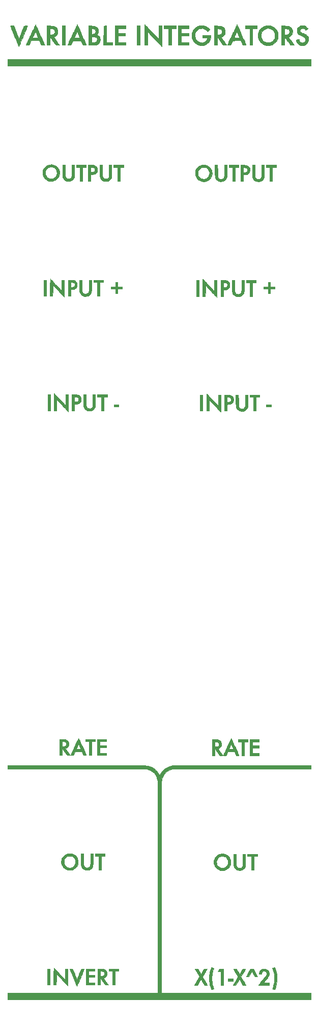
<source format=gto>
%TF.GenerationSoftware,KiCad,Pcbnew,(6.0.6-0)*%
%TF.CreationDate,2022-09-03T01:53:08+01:00*%
%TF.ProjectId,4u-variable-integrator-panel,34752d76-6172-4696-9162-6c652d696e74,r02*%
%TF.SameCoordinates,Original*%
%TF.FileFunction,Legend,Top*%
%TF.FilePolarity,Positive*%
%FSLAX46Y46*%
G04 Gerber Fmt 4.6, Leading zero omitted, Abs format (unit mm)*
G04 Created by KiCad (PCBNEW (6.0.6-0)) date 2022-09-03 01:53:08*
%MOMM*%
%LPD*%
G01*
G04 APERTURE LIST*
%ADD10C,0.010000*%
G04 APERTURE END LIST*
%TO.C,Ref\u002A\u002A*%
G36*
X91839730Y-28000131D02*
G01*
X92041761Y-28008017D01*
X92208133Y-28018725D01*
X92345483Y-28033324D01*
X92460448Y-28052884D01*
X92559666Y-28078476D01*
X92649774Y-28111168D01*
X92716214Y-28141405D01*
X92841972Y-28221025D01*
X92959892Y-28328260D01*
X93058793Y-28451218D01*
X93127494Y-28578003D01*
X93128146Y-28579643D01*
X93158767Y-28690926D01*
X93176229Y-28827373D01*
X93180494Y-28974734D01*
X93171525Y-29118757D01*
X93149282Y-29245193D01*
X93130092Y-29305333D01*
X93052905Y-29453659D01*
X92948771Y-29587879D01*
X92825676Y-29700207D01*
X92691605Y-29782857D01*
X92606552Y-29815756D01*
X92550676Y-29834853D01*
X92516630Y-29851499D01*
X92511772Y-29857167D01*
X92523806Y-29876715D01*
X92558105Y-29926644D01*
X92611958Y-30003155D01*
X92682658Y-30102445D01*
X92767496Y-30220715D01*
X92863763Y-30354162D01*
X92968751Y-30498986D01*
X92987362Y-30524588D01*
X93093619Y-30671083D01*
X93191642Y-30806958D01*
X93278717Y-30928393D01*
X93352129Y-31031569D01*
X93409162Y-31112669D01*
X93447102Y-31167872D01*
X93463234Y-31193360D01*
X93463612Y-31194458D01*
X93443940Y-31200110D01*
X93389415Y-31204874D01*
X93307512Y-31208357D01*
X93205709Y-31210166D01*
X93162009Y-31210333D01*
X92859747Y-31210333D01*
X92405301Y-30555029D01*
X92270650Y-30362286D01*
X92156669Y-30202162D01*
X92063793Y-30075235D01*
X91992452Y-29982081D01*
X91943079Y-29923279D01*
X91916106Y-29899405D01*
X91913813Y-29898863D01*
X91903413Y-29901029D01*
X91895157Y-29910961D01*
X91888799Y-29933003D01*
X91884095Y-29971498D01*
X91880798Y-30030791D01*
X91878662Y-30115224D01*
X91877443Y-30229142D01*
X91876895Y-30376888D01*
X91876772Y-30554167D01*
X91876772Y-31210333D01*
X91389938Y-31210333D01*
X91389938Y-29480740D01*
X91876772Y-29480740D01*
X92065554Y-29466489D01*
X92167310Y-29455938D01*
X92268025Y-29440725D01*
X92349283Y-29423738D01*
X92363846Y-29419717D01*
X92485477Y-29363595D01*
X92581981Y-29279355D01*
X92651311Y-29174239D01*
X92691419Y-29055491D01*
X92700257Y-28930352D01*
X92675779Y-28806065D01*
X92615935Y-28689873D01*
X92582096Y-28647793D01*
X92483991Y-28570127D01*
X92352182Y-28516033D01*
X92188516Y-28486099D01*
X92054459Y-28479833D01*
X91876772Y-28479833D01*
X91876772Y-29480740D01*
X91389938Y-29480740D01*
X91389938Y-27986294D01*
X91839730Y-28000131D01*
G37*
D10*
X91839730Y-28000131D02*
X92041761Y-28008017D01*
X92208133Y-28018725D01*
X92345483Y-28033324D01*
X92460448Y-28052884D01*
X92559666Y-28078476D01*
X92649774Y-28111168D01*
X92716214Y-28141405D01*
X92841972Y-28221025D01*
X92959892Y-28328260D01*
X93058793Y-28451218D01*
X93127494Y-28578003D01*
X93128146Y-28579643D01*
X93158767Y-28690926D01*
X93176229Y-28827373D01*
X93180494Y-28974734D01*
X93171525Y-29118757D01*
X93149282Y-29245193D01*
X93130092Y-29305333D01*
X93052905Y-29453659D01*
X92948771Y-29587879D01*
X92825676Y-29700207D01*
X92691605Y-29782857D01*
X92606552Y-29815756D01*
X92550676Y-29834853D01*
X92516630Y-29851499D01*
X92511772Y-29857167D01*
X92523806Y-29876715D01*
X92558105Y-29926644D01*
X92611958Y-30003155D01*
X92682658Y-30102445D01*
X92767496Y-30220715D01*
X92863763Y-30354162D01*
X92968751Y-30498986D01*
X92987362Y-30524588D01*
X93093619Y-30671083D01*
X93191642Y-30806958D01*
X93278717Y-30928393D01*
X93352129Y-31031569D01*
X93409162Y-31112669D01*
X93447102Y-31167872D01*
X93463234Y-31193360D01*
X93463612Y-31194458D01*
X93443940Y-31200110D01*
X93389415Y-31204874D01*
X93307512Y-31208357D01*
X93205709Y-31210166D01*
X93162009Y-31210333D01*
X92859747Y-31210333D01*
X92405301Y-30555029D01*
X92270650Y-30362286D01*
X92156669Y-30202162D01*
X92063793Y-30075235D01*
X91992452Y-29982081D01*
X91943079Y-29923279D01*
X91916106Y-29899405D01*
X91913813Y-29898863D01*
X91903413Y-29901029D01*
X91895157Y-29910961D01*
X91888799Y-29933003D01*
X91884095Y-29971498D01*
X91880798Y-30030791D01*
X91878662Y-30115224D01*
X91877443Y-30229142D01*
X91876895Y-30376888D01*
X91876772Y-30554167D01*
X91876772Y-31210333D01*
X91389938Y-31210333D01*
X91389938Y-29480740D01*
X91876772Y-29480740D01*
X92065554Y-29466489D01*
X92167310Y-29455938D01*
X92268025Y-29440725D01*
X92349283Y-29423738D01*
X92363846Y-29419717D01*
X92485477Y-29363595D01*
X92581981Y-29279355D01*
X92651311Y-29174239D01*
X92691419Y-29055491D01*
X92700257Y-28930352D01*
X92675779Y-28806065D01*
X92615935Y-28689873D01*
X92582096Y-28647793D01*
X92483991Y-28570127D01*
X92352182Y-28516033D01*
X92188516Y-28486099D01*
X92054459Y-28479833D01*
X91876772Y-28479833D01*
X91876772Y-29480740D01*
X91389938Y-29480740D01*
X91389938Y-27986294D01*
X91839730Y-28000131D01*
G36*
X66603772Y-31210333D02*
G01*
X66095772Y-31210333D01*
X66095772Y-27993000D01*
X66603772Y-27993000D01*
X66603772Y-31210333D01*
G37*
X66603772Y-31210333D02*
X66095772Y-31210333D01*
X66095772Y-27993000D01*
X66603772Y-27993000D01*
X66603772Y-31210333D01*
G36*
X94247345Y-29729482D02*
G01*
X94349999Y-29509850D01*
X94452918Y-29289909D01*
X94554537Y-29073004D01*
X94653293Y-28862477D01*
X94747620Y-28661673D01*
X94835956Y-28473935D01*
X94916735Y-28302607D01*
X94988394Y-28151031D01*
X95049369Y-28022552D01*
X95098094Y-27920513D01*
X95133007Y-27848257D01*
X95152543Y-27809128D01*
X95156204Y-27802929D01*
X95166146Y-27821747D01*
X95191839Y-27875841D01*
X95231762Y-27961833D01*
X95284396Y-28076350D01*
X95348219Y-28216015D01*
X95421713Y-28377452D01*
X95503356Y-28557288D01*
X95591630Y-28752145D01*
X95685013Y-28958650D01*
X95781986Y-29173425D01*
X95881028Y-29393096D01*
X95980620Y-29614288D01*
X96079241Y-29833625D01*
X96175372Y-30047730D01*
X96267491Y-30253230D01*
X96354080Y-30446749D01*
X96433618Y-30624911D01*
X96504585Y-30784340D01*
X96565460Y-30921662D01*
X96614724Y-31033500D01*
X96650857Y-31116480D01*
X96672338Y-31167225D01*
X96677865Y-31181848D01*
X96672733Y-31193877D01*
X96646817Y-31202140D01*
X96594508Y-31207234D01*
X96510195Y-31209760D01*
X96410925Y-31210333D01*
X96137141Y-31210333D01*
X96070107Y-31050639D01*
X96032082Y-30960979D01*
X95984335Y-30849724D01*
X95934238Y-30734005D01*
X95906026Y-30669349D01*
X95808979Y-30447753D01*
X95129833Y-30453335D01*
X94450686Y-30458917D01*
X94280270Y-30834065D01*
X94109855Y-31209214D01*
X93837715Y-31209774D01*
X93726197Y-31209580D01*
X93650669Y-31207863D01*
X93604790Y-31203725D01*
X93582222Y-31196271D01*
X93576625Y-31184606D01*
X93579472Y-31173292D01*
X93593451Y-31140633D01*
X93623336Y-31074231D01*
X93667564Y-30977429D01*
X93724569Y-30853571D01*
X93792788Y-30706001D01*
X93870657Y-30538062D01*
X93956611Y-30353096D01*
X94049086Y-30154449D01*
X94139042Y-29961500D01*
X94671840Y-29961500D01*
X95598901Y-29961500D01*
X95397893Y-29501125D01*
X95339737Y-29367819D01*
X95286011Y-29244462D01*
X95239451Y-29137355D01*
X95202794Y-29052796D01*
X95178777Y-28997085D01*
X95171732Y-28980508D01*
X95162237Y-28960872D01*
X95152176Y-28953241D01*
X95138846Y-28961880D01*
X95119546Y-28991054D01*
X95091575Y-29045028D01*
X95052232Y-29128067D01*
X94998815Y-29244435D01*
X94984036Y-29276841D01*
X94925871Y-29404435D01*
X94867738Y-29531947D01*
X94814327Y-29649090D01*
X94770328Y-29745579D01*
X94746667Y-29797458D01*
X94671840Y-29961500D01*
X94139042Y-29961500D01*
X94146519Y-29945463D01*
X94247345Y-29729482D01*
G37*
X94247345Y-29729482D02*
X94349999Y-29509850D01*
X94452918Y-29289909D01*
X94554537Y-29073004D01*
X94653293Y-28862477D01*
X94747620Y-28661673D01*
X94835956Y-28473935D01*
X94916735Y-28302607D01*
X94988394Y-28151031D01*
X95049369Y-28022552D01*
X95098094Y-27920513D01*
X95133007Y-27848257D01*
X95152543Y-27809128D01*
X95156204Y-27802929D01*
X95166146Y-27821747D01*
X95191839Y-27875841D01*
X95231762Y-27961833D01*
X95284396Y-28076350D01*
X95348219Y-28216015D01*
X95421713Y-28377452D01*
X95503356Y-28557288D01*
X95591630Y-28752145D01*
X95685013Y-28958650D01*
X95781986Y-29173425D01*
X95881028Y-29393096D01*
X95980620Y-29614288D01*
X96079241Y-29833625D01*
X96175372Y-30047730D01*
X96267491Y-30253230D01*
X96354080Y-30446749D01*
X96433618Y-30624911D01*
X96504585Y-30784340D01*
X96565460Y-30921662D01*
X96614724Y-31033500D01*
X96650857Y-31116480D01*
X96672338Y-31167225D01*
X96677865Y-31181848D01*
X96672733Y-31193877D01*
X96646817Y-31202140D01*
X96594508Y-31207234D01*
X96510195Y-31209760D01*
X96410925Y-31210333D01*
X96137141Y-31210333D01*
X96070107Y-31050639D01*
X96032082Y-30960979D01*
X95984335Y-30849724D01*
X95934238Y-30734005D01*
X95906026Y-30669349D01*
X95808979Y-30447753D01*
X95129833Y-30453335D01*
X94450686Y-30458917D01*
X94280270Y-30834065D01*
X94109855Y-31209214D01*
X93837715Y-31209774D01*
X93726197Y-31209580D01*
X93650669Y-31207863D01*
X93604790Y-31203725D01*
X93582222Y-31196271D01*
X93576625Y-31184606D01*
X93579472Y-31173292D01*
X93593451Y-31140633D01*
X93623336Y-31074231D01*
X93667564Y-30977429D01*
X93724569Y-30853571D01*
X93792788Y-30706001D01*
X93870657Y-30538062D01*
X93956611Y-30353096D01*
X94049086Y-30154449D01*
X94139042Y-29961500D01*
X94671840Y-29961500D01*
X95598901Y-29961500D01*
X95397893Y-29501125D01*
X95339737Y-29367819D01*
X95286011Y-29244462D01*
X95239451Y-29137355D01*
X95202794Y-29052796D01*
X95178777Y-28997085D01*
X95171732Y-28980508D01*
X95162237Y-28960872D01*
X95152176Y-28953241D01*
X95138846Y-28961880D01*
X95119546Y-28991054D01*
X95091575Y-29045028D01*
X95052232Y-29128067D01*
X94998815Y-29244435D01*
X94984036Y-29276841D01*
X94925871Y-29404435D01*
X94867738Y-29531947D01*
X94814327Y-29649090D01*
X94770328Y-29745579D01*
X94746667Y-29797458D01*
X94671840Y-29961500D01*
X94139042Y-29961500D01*
X94146519Y-29945463D01*
X94247345Y-29729482D01*
G36*
X69408355Y-72072583D02*
G01*
X69471855Y-72199581D01*
X69555508Y-72323479D01*
X69663537Y-72416263D01*
X69789892Y-72476254D01*
X69928523Y-72501772D01*
X70073383Y-72491139D01*
X70218421Y-72442676D01*
X70263307Y-72419233D01*
X70376462Y-72331817D01*
X70458450Y-72216294D01*
X70509784Y-72071888D01*
X70517604Y-72032818D01*
X70523738Y-71974799D01*
X70529056Y-71877831D01*
X70533479Y-71745292D01*
X70536927Y-71580559D01*
X70539323Y-71387011D01*
X70540587Y-71168024D01*
X70540772Y-71038974D01*
X70540772Y-70178167D01*
X70966430Y-70178167D01*
X70959301Y-71157125D01*
X70957562Y-71386783D01*
X70955856Y-71578169D01*
X70953990Y-71735343D01*
X70951768Y-71862365D01*
X70948995Y-71963295D01*
X70945477Y-72042193D01*
X70941019Y-72103120D01*
X70935425Y-72150136D01*
X70928501Y-72187301D01*
X70920052Y-72218675D01*
X70909883Y-72248319D01*
X70906485Y-72257433D01*
X70816266Y-72441281D01*
X70696483Y-72596470D01*
X70550293Y-72721206D01*
X70380852Y-72813694D01*
X70191314Y-72872139D01*
X69984836Y-72894744D01*
X69803243Y-72885051D01*
X69625409Y-72842626D01*
X69458120Y-72763743D01*
X69307187Y-72653848D01*
X69178417Y-72518388D01*
X69077621Y-72362810D01*
X69010607Y-72192560D01*
X68995717Y-72127902D01*
X68990900Y-72080665D01*
X68986523Y-71995596D01*
X68982679Y-71877196D01*
X68979460Y-71729965D01*
X68976959Y-71558405D01*
X68975269Y-71367015D01*
X68974484Y-71160295D01*
X68974438Y-71096027D01*
X68974438Y-70178167D01*
X69395381Y-70178167D01*
X69408355Y-72072583D01*
G37*
X69408355Y-72072583D02*
X69471855Y-72199581D01*
X69555508Y-72323479D01*
X69663537Y-72416263D01*
X69789892Y-72476254D01*
X69928523Y-72501772D01*
X70073383Y-72491139D01*
X70218421Y-72442676D01*
X70263307Y-72419233D01*
X70376462Y-72331817D01*
X70458450Y-72216294D01*
X70509784Y-72071888D01*
X70517604Y-72032818D01*
X70523738Y-71974799D01*
X70529056Y-71877831D01*
X70533479Y-71745292D01*
X70536927Y-71580559D01*
X70539323Y-71387011D01*
X70540587Y-71168024D01*
X70540772Y-71038974D01*
X70540772Y-70178167D01*
X70966430Y-70178167D01*
X70959301Y-71157125D01*
X70957562Y-71386783D01*
X70955856Y-71578169D01*
X70953990Y-71735343D01*
X70951768Y-71862365D01*
X70948995Y-71963295D01*
X70945477Y-72042193D01*
X70941019Y-72103120D01*
X70935425Y-72150136D01*
X70928501Y-72187301D01*
X70920052Y-72218675D01*
X70909883Y-72248319D01*
X70906485Y-72257433D01*
X70816266Y-72441281D01*
X70696483Y-72596470D01*
X70550293Y-72721206D01*
X70380852Y-72813694D01*
X70191314Y-72872139D01*
X69984836Y-72894744D01*
X69803243Y-72885051D01*
X69625409Y-72842626D01*
X69458120Y-72763743D01*
X69307187Y-72653848D01*
X69178417Y-72518388D01*
X69077621Y-72362810D01*
X69010607Y-72192560D01*
X68995717Y-72127902D01*
X68990900Y-72080665D01*
X68986523Y-71995596D01*
X68982679Y-71877196D01*
X68979460Y-71729965D01*
X68976959Y-71558405D01*
X68975269Y-71367015D01*
X68974484Y-71160295D01*
X68974438Y-71096027D01*
X68974438Y-70178167D01*
X69395381Y-70178167D01*
X69408355Y-72072583D01*
G36*
X96451245Y-184521263D02*
G01*
X96528766Y-184523338D01*
X96580085Y-184526399D01*
X96596938Y-184529810D01*
X96586373Y-184549453D01*
X96556342Y-184601097D01*
X96509341Y-184680554D01*
X96447868Y-184783635D01*
X96374419Y-184906152D01*
X96291491Y-185043916D01*
X96216166Y-185168631D01*
X95835394Y-185798142D01*
X95885134Y-185884279D01*
X95907701Y-185923315D01*
X95948529Y-185993892D01*
X96004667Y-186090912D01*
X96073166Y-186209280D01*
X96151078Y-186343899D01*
X96235453Y-186489672D01*
X96287073Y-186578849D01*
X96371218Y-186724542D01*
X96448160Y-186858400D01*
X96515424Y-186976067D01*
X96570536Y-187073188D01*
X96611021Y-187145408D01*
X96634403Y-187188370D01*
X96639272Y-187198667D01*
X96619525Y-187202698D01*
X96565913Y-187205024D01*
X96486876Y-187205455D01*
X96401147Y-187204068D01*
X96163022Y-187198083D01*
X95882166Y-186711250D01*
X95806849Y-186581502D01*
X95738003Y-186464437D01*
X95678548Y-186364897D01*
X95631404Y-186287723D01*
X95599490Y-186237756D01*
X95585832Y-186219860D01*
X95571456Y-186236139D01*
X95538697Y-186284363D01*
X95490466Y-186359889D01*
X95429674Y-186458072D01*
X95359234Y-186574271D01*
X95282056Y-186703842D01*
X95277248Y-186711985D01*
X94984141Y-187208667D01*
X94753373Y-187208667D01*
X94636061Y-187206616D01*
X94560249Y-187200423D01*
X94525304Y-187190022D01*
X94522605Y-187185135D01*
X94533209Y-187162240D01*
X94563402Y-187107353D01*
X94610752Y-187024641D01*
X94672828Y-186918268D01*
X94747198Y-186792399D01*
X94831431Y-186651198D01*
X94923096Y-186498832D01*
X94927268Y-186491927D01*
X95019286Y-186339633D01*
X95104311Y-186198885D01*
X95179881Y-186073763D01*
X95243533Y-185968345D01*
X95292803Y-185886711D01*
X95325228Y-185832940D01*
X95338346Y-185811111D01*
X95338453Y-185810928D01*
X95329771Y-185790612D01*
X95302156Y-185737974D01*
X95257982Y-185657271D01*
X95199624Y-185552761D01*
X95129455Y-185428702D01*
X95049851Y-185289351D01*
X94978441Y-185165345D01*
X94611907Y-184531083D01*
X94835771Y-184525036D01*
X94930342Y-184523319D01*
X95009761Y-184523438D01*
X95064107Y-184525286D01*
X95082318Y-184527692D01*
X95098678Y-184547913D01*
X95132309Y-184599943D01*
X95180047Y-184678516D01*
X95238732Y-184778367D01*
X95305200Y-184894230D01*
X95348262Y-184970598D01*
X95591522Y-185404799D01*
X95853211Y-184962649D01*
X96114900Y-184520500D01*
X96355919Y-184520500D01*
X96451245Y-184521263D01*
G37*
X96451245Y-184521263D02*
X96528766Y-184523338D01*
X96580085Y-184526399D01*
X96596938Y-184529810D01*
X96586373Y-184549453D01*
X96556342Y-184601097D01*
X96509341Y-184680554D01*
X96447868Y-184783635D01*
X96374419Y-184906152D01*
X96291491Y-185043916D01*
X96216166Y-185168631D01*
X95835394Y-185798142D01*
X95885134Y-185884279D01*
X95907701Y-185923315D01*
X95948529Y-185993892D01*
X96004667Y-186090912D01*
X96073166Y-186209280D01*
X96151078Y-186343899D01*
X96235453Y-186489672D01*
X96287073Y-186578849D01*
X96371218Y-186724542D01*
X96448160Y-186858400D01*
X96515424Y-186976067D01*
X96570536Y-187073188D01*
X96611021Y-187145408D01*
X96634403Y-187188370D01*
X96639272Y-187198667D01*
X96619525Y-187202698D01*
X96565913Y-187205024D01*
X96486876Y-187205455D01*
X96401147Y-187204068D01*
X96163022Y-187198083D01*
X95882166Y-186711250D01*
X95806849Y-186581502D01*
X95738003Y-186464437D01*
X95678548Y-186364897D01*
X95631404Y-186287723D01*
X95599490Y-186237756D01*
X95585832Y-186219860D01*
X95571456Y-186236139D01*
X95538697Y-186284363D01*
X95490466Y-186359889D01*
X95429674Y-186458072D01*
X95359234Y-186574271D01*
X95282056Y-186703842D01*
X95277248Y-186711985D01*
X94984141Y-187208667D01*
X94753373Y-187208667D01*
X94636061Y-187206616D01*
X94560249Y-187200423D01*
X94525304Y-187190022D01*
X94522605Y-187185135D01*
X94533209Y-187162240D01*
X94563402Y-187107353D01*
X94610752Y-187024641D01*
X94672828Y-186918268D01*
X94747198Y-186792399D01*
X94831431Y-186651198D01*
X94923096Y-186498832D01*
X94927268Y-186491927D01*
X95019286Y-186339633D01*
X95104311Y-186198885D01*
X95179881Y-186073763D01*
X95243533Y-185968345D01*
X95292803Y-185886711D01*
X95325228Y-185832940D01*
X95338346Y-185811111D01*
X95338453Y-185810928D01*
X95329771Y-185790612D01*
X95302156Y-185737974D01*
X95257982Y-185657271D01*
X95199624Y-185552761D01*
X95129455Y-185428702D01*
X95049851Y-185289351D01*
X94978441Y-185165345D01*
X94611907Y-184531083D01*
X94835771Y-184525036D01*
X94930342Y-184523319D01*
X95009761Y-184523438D01*
X95064107Y-184525286D01*
X95082318Y-184527692D01*
X95098678Y-184547913D01*
X95132309Y-184599943D01*
X95180047Y-184678516D01*
X95238732Y-184778367D01*
X95305200Y-184894230D01*
X95348262Y-184970598D01*
X95591522Y-185404799D01*
X95853211Y-184962649D01*
X96114900Y-184520500D01*
X96355919Y-184520500D01*
X96451245Y-184521263D01*
G36*
X73482938Y-30744667D02*
G01*
X74435438Y-30744667D01*
X74435438Y-31210333D01*
X72974672Y-31210333D01*
X72985522Y-28003583D01*
X73234230Y-27997620D01*
X73482938Y-27991656D01*
X73482938Y-30744667D01*
G37*
X73482938Y-30744667D02*
X74435438Y-30744667D01*
X74435438Y-31210333D01*
X72974672Y-31210333D01*
X72985522Y-28003583D01*
X73234230Y-27997620D01*
X73482938Y-27991656D01*
X73482938Y-30744667D01*
G36*
X64127272Y-91874000D02*
G01*
X63703938Y-91874000D01*
X63703938Y-89185833D01*
X64127272Y-89185833D01*
X64127272Y-91874000D01*
G37*
X64127272Y-91874000D02*
X63703938Y-91874000D01*
X63703938Y-89185833D01*
X64127272Y-89185833D01*
X64127272Y-91874000D01*
G36*
X89484938Y-91916333D02*
G01*
X89061605Y-91916333D01*
X89061605Y-89228167D01*
X89484938Y-89228167D01*
X89484938Y-91916333D01*
G37*
X89484938Y-91916333D02*
X89061605Y-91916333D01*
X89061605Y-89228167D01*
X89484938Y-89228167D01*
X89484938Y-91916333D01*
G36*
X93510852Y-147732134D02*
G01*
X93605441Y-147531393D01*
X93699096Y-147333181D01*
X93790091Y-147141160D01*
X93876701Y-146958998D01*
X93957198Y-146790357D01*
X94029856Y-146638903D01*
X94092949Y-146508300D01*
X94144751Y-146402214D01*
X94183535Y-146324308D01*
X94207575Y-146278249D01*
X94215000Y-146266787D01*
X94225636Y-146285630D01*
X94251954Y-146339388D01*
X94292272Y-146424368D01*
X94344911Y-146536876D01*
X94408188Y-146673219D01*
X94480423Y-146829703D01*
X94559936Y-147002635D01*
X94645044Y-147188321D01*
X94734067Y-147383067D01*
X94825325Y-147583180D01*
X94917136Y-147784966D01*
X95007819Y-147984732D01*
X95095694Y-148178785D01*
X95179079Y-148363430D01*
X95256293Y-148534974D01*
X95325656Y-148689724D01*
X95385487Y-148823985D01*
X95434104Y-148934066D01*
X95469828Y-149016271D01*
X95490975Y-149066907D01*
X95496272Y-149082143D01*
X95476534Y-149084340D01*
X95422996Y-149085158D01*
X95344167Y-149084570D01*
X95261960Y-149082901D01*
X95027649Y-149076917D01*
X94764073Y-148463083D01*
X93628500Y-148463083D01*
X93487638Y-148770000D01*
X93346777Y-149076917D01*
X93119774Y-149082924D01*
X93027603Y-149083926D01*
X92953553Y-149081992D01*
X92906232Y-149077525D01*
X92893407Y-149072341D01*
X92902385Y-149047880D01*
X92927691Y-148989300D01*
X92967601Y-148900265D01*
X93020388Y-148784441D01*
X93084325Y-148645491D01*
X93157687Y-148487082D01*
X93238747Y-148312876D01*
X93325779Y-148126540D01*
X93372679Y-148026446D01*
X93831019Y-148026446D01*
X93839338Y-148036067D01*
X93863571Y-148042701D01*
X93909182Y-148046896D01*
X93981635Y-148049201D01*
X94086394Y-148050162D01*
X94202573Y-148050333D01*
X94585571Y-148050333D01*
X94531603Y-147928625D01*
X94503618Y-147864967D01*
X94463549Y-147773102D01*
X94416040Y-147663709D01*
X94365735Y-147547469D01*
X94347527Y-147505292D01*
X94302212Y-147401899D01*
X94262265Y-147313875D01*
X94230798Y-147247834D01*
X94210924Y-147210392D01*
X94205971Y-147204383D01*
X94195016Y-147222740D01*
X94169937Y-147272888D01*
X94133891Y-147347973D01*
X94090037Y-147441142D01*
X94041534Y-147545540D01*
X93991540Y-147654315D01*
X93943215Y-147760613D01*
X93899717Y-147857580D01*
X93864204Y-147938363D01*
X93839837Y-147996108D01*
X93833150Y-148013292D01*
X93831019Y-148026446D01*
X93372679Y-148026446D01*
X93417056Y-147931738D01*
X93510852Y-147732134D01*
G37*
X93510852Y-147732134D02*
X93605441Y-147531393D01*
X93699096Y-147333181D01*
X93790091Y-147141160D01*
X93876701Y-146958998D01*
X93957198Y-146790357D01*
X94029856Y-146638903D01*
X94092949Y-146508300D01*
X94144751Y-146402214D01*
X94183535Y-146324308D01*
X94207575Y-146278249D01*
X94215000Y-146266787D01*
X94225636Y-146285630D01*
X94251954Y-146339388D01*
X94292272Y-146424368D01*
X94344911Y-146536876D01*
X94408188Y-146673219D01*
X94480423Y-146829703D01*
X94559936Y-147002635D01*
X94645044Y-147188321D01*
X94734067Y-147383067D01*
X94825325Y-147583180D01*
X94917136Y-147784966D01*
X95007819Y-147984732D01*
X95095694Y-148178785D01*
X95179079Y-148363430D01*
X95256293Y-148534974D01*
X95325656Y-148689724D01*
X95385487Y-148823985D01*
X95434104Y-148934066D01*
X95469828Y-149016271D01*
X95490975Y-149066907D01*
X95496272Y-149082143D01*
X95476534Y-149084340D01*
X95422996Y-149085158D01*
X95344167Y-149084570D01*
X95261960Y-149082901D01*
X95027649Y-149076917D01*
X94764073Y-148463083D01*
X93628500Y-148463083D01*
X93487638Y-148770000D01*
X93346777Y-149076917D01*
X93119774Y-149082924D01*
X93027603Y-149083926D01*
X92953553Y-149081992D01*
X92906232Y-149077525D01*
X92893407Y-149072341D01*
X92902385Y-149047880D01*
X92927691Y-148989300D01*
X92967601Y-148900265D01*
X93020388Y-148784441D01*
X93084325Y-148645491D01*
X93157687Y-148487082D01*
X93238747Y-148312876D01*
X93325779Y-148126540D01*
X93372679Y-148026446D01*
X93831019Y-148026446D01*
X93839338Y-148036067D01*
X93863571Y-148042701D01*
X93909182Y-148046896D01*
X93981635Y-148049201D01*
X94086394Y-148050162D01*
X94202573Y-148050333D01*
X94585571Y-148050333D01*
X94531603Y-147928625D01*
X94503618Y-147864967D01*
X94463549Y-147773102D01*
X94416040Y-147663709D01*
X94365735Y-147547469D01*
X94347527Y-147505292D01*
X94302212Y-147401899D01*
X94262265Y-147313875D01*
X94230798Y-147247834D01*
X94210924Y-147210392D01*
X94205971Y-147204383D01*
X94195016Y-147222740D01*
X94169937Y-147272888D01*
X94133891Y-147347973D01*
X94090037Y-147441142D01*
X94041534Y-147545540D01*
X93991540Y-147654315D01*
X93943215Y-147760613D01*
X93899717Y-147857580D01*
X93864204Y-147938363D01*
X93839837Y-147996108D01*
X93833150Y-148013292D01*
X93831019Y-148026446D01*
X93372679Y-148026446D01*
X93417056Y-147931738D01*
X93510852Y-147732134D01*
G36*
X75324438Y-71278833D02*
G01*
X76065272Y-71278833D01*
X76065272Y-71638667D01*
X75324438Y-71638667D01*
X75324438Y-72379500D01*
X74985772Y-72379500D01*
X74985772Y-71638667D01*
X74223772Y-71638667D01*
X74223772Y-71278833D01*
X74985772Y-71278833D01*
X74985772Y-70538000D01*
X75324438Y-70538000D01*
X75324438Y-71278833D01*
G37*
X75324438Y-71278833D02*
X76065272Y-71278833D01*
X76065272Y-71638667D01*
X75324438Y-71638667D01*
X75324438Y-72379500D01*
X74985772Y-72379500D01*
X74985772Y-71638667D01*
X74223772Y-71638667D01*
X74223772Y-71278833D01*
X74985772Y-71278833D01*
X74985772Y-70538000D01*
X75324438Y-70538000D01*
X75324438Y-71278833D01*
G36*
X101449361Y-184264771D02*
G01*
X101478497Y-184318824D01*
X101513660Y-184401104D01*
X101552605Y-184505221D01*
X101593083Y-184624786D01*
X101632849Y-184753409D01*
X101669654Y-184884701D01*
X101701254Y-185012274D01*
X101706635Y-185036254D01*
X101744444Y-185221671D01*
X101772434Y-185394282D01*
X101791761Y-185565981D01*
X101803580Y-185748661D01*
X101809048Y-185954215D01*
X101809756Y-186097417D01*
X101804067Y-186391698D01*
X101786767Y-186655524D01*
X101756339Y-186899551D01*
X101711262Y-187134436D01*
X101650020Y-187370837D01*
X101609326Y-187504020D01*
X101558200Y-187655603D01*
X101511989Y-187776335D01*
X101471916Y-187863497D01*
X101439208Y-187914367D01*
X101418811Y-187927096D01*
X101386964Y-187919134D01*
X101327537Y-187899160D01*
X101252155Y-187871135D01*
X101235087Y-187864481D01*
X101160826Y-187834686D01*
X101103397Y-187810526D01*
X101072884Y-187796274D01*
X101070655Y-187794772D01*
X101074186Y-187772781D01*
X101090489Y-187720483D01*
X101116617Y-187646877D01*
X101135189Y-187597764D01*
X101190444Y-187440471D01*
X101245817Y-187257778D01*
X101296806Y-187066366D01*
X101338907Y-186882916D01*
X101363084Y-186753583D01*
X101375201Y-186648450D01*
X101383914Y-186510552D01*
X101389297Y-186348931D01*
X101391426Y-186172629D01*
X101390376Y-185990688D01*
X101386222Y-185812151D01*
X101379039Y-185646060D01*
X101368902Y-185501456D01*
X101355887Y-185387383D01*
X101351505Y-185360863D01*
X101294882Y-185096764D01*
X101219805Y-184830455D01*
X101140205Y-184595873D01*
X101109455Y-184509187D01*
X101085683Y-184438823D01*
X101071665Y-184393218D01*
X101069270Y-184380279D01*
X101091693Y-184369519D01*
X101142658Y-184348820D01*
X101210826Y-184322444D01*
X101284859Y-184294648D01*
X101353417Y-184269693D01*
X101405161Y-184251839D01*
X101428499Y-184245333D01*
X101449361Y-184264771D01*
G37*
X101449361Y-184264771D02*
X101478497Y-184318824D01*
X101513660Y-184401104D01*
X101552605Y-184505221D01*
X101593083Y-184624786D01*
X101632849Y-184753409D01*
X101669654Y-184884701D01*
X101701254Y-185012274D01*
X101706635Y-185036254D01*
X101744444Y-185221671D01*
X101772434Y-185394282D01*
X101791761Y-185565981D01*
X101803580Y-185748661D01*
X101809048Y-185954215D01*
X101809756Y-186097417D01*
X101804067Y-186391698D01*
X101786767Y-186655524D01*
X101756339Y-186899551D01*
X101711262Y-187134436D01*
X101650020Y-187370837D01*
X101609326Y-187504020D01*
X101558200Y-187655603D01*
X101511989Y-187776335D01*
X101471916Y-187863497D01*
X101439208Y-187914367D01*
X101418811Y-187927096D01*
X101386964Y-187919134D01*
X101327537Y-187899160D01*
X101252155Y-187871135D01*
X101235087Y-187864481D01*
X101160826Y-187834686D01*
X101103397Y-187810526D01*
X101072884Y-187796274D01*
X101070655Y-187794772D01*
X101074186Y-187772781D01*
X101090489Y-187720483D01*
X101116617Y-187646877D01*
X101135189Y-187597764D01*
X101190444Y-187440471D01*
X101245817Y-187257778D01*
X101296806Y-187066366D01*
X101338907Y-186882916D01*
X101363084Y-186753583D01*
X101375201Y-186648450D01*
X101383914Y-186510552D01*
X101389297Y-186348931D01*
X101391426Y-186172629D01*
X101390376Y-185990688D01*
X101386222Y-185812151D01*
X101379039Y-185646060D01*
X101368902Y-185501456D01*
X101355887Y-185387383D01*
X101351505Y-185360863D01*
X101294882Y-185096764D01*
X101219805Y-184830455D01*
X101140205Y-184595873D01*
X101109455Y-184509187D01*
X101085683Y-184438823D01*
X101071665Y-184393218D01*
X101069270Y-184380279D01*
X101091693Y-184369519D01*
X101142658Y-184348820D01*
X101210826Y-184322444D01*
X101284859Y-184294648D01*
X101353417Y-184269693D01*
X101405161Y-184251839D01*
X101428499Y-184245333D01*
X101449361Y-184264771D01*
G36*
X92929813Y-70225059D02*
G01*
X93084518Y-70228332D01*
X93203708Y-70231982D01*
X93294201Y-70236673D01*
X93362815Y-70243067D01*
X93416368Y-70251828D01*
X93461677Y-70263617D01*
X93505561Y-70279098D01*
X93512141Y-70281661D01*
X93639585Y-70351339D01*
X93758160Y-70452541D01*
X93856704Y-70574522D01*
X93904458Y-70659287D01*
X93930323Y-70718691D01*
X93946986Y-70772212D01*
X93956390Y-70832014D01*
X93960480Y-70910261D01*
X93961213Y-71014250D01*
X93959995Y-71121286D01*
X93955523Y-71198015D01*
X93945798Y-71256443D01*
X93928819Y-71308579D01*
X93902587Y-71366428D01*
X93902540Y-71366524D01*
X93809294Y-71511278D01*
X93684958Y-71628454D01*
X93531337Y-71717116D01*
X93350235Y-71776333D01*
X93143457Y-71805171D01*
X93048632Y-71808000D01*
X92892772Y-71808000D01*
X92892772Y-72887500D01*
X92469438Y-72887500D01*
X92469438Y-71427000D01*
X92892772Y-71427000D01*
X92950980Y-71426581D01*
X93001827Y-71423342D01*
X93077450Y-71415296D01*
X93155080Y-71405073D01*
X93304028Y-71370704D01*
X93417525Y-71314795D01*
X93497553Y-71235575D01*
X93546093Y-71131273D01*
X93562522Y-71041091D01*
X93556410Y-70914910D01*
X93513747Y-70807722D01*
X93436592Y-70721158D01*
X93327005Y-70656852D01*
X93187046Y-70616437D01*
X93018774Y-70601546D01*
X93008146Y-70601500D01*
X92892772Y-70601500D01*
X92892772Y-71427000D01*
X92469438Y-71427000D01*
X92469438Y-70216354D01*
X92929813Y-70225059D01*
G37*
X92929813Y-70225059D02*
X93084518Y-70228332D01*
X93203708Y-70231982D01*
X93294201Y-70236673D01*
X93362815Y-70243067D01*
X93416368Y-70251828D01*
X93461677Y-70263617D01*
X93505561Y-70279098D01*
X93512141Y-70281661D01*
X93639585Y-70351339D01*
X93758160Y-70452541D01*
X93856704Y-70574522D01*
X93904458Y-70659287D01*
X93930323Y-70718691D01*
X93946986Y-70772212D01*
X93956390Y-70832014D01*
X93960480Y-70910261D01*
X93961213Y-71014250D01*
X93959995Y-71121286D01*
X93955523Y-71198015D01*
X93945798Y-71256443D01*
X93928819Y-71308579D01*
X93902587Y-71366428D01*
X93902540Y-71366524D01*
X93809294Y-71511278D01*
X93684958Y-71628454D01*
X93531337Y-71717116D01*
X93350235Y-71776333D01*
X93143457Y-71805171D01*
X93048632Y-71808000D01*
X92892772Y-71808000D01*
X92892772Y-72887500D01*
X92469438Y-72887500D01*
X92469438Y-71427000D01*
X92892772Y-71427000D01*
X92950980Y-71426581D01*
X93001827Y-71423342D01*
X93077450Y-71415296D01*
X93155080Y-71405073D01*
X93304028Y-71370704D01*
X93417525Y-71314795D01*
X93497553Y-71235575D01*
X93546093Y-71131273D01*
X93562522Y-71041091D01*
X93556410Y-70914910D01*
X93513747Y-70807722D01*
X93436592Y-70721158D01*
X93327005Y-70656852D01*
X93187046Y-70616437D01*
X93018774Y-70601546D01*
X93008146Y-70601500D01*
X92892772Y-70601500D01*
X92892772Y-71427000D01*
X92469438Y-71427000D01*
X92469438Y-70216354D01*
X92929813Y-70225059D01*
G36*
X97020272Y-146801500D02*
G01*
X96406438Y-146801500D01*
X96406438Y-149087500D01*
X95983105Y-149087500D01*
X95983105Y-146801500D01*
X95369272Y-146801500D01*
X95369272Y-146420500D01*
X97020272Y-146420500D01*
X97020272Y-146801500D01*
G37*
X97020272Y-146801500D02*
X96406438Y-146801500D01*
X96406438Y-149087500D01*
X95983105Y-149087500D01*
X95983105Y-146801500D01*
X95369272Y-146801500D01*
X95369272Y-146420500D01*
X97020272Y-146420500D01*
X97020272Y-146801500D01*
G36*
X62869176Y-52166213D02*
G01*
X62888548Y-52059500D01*
X62956120Y-51872807D01*
X63058373Y-51687211D01*
X63188466Y-51512048D01*
X63339557Y-51356658D01*
X63488036Y-51241296D01*
X63664885Y-51146586D01*
X63866111Y-51077616D01*
X64081116Y-51036277D01*
X64299302Y-51024461D01*
X64510069Y-51044060D01*
X64549860Y-51051801D01*
X64773510Y-51120373D01*
X64980355Y-51225105D01*
X65166414Y-51361935D01*
X65327706Y-51526802D01*
X65460250Y-51715643D01*
X65560067Y-51924398D01*
X65622700Y-52146483D01*
X65647869Y-52384635D01*
X65633720Y-52614977D01*
X65583027Y-52834218D01*
X65498565Y-53039064D01*
X65383108Y-53226220D01*
X65239430Y-53392394D01*
X65070306Y-53534291D01*
X64878508Y-53648618D01*
X64666813Y-53732081D01*
X64437993Y-53781388D01*
X64235011Y-53794001D01*
X64073566Y-53785583D01*
X63925995Y-53763729D01*
X63880616Y-53753145D01*
X63746896Y-53712130D01*
X63627783Y-53660663D01*
X63507196Y-53590989D01*
X63415686Y-53528926D01*
X63234513Y-53377452D01*
X63087755Y-53202978D01*
X62972527Y-53001737D01*
X62924954Y-52887531D01*
X62893302Y-52771484D01*
X62871299Y-52627705D01*
X62859544Y-52469818D01*
X62859195Y-52408834D01*
X63282238Y-52408834D01*
X63292183Y-52571481D01*
X63320810Y-52719756D01*
X63340662Y-52780063D01*
X63417919Y-52927806D01*
X63528535Y-53068513D01*
X63663567Y-53193616D01*
X63814067Y-53294545D01*
X63936772Y-53351097D01*
X64002532Y-53371721D01*
X64070157Y-53383851D01*
X64152602Y-53388888D01*
X64262821Y-53388233D01*
X64276955Y-53387880D01*
X64380669Y-53384183D01*
X64455779Y-53377512D01*
X64516011Y-53364837D01*
X64575094Y-53343130D01*
X64646756Y-53309361D01*
X64657955Y-53303806D01*
X64832927Y-53194754D01*
X64977515Y-53059338D01*
X65090099Y-52902260D01*
X65169055Y-52728218D01*
X65212761Y-52541914D01*
X65219596Y-52348046D01*
X65187937Y-52151316D01*
X65120111Y-51964737D01*
X65045833Y-51843277D01*
X64941648Y-51722773D01*
X64818764Y-51614260D01*
X64688389Y-51528774D01*
X64665129Y-51516752D01*
X64582483Y-51478322D01*
X64513101Y-51454048D01*
X64440249Y-51439813D01*
X64347195Y-51431500D01*
X64310108Y-51429402D01*
X64199231Y-51426004D01*
X64112825Y-51430448D01*
X64033471Y-51444465D01*
X63962803Y-51463903D01*
X63792013Y-51536885D01*
X63635440Y-51644569D01*
X63499973Y-51780076D01*
X63392499Y-51936528D01*
X63320356Y-52105552D01*
X63291465Y-52248097D01*
X63282238Y-52408834D01*
X62859195Y-52408834D01*
X62858636Y-52311447D01*
X62869176Y-52166213D01*
G37*
X62869176Y-52166213D02*
X62888548Y-52059500D01*
X62956120Y-51872807D01*
X63058373Y-51687211D01*
X63188466Y-51512048D01*
X63339557Y-51356658D01*
X63488036Y-51241296D01*
X63664885Y-51146586D01*
X63866111Y-51077616D01*
X64081116Y-51036277D01*
X64299302Y-51024461D01*
X64510069Y-51044060D01*
X64549860Y-51051801D01*
X64773510Y-51120373D01*
X64980355Y-51225105D01*
X65166414Y-51361935D01*
X65327706Y-51526802D01*
X65460250Y-51715643D01*
X65560067Y-51924398D01*
X65622700Y-52146483D01*
X65647869Y-52384635D01*
X65633720Y-52614977D01*
X65583027Y-52834218D01*
X65498565Y-53039064D01*
X65383108Y-53226220D01*
X65239430Y-53392394D01*
X65070306Y-53534291D01*
X64878508Y-53648618D01*
X64666813Y-53732081D01*
X64437993Y-53781388D01*
X64235011Y-53794001D01*
X64073566Y-53785583D01*
X63925995Y-53763729D01*
X63880616Y-53753145D01*
X63746896Y-53712130D01*
X63627783Y-53660663D01*
X63507196Y-53590989D01*
X63415686Y-53528926D01*
X63234513Y-53377452D01*
X63087755Y-53202978D01*
X62972527Y-53001737D01*
X62924954Y-52887531D01*
X62893302Y-52771484D01*
X62871299Y-52627705D01*
X62859544Y-52469818D01*
X62859195Y-52408834D01*
X63282238Y-52408834D01*
X63292183Y-52571481D01*
X63320810Y-52719756D01*
X63340662Y-52780063D01*
X63417919Y-52927806D01*
X63528535Y-53068513D01*
X63663567Y-53193616D01*
X63814067Y-53294545D01*
X63936772Y-53351097D01*
X64002532Y-53371721D01*
X64070157Y-53383851D01*
X64152602Y-53388888D01*
X64262821Y-53388233D01*
X64276955Y-53387880D01*
X64380669Y-53384183D01*
X64455779Y-53377512D01*
X64516011Y-53364837D01*
X64575094Y-53343130D01*
X64646756Y-53309361D01*
X64657955Y-53303806D01*
X64832927Y-53194754D01*
X64977515Y-53059338D01*
X65090099Y-52902260D01*
X65169055Y-52728218D01*
X65212761Y-52541914D01*
X65219596Y-52348046D01*
X65187937Y-52151316D01*
X65120111Y-51964737D01*
X65045833Y-51843277D01*
X64941648Y-51722773D01*
X64818764Y-51614260D01*
X64688389Y-51528774D01*
X64665129Y-51516752D01*
X64582483Y-51478322D01*
X64513101Y-51454048D01*
X64440249Y-51439813D01*
X64347195Y-51431500D01*
X64310108Y-51429402D01*
X64199231Y-51426004D01*
X64112825Y-51430448D01*
X64033471Y-51444465D01*
X63962803Y-51463903D01*
X63792013Y-51536885D01*
X63635440Y-51644569D01*
X63499973Y-51780076D01*
X63392499Y-51936528D01*
X63320356Y-52105552D01*
X63291465Y-52248097D01*
X63282238Y-52408834D01*
X62859195Y-52408834D01*
X62858636Y-52311447D01*
X62869176Y-52166213D01*
G36*
X64714421Y-184328505D02*
G01*
X64758707Y-184372729D01*
X64827210Y-184442463D01*
X64917441Y-184535132D01*
X65026908Y-184648164D01*
X65153123Y-184778986D01*
X65293597Y-184925025D01*
X65445838Y-185083709D01*
X65607357Y-185252465D01*
X65665217Y-185313011D01*
X66614355Y-186306605D01*
X66619871Y-185392386D01*
X66625388Y-184478167D01*
X67027105Y-184478167D01*
X67027105Y-185896333D01*
X67026985Y-186137093D01*
X67026638Y-186364983D01*
X67026085Y-186576542D01*
X67025346Y-186768308D01*
X67024441Y-186936818D01*
X67023390Y-187078610D01*
X67022213Y-187190222D01*
X67020931Y-187268193D01*
X67019564Y-187309060D01*
X67018839Y-187314500D01*
X67003157Y-187299631D01*
X66960669Y-187256719D01*
X66893834Y-187188309D01*
X66805113Y-187096945D01*
X66696968Y-186985171D01*
X66571857Y-186855532D01*
X66432242Y-186710572D01*
X66280583Y-186552835D01*
X66119341Y-186384865D01*
X66061048Y-186324078D01*
X65111522Y-185333656D01*
X65106007Y-186249995D01*
X65100493Y-187166333D01*
X64677605Y-187166333D01*
X64677605Y-185735819D01*
X64677883Y-185465769D01*
X64678696Y-185217871D01*
X64680009Y-184994618D01*
X64681789Y-184798506D01*
X64684002Y-184632032D01*
X64686615Y-184497689D01*
X64689593Y-184397973D01*
X64692903Y-184335379D01*
X64696511Y-184312403D01*
X64696842Y-184312361D01*
X64714421Y-184328505D01*
G37*
X64714421Y-184328505D02*
X64758707Y-184372729D01*
X64827210Y-184442463D01*
X64917441Y-184535132D01*
X65026908Y-184648164D01*
X65153123Y-184778986D01*
X65293597Y-184925025D01*
X65445838Y-185083709D01*
X65607357Y-185252465D01*
X65665217Y-185313011D01*
X66614355Y-186306605D01*
X66619871Y-185392386D01*
X66625388Y-184478167D01*
X67027105Y-184478167D01*
X67027105Y-185896333D01*
X67026985Y-186137093D01*
X67026638Y-186364983D01*
X67026085Y-186576542D01*
X67025346Y-186768308D01*
X67024441Y-186936818D01*
X67023390Y-187078610D01*
X67022213Y-187190222D01*
X67020931Y-187268193D01*
X67019564Y-187309060D01*
X67018839Y-187314500D01*
X67003157Y-187299631D01*
X66960669Y-187256719D01*
X66893834Y-187188309D01*
X66805113Y-187096945D01*
X66696968Y-186985171D01*
X66571857Y-186855532D01*
X66432242Y-186710572D01*
X66280583Y-186552835D01*
X66119341Y-186384865D01*
X66061048Y-186324078D01*
X65111522Y-185333656D01*
X65106007Y-186249995D01*
X65100493Y-187166333D01*
X64677605Y-187166333D01*
X64677605Y-185735819D01*
X64677883Y-185465769D01*
X64678696Y-185217871D01*
X64680009Y-184994618D01*
X64681789Y-184798506D01*
X64684002Y-184632032D01*
X64686615Y-184497689D01*
X64689593Y-184397973D01*
X64692903Y-184335379D01*
X64696511Y-184312403D01*
X64696842Y-184312361D01*
X64714421Y-184328505D01*
G36*
X70053938Y-90049779D02*
G01*
X70054320Y-90291372D01*
X70055659Y-90494707D01*
X70058246Y-90663854D01*
X70062369Y-90802882D01*
X70068319Y-90915861D01*
X70076386Y-91006861D01*
X70086860Y-91079952D01*
X70100030Y-91139204D01*
X70116186Y-91188687D01*
X70135619Y-91232469D01*
X70138593Y-91238328D01*
X70219785Y-91351629D01*
X70329674Y-91437928D01*
X70461443Y-91493263D01*
X70608272Y-91513672D01*
X70612399Y-91513702D01*
X70749643Y-91503932D01*
X70862477Y-91470283D01*
X70964275Y-91407968D01*
X71006230Y-91372751D01*
X71046470Y-91336449D01*
X71080212Y-91303475D01*
X71108054Y-91269892D01*
X71130593Y-91231758D01*
X71148426Y-91185136D01*
X71162152Y-91126087D01*
X71172367Y-91050671D01*
X71179669Y-90954951D01*
X71184655Y-90834985D01*
X71187922Y-90686837D01*
X71190069Y-90506566D01*
X71191692Y-90290234D01*
X71192650Y-90143625D01*
X71198944Y-89185833D01*
X71620272Y-89185833D01*
X71620020Y-90133042D01*
X71619813Y-90371595D01*
X71619086Y-90572078D01*
X71617478Y-90738752D01*
X71614628Y-90875879D01*
X71610174Y-90987721D01*
X71603755Y-91078541D01*
X71595008Y-91152600D01*
X71583571Y-91214160D01*
X71569084Y-91267483D01*
X71551185Y-91316832D01*
X71529512Y-91366468D01*
X71512262Y-91402916D01*
X71453475Y-91496726D01*
X71368467Y-91596818D01*
X71269219Y-91691234D01*
X71167712Y-91768016D01*
X71116783Y-91797630D01*
X70932808Y-91869551D01*
X70735908Y-91908397D01*
X70537422Y-91912903D01*
X70352486Y-91882837D01*
X70181026Y-91816904D01*
X70020731Y-91717500D01*
X69880897Y-91591883D01*
X69770819Y-91447313D01*
X69751342Y-91413359D01*
X69724303Y-91360632D01*
X69701631Y-91308359D01*
X69682944Y-91252371D01*
X69667859Y-91188501D01*
X69655995Y-91112581D01*
X69646968Y-91020444D01*
X69640396Y-90907921D01*
X69635898Y-90770844D01*
X69633090Y-90605046D01*
X69631591Y-90406359D01*
X69631018Y-90170615D01*
X69630972Y-90101292D01*
X69630605Y-89185833D01*
X70053938Y-89185833D01*
X70053938Y-90049779D01*
G37*
X70053938Y-90049779D02*
X70054320Y-90291372D01*
X70055659Y-90494707D01*
X70058246Y-90663854D01*
X70062369Y-90802882D01*
X70068319Y-90915861D01*
X70076386Y-91006861D01*
X70086860Y-91079952D01*
X70100030Y-91139204D01*
X70116186Y-91188687D01*
X70135619Y-91232469D01*
X70138593Y-91238328D01*
X70219785Y-91351629D01*
X70329674Y-91437928D01*
X70461443Y-91493263D01*
X70608272Y-91513672D01*
X70612399Y-91513702D01*
X70749643Y-91503932D01*
X70862477Y-91470283D01*
X70964275Y-91407968D01*
X71006230Y-91372751D01*
X71046470Y-91336449D01*
X71080212Y-91303475D01*
X71108054Y-91269892D01*
X71130593Y-91231758D01*
X71148426Y-91185136D01*
X71162152Y-91126087D01*
X71172367Y-91050671D01*
X71179669Y-90954951D01*
X71184655Y-90834985D01*
X71187922Y-90686837D01*
X71190069Y-90506566D01*
X71191692Y-90290234D01*
X71192650Y-90143625D01*
X71198944Y-89185833D01*
X71620272Y-89185833D01*
X71620020Y-90133042D01*
X71619813Y-90371595D01*
X71619086Y-90572078D01*
X71617478Y-90738752D01*
X71614628Y-90875879D01*
X71610174Y-90987721D01*
X71603755Y-91078541D01*
X71595008Y-91152600D01*
X71583571Y-91214160D01*
X71569084Y-91267483D01*
X71551185Y-91316832D01*
X71529512Y-91366468D01*
X71512262Y-91402916D01*
X71453475Y-91496726D01*
X71368467Y-91596818D01*
X71269219Y-91691234D01*
X71167712Y-91768016D01*
X71116783Y-91797630D01*
X70932808Y-91869551D01*
X70735908Y-91908397D01*
X70537422Y-91912903D01*
X70352486Y-91882837D01*
X70181026Y-91816904D01*
X70020731Y-91717500D01*
X69880897Y-91591883D01*
X69770819Y-91447313D01*
X69751342Y-91413359D01*
X69724303Y-91360632D01*
X69701631Y-91308359D01*
X69682944Y-91252371D01*
X69667859Y-91188501D01*
X69655995Y-91112581D01*
X69646968Y-91020444D01*
X69640396Y-90907921D01*
X69635898Y-90770844D01*
X69633090Y-90605046D01*
X69631591Y-90406359D01*
X69631018Y-90170615D01*
X69630972Y-90101292D01*
X69630605Y-89185833D01*
X70053938Y-89185833D01*
X70053938Y-90049779D01*
G36*
X103047480Y-27998773D02*
G01*
X103283683Y-28008504D01*
X103482934Y-28024294D01*
X103650354Y-28047519D01*
X103791064Y-28079552D01*
X103910186Y-28121766D01*
X104012839Y-28175535D01*
X104104146Y-28242232D01*
X104165322Y-28298616D01*
X104280462Y-28443056D01*
X104360940Y-28610014D01*
X104405837Y-28796443D01*
X104414230Y-28999296D01*
X104405858Y-29095091D01*
X104362173Y-29282869D01*
X104281881Y-29450934D01*
X104166969Y-29596969D01*
X104019424Y-29718657D01*
X103841232Y-29813681D01*
X103764763Y-29842705D01*
X103738653Y-29861319D01*
X103746413Y-29882375D01*
X103763267Y-29904937D01*
X103802118Y-29957814D01*
X103860089Y-30037069D01*
X103934307Y-30138760D01*
X104021894Y-30258947D01*
X104119977Y-30393691D01*
X104225680Y-30539051D01*
X104236666Y-30554167D01*
X104705842Y-31199750D01*
X104414784Y-31205667D01*
X104306846Y-31207215D01*
X104213540Y-31207342D01*
X104143329Y-31206125D01*
X104104676Y-31203643D01*
X104100736Y-31202761D01*
X104083806Y-31183943D01*
X104045612Y-31134195D01*
X103988965Y-31057409D01*
X103916679Y-30957473D01*
X103831564Y-30838279D01*
X103736434Y-30703717D01*
X103634101Y-30557676D01*
X103625935Y-30545969D01*
X103523061Y-30399507D01*
X103426879Y-30264630D01*
X103340230Y-30145168D01*
X103265957Y-30044954D01*
X103206904Y-29967820D01*
X103165913Y-29917596D01*
X103145827Y-29898115D01*
X103145198Y-29898000D01*
X103136891Y-29904410D01*
X103130275Y-29926288D01*
X103125175Y-29967606D01*
X103121416Y-30032335D01*
X103118822Y-30124448D01*
X103117219Y-30247915D01*
X103116432Y-30406710D01*
X103116272Y-30554167D01*
X103116272Y-31210333D01*
X102608272Y-31210333D01*
X102608272Y-29480912D01*
X103116272Y-29480912D01*
X103292221Y-29467387D01*
X103390312Y-29456990D01*
X103486486Y-29442058D01*
X103561793Y-29425595D01*
X103569097Y-29423488D01*
X103705650Y-29367636D01*
X103806110Y-29291552D01*
X103873124Y-29192067D01*
X103909344Y-29066011D01*
X103915708Y-29008771D01*
X103912971Y-28860422D01*
X103880592Y-28738632D01*
X103817109Y-28642084D01*
X103721057Y-28569459D01*
X103590974Y-28519440D01*
X103425396Y-28490707D01*
X103333230Y-28484105D01*
X103116272Y-28474284D01*
X103116272Y-29480912D01*
X102608272Y-29480912D01*
X102608272Y-27986511D01*
X103047480Y-27998773D01*
G37*
X103047480Y-27998773D02*
X103283683Y-28008504D01*
X103482934Y-28024294D01*
X103650354Y-28047519D01*
X103791064Y-28079552D01*
X103910186Y-28121766D01*
X104012839Y-28175535D01*
X104104146Y-28242232D01*
X104165322Y-28298616D01*
X104280462Y-28443056D01*
X104360940Y-28610014D01*
X104405837Y-28796443D01*
X104414230Y-28999296D01*
X104405858Y-29095091D01*
X104362173Y-29282869D01*
X104281881Y-29450934D01*
X104166969Y-29596969D01*
X104019424Y-29718657D01*
X103841232Y-29813681D01*
X103764763Y-29842705D01*
X103738653Y-29861319D01*
X103746413Y-29882375D01*
X103763267Y-29904937D01*
X103802118Y-29957814D01*
X103860089Y-30037069D01*
X103934307Y-30138760D01*
X104021894Y-30258947D01*
X104119977Y-30393691D01*
X104225680Y-30539051D01*
X104236666Y-30554167D01*
X104705842Y-31199750D01*
X104414784Y-31205667D01*
X104306846Y-31207215D01*
X104213540Y-31207342D01*
X104143329Y-31206125D01*
X104104676Y-31203643D01*
X104100736Y-31202761D01*
X104083806Y-31183943D01*
X104045612Y-31134195D01*
X103988965Y-31057409D01*
X103916679Y-30957473D01*
X103831564Y-30838279D01*
X103736434Y-30703717D01*
X103634101Y-30557676D01*
X103625935Y-30545969D01*
X103523061Y-30399507D01*
X103426879Y-30264630D01*
X103340230Y-30145168D01*
X103265957Y-30044954D01*
X103206904Y-29967820D01*
X103165913Y-29917596D01*
X103145827Y-29898115D01*
X103145198Y-29898000D01*
X103136891Y-29904410D01*
X103130275Y-29926288D01*
X103125175Y-29967606D01*
X103121416Y-30032335D01*
X103118822Y-30124448D01*
X103117219Y-30247915D01*
X103116432Y-30406710D01*
X103116272Y-30554167D01*
X103116272Y-31210333D01*
X102608272Y-31210333D01*
X102608272Y-29480912D01*
X103116272Y-29480912D01*
X103292221Y-29467387D01*
X103390312Y-29456990D01*
X103486486Y-29442058D01*
X103561793Y-29425595D01*
X103569097Y-29423488D01*
X103705650Y-29367636D01*
X103806110Y-29291552D01*
X103873124Y-29192067D01*
X103909344Y-29066011D01*
X103915708Y-29008771D01*
X103912971Y-28860422D01*
X103880592Y-28738632D01*
X103817109Y-28642084D01*
X103721057Y-28569459D01*
X103590974Y-28519440D01*
X103425396Y-28490707D01*
X103333230Y-28484105D01*
X103116272Y-28474284D01*
X103116272Y-29480912D01*
X102608272Y-29480912D01*
X102608272Y-27986511D01*
X103047480Y-27998773D01*
G36*
X88928413Y-184961925D02*
G01*
X89178193Y-185403351D01*
X89439395Y-184961925D01*
X89700598Y-184520500D01*
X90184928Y-184520500D01*
X90159444Y-184568125D01*
X90142563Y-184597413D01*
X90106602Y-184658208D01*
X90054387Y-184745789D01*
X89988740Y-184855438D01*
X89912486Y-184982433D01*
X89828448Y-185122055D01*
X89778182Y-185205419D01*
X89679659Y-185369197D01*
X89601343Y-185500804D01*
X89541217Y-185604097D01*
X89497264Y-185682938D01*
X89467470Y-185741186D01*
X89449819Y-185782700D01*
X89442293Y-185811339D01*
X89442877Y-185830964D01*
X89446492Y-185840419D01*
X89462442Y-185868853D01*
X89497019Y-185929426D01*
X89547636Y-186017640D01*
X89611708Y-186128999D01*
X89686646Y-186259008D01*
X89769865Y-186403169D01*
X89848175Y-186538656D01*
X89935346Y-186689615D01*
X90015411Y-186828716D01*
X90085988Y-186951783D01*
X90144691Y-187054638D01*
X90189137Y-187133105D01*
X90216940Y-187183007D01*
X90225772Y-187200115D01*
X90206014Y-187203448D01*
X90152374Y-187206024D01*
X90073300Y-187207568D01*
X89987647Y-187207849D01*
X89749522Y-187207032D01*
X89464571Y-186710432D01*
X89389080Y-186579587D01*
X89320267Y-186461681D01*
X89260960Y-186361453D01*
X89213988Y-186283638D01*
X89182180Y-186232976D01*
X89168365Y-186214202D01*
X89168237Y-186214181D01*
X89154923Y-186231760D01*
X89123096Y-186281179D01*
X89075632Y-186357745D01*
X89015407Y-186456767D01*
X88945297Y-186573552D01*
X88868179Y-186703408D01*
X88863341Y-186711598D01*
X88569828Y-187208667D01*
X88339466Y-187208667D01*
X88222232Y-187206557D01*
X88146040Y-187200261D01*
X88111359Y-187189825D01*
X88109105Y-187185518D01*
X88119661Y-187162720D01*
X88149731Y-187107832D01*
X88196916Y-187024985D01*
X88258816Y-186918312D01*
X88333033Y-186791943D01*
X88417166Y-186650009D01*
X88508819Y-186496642D01*
X88518699Y-186480179D01*
X88928294Y-185797989D01*
X88580609Y-185196286D01*
X88496055Y-185049900D01*
X88417689Y-184914124D01*
X88348186Y-184793595D01*
X88290218Y-184692955D01*
X88246458Y-184616842D01*
X88219580Y-184569896D01*
X88212603Y-184557542D01*
X88206877Y-184541643D01*
X88214769Y-184531072D01*
X88242745Y-184524752D01*
X88297273Y-184521609D01*
X88384819Y-184520569D01*
X88435458Y-184520500D01*
X88678633Y-184520500D01*
X88928413Y-184961925D01*
G37*
X88928413Y-184961925D02*
X89178193Y-185403351D01*
X89439395Y-184961925D01*
X89700598Y-184520500D01*
X90184928Y-184520500D01*
X90159444Y-184568125D01*
X90142563Y-184597413D01*
X90106602Y-184658208D01*
X90054387Y-184745789D01*
X89988740Y-184855438D01*
X89912486Y-184982433D01*
X89828448Y-185122055D01*
X89778182Y-185205419D01*
X89679659Y-185369197D01*
X89601343Y-185500804D01*
X89541217Y-185604097D01*
X89497264Y-185682938D01*
X89467470Y-185741186D01*
X89449819Y-185782700D01*
X89442293Y-185811339D01*
X89442877Y-185830964D01*
X89446492Y-185840419D01*
X89462442Y-185868853D01*
X89497019Y-185929426D01*
X89547636Y-186017640D01*
X89611708Y-186128999D01*
X89686646Y-186259008D01*
X89769865Y-186403169D01*
X89848175Y-186538656D01*
X89935346Y-186689615D01*
X90015411Y-186828716D01*
X90085988Y-186951783D01*
X90144691Y-187054638D01*
X90189137Y-187133105D01*
X90216940Y-187183007D01*
X90225772Y-187200115D01*
X90206014Y-187203448D01*
X90152374Y-187206024D01*
X90073300Y-187207568D01*
X89987647Y-187207849D01*
X89749522Y-187207032D01*
X89464571Y-186710432D01*
X89389080Y-186579587D01*
X89320267Y-186461681D01*
X89260960Y-186361453D01*
X89213988Y-186283638D01*
X89182180Y-186232976D01*
X89168365Y-186214202D01*
X89168237Y-186214181D01*
X89154923Y-186231760D01*
X89123096Y-186281179D01*
X89075632Y-186357745D01*
X89015407Y-186456767D01*
X88945297Y-186573552D01*
X88868179Y-186703408D01*
X88863341Y-186711598D01*
X88569828Y-187208667D01*
X88339466Y-187208667D01*
X88222232Y-187206557D01*
X88146040Y-187200261D01*
X88111359Y-187189825D01*
X88109105Y-187185518D01*
X88119661Y-187162720D01*
X88149731Y-187107832D01*
X88196916Y-187024985D01*
X88258816Y-186918312D01*
X88333033Y-186791943D01*
X88417166Y-186650009D01*
X88508819Y-186496642D01*
X88518699Y-186480179D01*
X88928294Y-185797989D01*
X88580609Y-185196286D01*
X88496055Y-185049900D01*
X88417689Y-184914124D01*
X88348186Y-184793595D01*
X88290218Y-184692955D01*
X88246458Y-184616842D01*
X88219580Y-184569896D01*
X88212603Y-184557542D01*
X88206877Y-184541643D01*
X88214769Y-184531072D01*
X88242745Y-184524752D01*
X88297273Y-184521609D01*
X88384819Y-184520569D01*
X88435458Y-184520500D01*
X88678633Y-184520500D01*
X88928413Y-184961925D01*
G36*
X70725980Y-51065033D02*
G01*
X70951992Y-51069270D01*
X71148016Y-51081147D01*
X71310832Y-51100317D01*
X71437222Y-51126436D01*
X71501200Y-51148195D01*
X71600700Y-51205619D01*
X71702961Y-51289081D01*
X71794222Y-51385642D01*
X71860722Y-51482363D01*
X71864670Y-51489937D01*
X71921834Y-51644450D01*
X71948574Y-51814765D01*
X71942637Y-51985088D01*
X71938781Y-52009707D01*
X71888871Y-52186786D01*
X71806100Y-52337947D01*
X71691788Y-52462244D01*
X71547257Y-52558731D01*
X71373827Y-52626465D01*
X71172820Y-52664500D01*
X71011730Y-52672966D01*
X70858272Y-52673333D01*
X70858272Y-53752833D01*
X70434938Y-53752833D01*
X70434938Y-52276216D01*
X70858272Y-52276216D01*
X71054063Y-52267026D01*
X71169876Y-52258305D01*
X71255442Y-52243269D01*
X71322653Y-52219618D01*
X71338031Y-52212064D01*
X71426671Y-52154288D01*
X71484103Y-52084874D01*
X71515242Y-51994803D01*
X71525006Y-51875054D01*
X71525022Y-51869000D01*
X71522601Y-51778846D01*
X71513408Y-51717152D01*
X71494544Y-51670223D01*
X71477249Y-51643275D01*
X71396933Y-51565045D01*
X71283693Y-51510225D01*
X71136285Y-51478318D01*
X71043783Y-51470524D01*
X70858272Y-51461655D01*
X70858272Y-52276216D01*
X70434938Y-52276216D01*
X70434938Y-51064667D01*
X70725980Y-51065033D01*
G37*
X70725980Y-51065033D02*
X70951992Y-51069270D01*
X71148016Y-51081147D01*
X71310832Y-51100317D01*
X71437222Y-51126436D01*
X71501200Y-51148195D01*
X71600700Y-51205619D01*
X71702961Y-51289081D01*
X71794222Y-51385642D01*
X71860722Y-51482363D01*
X71864670Y-51489937D01*
X71921834Y-51644450D01*
X71948574Y-51814765D01*
X71942637Y-51985088D01*
X71938781Y-52009707D01*
X71888871Y-52186786D01*
X71806100Y-52337947D01*
X71691788Y-52462244D01*
X71547257Y-52558731D01*
X71373827Y-52626465D01*
X71172820Y-52664500D01*
X71011730Y-52672966D01*
X70858272Y-52673333D01*
X70858272Y-53752833D01*
X70434938Y-53752833D01*
X70434938Y-52276216D01*
X70858272Y-52276216D01*
X71054063Y-52267026D01*
X71169876Y-52258305D01*
X71255442Y-52243269D01*
X71322653Y-52219618D01*
X71338031Y-52212064D01*
X71426671Y-52154288D01*
X71484103Y-52084874D01*
X71515242Y-51994803D01*
X71525006Y-51875054D01*
X71525022Y-51869000D01*
X71522601Y-51778846D01*
X71513408Y-51717152D01*
X71494544Y-51670223D01*
X71477249Y-51643275D01*
X71396933Y-51565045D01*
X71283693Y-51510225D01*
X71136285Y-51478318D01*
X71043783Y-51470524D01*
X70858272Y-51461655D01*
X70858272Y-52276216D01*
X70434938Y-52276216D01*
X70434938Y-51064667D01*
X70725980Y-51065033D01*
G36*
X66012031Y-166265284D02*
G01*
X66102367Y-166064127D01*
X66231761Y-165873827D01*
X66245687Y-165856697D01*
X66413595Y-165684821D01*
X66603624Y-165546661D01*
X66811119Y-165443142D01*
X67031428Y-165375188D01*
X67259895Y-165343724D01*
X67491869Y-165349674D01*
X67722695Y-165393964D01*
X67947721Y-165477516D01*
X68006687Y-165506826D01*
X68171993Y-165614006D01*
X68328449Y-165753629D01*
X68467646Y-165915974D01*
X68581180Y-166091319D01*
X68656695Y-166258470D01*
X68717021Y-166489629D01*
X68737560Y-166719856D01*
X68720500Y-166945245D01*
X68668033Y-167161885D01*
X68582351Y-167365869D01*
X68465644Y-167553289D01*
X68320103Y-167720236D01*
X68147920Y-167862801D01*
X67951284Y-167977078D01*
X67732388Y-168059156D01*
X67633748Y-168083210D01*
X67457434Y-168107645D01*
X67270792Y-168112867D01*
X67093155Y-168098815D01*
X67016522Y-168085153D01*
X66802975Y-168017910D01*
X66600603Y-167914612D01*
X66415887Y-167780345D01*
X66255307Y-167620198D01*
X66125343Y-167439257D01*
X66075887Y-167346822D01*
X66012115Y-167195925D01*
X65970720Y-167051011D01*
X65948382Y-166896537D01*
X65941778Y-166719333D01*
X66382269Y-166719333D01*
X66383273Y-166838197D01*
X66387422Y-166925593D01*
X66396049Y-166992350D01*
X66410492Y-167049294D01*
X66429252Y-167100333D01*
X66512552Y-167256380D01*
X66627650Y-167401062D01*
X66765767Y-167526069D01*
X66918122Y-167623097D01*
X67032741Y-167671307D01*
X67110285Y-167693040D01*
X67187029Y-167705041D01*
X67278052Y-167708872D01*
X67376355Y-167706929D01*
X67483506Y-167701376D01*
X67563534Y-167691550D01*
X67631631Y-167674316D01*
X67702991Y-167646537D01*
X67732054Y-167633513D01*
X67871463Y-167551468D01*
X68004581Y-167439852D01*
X68119890Y-167310021D01*
X68205871Y-167173329D01*
X68212218Y-167160135D01*
X68278850Y-166970330D01*
X68306010Y-166776829D01*
X68295577Y-166584860D01*
X68249431Y-166399647D01*
X68169453Y-166226417D01*
X68057521Y-166070395D01*
X67915516Y-165936808D01*
X67745318Y-165830880D01*
X67731692Y-165824302D01*
X67668097Y-165795268D01*
X67615512Y-165775955D01*
X67562459Y-165764414D01*
X67497456Y-165758696D01*
X67409025Y-165756855D01*
X67334022Y-165756812D01*
X67223900Y-165757720D01*
X67144537Y-165761189D01*
X67084358Y-165769196D01*
X67031792Y-165783717D01*
X66975267Y-165806729D01*
X66935989Y-165824801D01*
X66788496Y-165913466D01*
X66650078Y-166033116D01*
X66532029Y-166172459D01*
X66450001Y-166310718D01*
X66421698Y-166373348D01*
X66402645Y-166425471D01*
X66391009Y-166478159D01*
X66384955Y-166542481D01*
X66382648Y-166629506D01*
X66382269Y-166719333D01*
X65941778Y-166719333D01*
X65959064Y-166482089D01*
X66012031Y-166265284D01*
G37*
X66012031Y-166265284D02*
X66102367Y-166064127D01*
X66231761Y-165873827D01*
X66245687Y-165856697D01*
X66413595Y-165684821D01*
X66603624Y-165546661D01*
X66811119Y-165443142D01*
X67031428Y-165375188D01*
X67259895Y-165343724D01*
X67491869Y-165349674D01*
X67722695Y-165393964D01*
X67947721Y-165477516D01*
X68006687Y-165506826D01*
X68171993Y-165614006D01*
X68328449Y-165753629D01*
X68467646Y-165915974D01*
X68581180Y-166091319D01*
X68656695Y-166258470D01*
X68717021Y-166489629D01*
X68737560Y-166719856D01*
X68720500Y-166945245D01*
X68668033Y-167161885D01*
X68582351Y-167365869D01*
X68465644Y-167553289D01*
X68320103Y-167720236D01*
X68147920Y-167862801D01*
X67951284Y-167977078D01*
X67732388Y-168059156D01*
X67633748Y-168083210D01*
X67457434Y-168107645D01*
X67270792Y-168112867D01*
X67093155Y-168098815D01*
X67016522Y-168085153D01*
X66802975Y-168017910D01*
X66600603Y-167914612D01*
X66415887Y-167780345D01*
X66255307Y-167620198D01*
X66125343Y-167439257D01*
X66075887Y-167346822D01*
X66012115Y-167195925D01*
X65970720Y-167051011D01*
X65948382Y-166896537D01*
X65941778Y-166719333D01*
X66382269Y-166719333D01*
X66383273Y-166838197D01*
X66387422Y-166925593D01*
X66396049Y-166992350D01*
X66410492Y-167049294D01*
X66429252Y-167100333D01*
X66512552Y-167256380D01*
X66627650Y-167401062D01*
X66765767Y-167526069D01*
X66918122Y-167623097D01*
X67032741Y-167671307D01*
X67110285Y-167693040D01*
X67187029Y-167705041D01*
X67278052Y-167708872D01*
X67376355Y-167706929D01*
X67483506Y-167701376D01*
X67563534Y-167691550D01*
X67631631Y-167674316D01*
X67702991Y-167646537D01*
X67732054Y-167633513D01*
X67871463Y-167551468D01*
X68004581Y-167439852D01*
X68119890Y-167310021D01*
X68205871Y-167173329D01*
X68212218Y-167160135D01*
X68278850Y-166970330D01*
X68306010Y-166776829D01*
X68295577Y-166584860D01*
X68249431Y-166399647D01*
X68169453Y-166226417D01*
X68057521Y-166070395D01*
X67915516Y-165936808D01*
X67745318Y-165830880D01*
X67731692Y-165824302D01*
X67668097Y-165795268D01*
X67615512Y-165775955D01*
X67562459Y-165764414D01*
X67497456Y-165758696D01*
X67409025Y-165756855D01*
X67334022Y-165756812D01*
X67223900Y-165757720D01*
X67144537Y-165761189D01*
X67084358Y-165769196D01*
X67031792Y-165783717D01*
X66975267Y-165806729D01*
X66935989Y-165824801D01*
X66788496Y-165913466D01*
X66650078Y-166033116D01*
X66532029Y-166172459D01*
X66450001Y-166310718D01*
X66421698Y-166373348D01*
X66402645Y-166425471D01*
X66391009Y-166478159D01*
X66384955Y-166542481D01*
X66382648Y-166629506D01*
X66382269Y-166719333D01*
X65941778Y-166719333D01*
X65959064Y-166482089D01*
X66012031Y-166265284D01*
G36*
X106259233Y-27956059D02*
G01*
X106393417Y-27979019D01*
X106512104Y-28020772D01*
X106592685Y-28062754D01*
X106661896Y-28112231D01*
X106742532Y-28183142D01*
X106823894Y-28264606D01*
X106895284Y-28345739D01*
X106946003Y-28415660D01*
X106954588Y-28430860D01*
X106988828Y-28497073D01*
X106785012Y-28615776D01*
X106703355Y-28662719D01*
X106636734Y-28699853D01*
X106592588Y-28723108D01*
X106578239Y-28728865D01*
X106522268Y-28645660D01*
X106446655Y-28562785D01*
X106365999Y-28495138D01*
X106324157Y-28469507D01*
X106209576Y-28429037D01*
X106093570Y-28419029D01*
X105981239Y-28435676D01*
X105877681Y-28475174D01*
X105787993Y-28533716D01*
X105717274Y-28607496D01*
X105670623Y-28692709D01*
X105653136Y-28785550D01*
X105669914Y-28882211D01*
X105696882Y-28937756D01*
X105734266Y-28988980D01*
X105783942Y-29036322D01*
X105851594Y-29083288D01*
X105942903Y-29133386D01*
X106063552Y-29190126D01*
X106203209Y-29250309D01*
X106366620Y-29320859D01*
X106496893Y-29382321D01*
X106601079Y-29438903D01*
X106686232Y-29494809D01*
X106759404Y-29554248D01*
X106827648Y-29621425D01*
X106830419Y-29624379D01*
X106944199Y-29776044D01*
X107020997Y-29947166D01*
X107060153Y-30135457D01*
X107061004Y-30338629D01*
X107054144Y-30398914D01*
X107006745Y-30597712D01*
X106925006Y-30775653D01*
X106812728Y-30930247D01*
X106673713Y-31059004D01*
X106511762Y-31159431D01*
X106330676Y-31229039D01*
X106134257Y-31265338D01*
X105926307Y-31265836D01*
X105767664Y-31241784D01*
X105581913Y-31180772D01*
X105415406Y-31084549D01*
X105273176Y-30957085D01*
X105160252Y-30802352D01*
X105124588Y-30734083D01*
X105088327Y-30648144D01*
X105056072Y-30556251D01*
X105030374Y-30467929D01*
X105013782Y-30392705D01*
X105008844Y-30340103D01*
X105014142Y-30321391D01*
X105040491Y-30310937D01*
X105097588Y-30294819D01*
X105174638Y-30275515D01*
X105260844Y-30255503D01*
X105345413Y-30237262D01*
X105417548Y-30223268D01*
X105466455Y-30216000D01*
X105475450Y-30215500D01*
X105498493Y-30236110D01*
X105520462Y-30295717D01*
X105530187Y-30337208D01*
X105564416Y-30464488D01*
X105611293Y-30563774D01*
X105674563Y-30646015D01*
X105777962Y-30727902D01*
X105901312Y-30778597D01*
X106035098Y-30797301D01*
X106169802Y-30783215D01*
X106295908Y-30735542D01*
X106347857Y-30702520D01*
X106443345Y-30608319D01*
X106510970Y-30491844D01*
X106548643Y-30362425D01*
X106554275Y-30229390D01*
X106525775Y-30102069D01*
X106496216Y-30040262D01*
X106452858Y-29978022D01*
X106396438Y-29920844D01*
X106321436Y-29865096D01*
X106222329Y-29807145D01*
X106093598Y-29743360D01*
X105940907Y-29674951D01*
X105757542Y-29591917D01*
X105609327Y-29515871D01*
X105490601Y-29442548D01*
X105395702Y-29367687D01*
X105318969Y-29287026D01*
X105254741Y-29196301D01*
X105217024Y-29129927D01*
X105190364Y-29075439D01*
X105173332Y-29025998D01*
X105163813Y-28969515D01*
X105159694Y-28893903D01*
X105158855Y-28797333D01*
X105160383Y-28688065D01*
X105166164Y-28608842D01*
X105177997Y-28547450D01*
X105197679Y-28491673D01*
X105206885Y-28470936D01*
X105304467Y-28307484D01*
X105431910Y-28172585D01*
X105586379Y-28067901D01*
X105765037Y-27995094D01*
X105965050Y-27955826D01*
X106097175Y-27949051D01*
X106259233Y-27956059D01*
G37*
X106259233Y-27956059D02*
X106393417Y-27979019D01*
X106512104Y-28020772D01*
X106592685Y-28062754D01*
X106661896Y-28112231D01*
X106742532Y-28183142D01*
X106823894Y-28264606D01*
X106895284Y-28345739D01*
X106946003Y-28415660D01*
X106954588Y-28430860D01*
X106988828Y-28497073D01*
X106785012Y-28615776D01*
X106703355Y-28662719D01*
X106636734Y-28699853D01*
X106592588Y-28723108D01*
X106578239Y-28728865D01*
X106522268Y-28645660D01*
X106446655Y-28562785D01*
X106365999Y-28495138D01*
X106324157Y-28469507D01*
X106209576Y-28429037D01*
X106093570Y-28419029D01*
X105981239Y-28435676D01*
X105877681Y-28475174D01*
X105787993Y-28533716D01*
X105717274Y-28607496D01*
X105670623Y-28692709D01*
X105653136Y-28785550D01*
X105669914Y-28882211D01*
X105696882Y-28937756D01*
X105734266Y-28988980D01*
X105783942Y-29036322D01*
X105851594Y-29083288D01*
X105942903Y-29133386D01*
X106063552Y-29190126D01*
X106203209Y-29250309D01*
X106366620Y-29320859D01*
X106496893Y-29382321D01*
X106601079Y-29438903D01*
X106686232Y-29494809D01*
X106759404Y-29554248D01*
X106827648Y-29621425D01*
X106830419Y-29624379D01*
X106944199Y-29776044D01*
X107020997Y-29947166D01*
X107060153Y-30135457D01*
X107061004Y-30338629D01*
X107054144Y-30398914D01*
X107006745Y-30597712D01*
X106925006Y-30775653D01*
X106812728Y-30930247D01*
X106673713Y-31059004D01*
X106511762Y-31159431D01*
X106330676Y-31229039D01*
X106134257Y-31265338D01*
X105926307Y-31265836D01*
X105767664Y-31241784D01*
X105581913Y-31180772D01*
X105415406Y-31084549D01*
X105273176Y-30957085D01*
X105160252Y-30802352D01*
X105124588Y-30734083D01*
X105088327Y-30648144D01*
X105056072Y-30556251D01*
X105030374Y-30467929D01*
X105013782Y-30392705D01*
X105008844Y-30340103D01*
X105014142Y-30321391D01*
X105040491Y-30310937D01*
X105097588Y-30294819D01*
X105174638Y-30275515D01*
X105260844Y-30255503D01*
X105345413Y-30237262D01*
X105417548Y-30223268D01*
X105466455Y-30216000D01*
X105475450Y-30215500D01*
X105498493Y-30236110D01*
X105520462Y-30295717D01*
X105530187Y-30337208D01*
X105564416Y-30464488D01*
X105611293Y-30563774D01*
X105674563Y-30646015D01*
X105777962Y-30727902D01*
X105901312Y-30778597D01*
X106035098Y-30797301D01*
X106169802Y-30783215D01*
X106295908Y-30735542D01*
X106347857Y-30702520D01*
X106443345Y-30608319D01*
X106510970Y-30491844D01*
X106548643Y-30362425D01*
X106554275Y-30229390D01*
X106525775Y-30102069D01*
X106496216Y-30040262D01*
X106452858Y-29978022D01*
X106396438Y-29920844D01*
X106321436Y-29865096D01*
X106222329Y-29807145D01*
X106093598Y-29743360D01*
X105940907Y-29674951D01*
X105757542Y-29591917D01*
X105609327Y-29515871D01*
X105490601Y-29442548D01*
X105395702Y-29367687D01*
X105318969Y-29287026D01*
X105254741Y-29196301D01*
X105217024Y-29129927D01*
X105190364Y-29075439D01*
X105173332Y-29025998D01*
X105163813Y-28969515D01*
X105159694Y-28893903D01*
X105158855Y-28797333D01*
X105160383Y-28688065D01*
X105166164Y-28608842D01*
X105177997Y-28547450D01*
X105197679Y-28491673D01*
X105206885Y-28470936D01*
X105304467Y-28307484D01*
X105431910Y-28172585D01*
X105586379Y-28067901D01*
X105765037Y-27995094D01*
X105965050Y-27955826D01*
X106097175Y-27949051D01*
X106259233Y-27956059D01*
G36*
X98840605Y-146801500D02*
G01*
X97782272Y-146801500D01*
X97782272Y-147436500D01*
X98819438Y-147436500D01*
X98819438Y-147817500D01*
X97782272Y-147817500D01*
X97782272Y-148685333D01*
X98840605Y-148685333D01*
X98840605Y-149087500D01*
X97358938Y-149087500D01*
X97358938Y-146420500D01*
X98840605Y-146420500D01*
X98840605Y-146801500D01*
G37*
X98840605Y-146801500D02*
X97782272Y-146801500D01*
X97782272Y-147436500D01*
X98819438Y-147436500D01*
X98819438Y-147817500D01*
X97782272Y-147817500D01*
X97782272Y-148685333D01*
X98840605Y-148685333D01*
X98840605Y-149087500D01*
X97358938Y-149087500D01*
X97358938Y-146420500D01*
X98840605Y-146420500D01*
X98840605Y-146801500D01*
G36*
X70096272Y-51466833D02*
G01*
X69482438Y-51466833D01*
X69482438Y-53752833D01*
X69080272Y-53752833D01*
X69080272Y-51466833D01*
X68466438Y-51466833D01*
X68466438Y-51064667D01*
X70096272Y-51064667D01*
X70096272Y-51466833D01*
G37*
X70096272Y-51466833D02*
X69482438Y-51466833D01*
X69482438Y-53752833D01*
X69080272Y-53752833D01*
X69080272Y-51466833D01*
X68466438Y-51466833D01*
X68466438Y-51064667D01*
X70096272Y-51064667D01*
X70096272Y-51466833D01*
G36*
X91439966Y-146420500D02*
G01*
X91569131Y-146421646D01*
X91691437Y-146424818D01*
X91797264Y-146429611D01*
X91876989Y-146435623D01*
X91911636Y-146440250D01*
X92102284Y-146492902D01*
X92260926Y-146572800D01*
X92388499Y-146680605D01*
X92485942Y-146816976D01*
X92507938Y-146860336D01*
X92535043Y-146923463D01*
X92551940Y-146981150D01*
X92560939Y-147046951D01*
X92564353Y-147134420D01*
X92564688Y-147193083D01*
X92558580Y-147343309D01*
X92538068Y-147463946D01*
X92499873Y-147566251D01*
X92440716Y-147661483D01*
X92420628Y-147687563D01*
X92329795Y-147786310D01*
X92231412Y-147858294D01*
X92119069Y-147912329D01*
X92005882Y-147958332D01*
X92406240Y-148507041D01*
X92503567Y-148640877D01*
X92592398Y-148763889D01*
X92669760Y-148871892D01*
X92732680Y-148960700D01*
X92778184Y-149026128D01*
X92803299Y-149063991D01*
X92807352Y-149071625D01*
X92787856Y-149077761D01*
X92734193Y-149082795D01*
X92654522Y-149086212D01*
X92557005Y-149087499D01*
X92554978Y-149087500D01*
X92301851Y-149087500D01*
X91928795Y-148553042D01*
X91835218Y-148420112D01*
X91748300Y-148298800D01*
X91671235Y-148193396D01*
X91607219Y-148108191D01*
X91559446Y-148047476D01*
X91531111Y-148015542D01*
X91525756Y-148011739D01*
X91516445Y-148015209D01*
X91509225Y-148033328D01*
X91503846Y-148070518D01*
X91500061Y-148131201D01*
X91497622Y-148219796D01*
X91496282Y-148340725D01*
X91495791Y-148498408D01*
X91495772Y-148546198D01*
X91495772Y-149087500D01*
X91072438Y-149087500D01*
X91072438Y-147632309D01*
X91495772Y-147632309D01*
X91671272Y-147623097D01*
X91797002Y-147610714D01*
X91895108Y-147586760D01*
X91947835Y-147564962D01*
X92048008Y-147496225D01*
X92117554Y-147406931D01*
X92156992Y-147304479D01*
X92166839Y-147196272D01*
X92147616Y-147089711D01*
X92099841Y-146992198D01*
X92024033Y-146911134D01*
X91920710Y-146853920D01*
X91897442Y-146846185D01*
X91828466Y-146830486D01*
X91737649Y-146816251D01*
X91651027Y-146807131D01*
X91495772Y-146795390D01*
X91495772Y-147632309D01*
X91072438Y-147632309D01*
X91072438Y-146420500D01*
X91439966Y-146420500D01*
G37*
X91439966Y-146420500D02*
X91569131Y-146421646D01*
X91691437Y-146424818D01*
X91797264Y-146429611D01*
X91876989Y-146435623D01*
X91911636Y-146440250D01*
X92102284Y-146492902D01*
X92260926Y-146572800D01*
X92388499Y-146680605D01*
X92485942Y-146816976D01*
X92507938Y-146860336D01*
X92535043Y-146923463D01*
X92551940Y-146981150D01*
X92560939Y-147046951D01*
X92564353Y-147134420D01*
X92564688Y-147193083D01*
X92558580Y-147343309D01*
X92538068Y-147463946D01*
X92499873Y-147566251D01*
X92440716Y-147661483D01*
X92420628Y-147687563D01*
X92329795Y-147786310D01*
X92231412Y-147858294D01*
X92119069Y-147912329D01*
X92005882Y-147958332D01*
X92406240Y-148507041D01*
X92503567Y-148640877D01*
X92592398Y-148763889D01*
X92669760Y-148871892D01*
X92732680Y-148960700D01*
X92778184Y-149026128D01*
X92803299Y-149063991D01*
X92807352Y-149071625D01*
X92787856Y-149077761D01*
X92734193Y-149082795D01*
X92654522Y-149086212D01*
X92557005Y-149087499D01*
X92554978Y-149087500D01*
X92301851Y-149087500D01*
X91928795Y-148553042D01*
X91835218Y-148420112D01*
X91748300Y-148298800D01*
X91671235Y-148193396D01*
X91607219Y-148108191D01*
X91559446Y-148047476D01*
X91531111Y-148015542D01*
X91525756Y-148011739D01*
X91516445Y-148015209D01*
X91509225Y-148033328D01*
X91503846Y-148070518D01*
X91500061Y-148131201D01*
X91497622Y-148219796D01*
X91496282Y-148340725D01*
X91495791Y-148498408D01*
X91495772Y-148546198D01*
X91495772Y-149087500D01*
X91072438Y-149087500D01*
X91072438Y-147632309D01*
X91495772Y-147632309D01*
X91671272Y-147623097D01*
X91797002Y-147610714D01*
X91895108Y-147586760D01*
X91947835Y-147564962D01*
X92048008Y-147496225D01*
X92117554Y-147406931D01*
X92156992Y-147304479D01*
X92166839Y-147196272D01*
X92147616Y-147089711D01*
X92099841Y-146992198D01*
X92024033Y-146911134D01*
X91920710Y-146853920D01*
X91897442Y-146846185D01*
X91828466Y-146830486D01*
X91737649Y-146816251D01*
X91651027Y-146807131D01*
X91495772Y-146795390D01*
X91495772Y-147632309D01*
X91072438Y-147632309D01*
X91072438Y-146420500D01*
X91439966Y-146420500D01*
G36*
X90134786Y-89073749D02*
G01*
X90178914Y-89116798D01*
X90247244Y-89185428D01*
X90337291Y-89277089D01*
X90446574Y-89389230D01*
X90572610Y-89519301D01*
X90712916Y-89664751D01*
X90865010Y-89823030D01*
X91026408Y-89991587D01*
X91085717Y-90053671D01*
X92035522Y-91048509D01*
X92041038Y-90138338D01*
X92046555Y-89228167D01*
X92469438Y-89228167D01*
X92469438Y-90646333D01*
X92469208Y-90887090D01*
X92468542Y-91114975D01*
X92467480Y-91326526D01*
X92466061Y-91518283D01*
X92464322Y-91686782D01*
X92462304Y-91828563D01*
X92460044Y-91940163D01*
X92457581Y-92018121D01*
X92454955Y-92058976D01*
X92453563Y-92064409D01*
X92436579Y-92049492D01*
X92392869Y-92006470D01*
X92324906Y-91937888D01*
X92235166Y-91846291D01*
X92126121Y-91734225D01*
X92000247Y-91604234D01*
X91860017Y-91458864D01*
X91707905Y-91300660D01*
X91546386Y-91132168D01*
X91485188Y-91068201D01*
X90532688Y-90072084D01*
X90527174Y-90994209D01*
X90521660Y-91916333D01*
X90098772Y-91916333D01*
X90098772Y-90487583D01*
X90099040Y-90237315D01*
X90099817Y-90002575D01*
X90101061Y-89786553D01*
X90102731Y-89592441D01*
X90104785Y-89423429D01*
X90107183Y-89282707D01*
X90109881Y-89173468D01*
X90112840Y-89098901D01*
X90116017Y-89062198D01*
X90117342Y-89058833D01*
X90134786Y-89073749D01*
G37*
X90134786Y-89073749D02*
X90178914Y-89116798D01*
X90247244Y-89185428D01*
X90337291Y-89277089D01*
X90446574Y-89389230D01*
X90572610Y-89519301D01*
X90712916Y-89664751D01*
X90865010Y-89823030D01*
X91026408Y-89991587D01*
X91085717Y-90053671D01*
X92035522Y-91048509D01*
X92041038Y-90138338D01*
X92046555Y-89228167D01*
X92469438Y-89228167D01*
X92469438Y-90646333D01*
X92469208Y-90887090D01*
X92468542Y-91114975D01*
X92467480Y-91326526D01*
X92466061Y-91518283D01*
X92464322Y-91686782D01*
X92462304Y-91828563D01*
X92460044Y-91940163D01*
X92457581Y-92018121D01*
X92454955Y-92058976D01*
X92453563Y-92064409D01*
X92436579Y-92049492D01*
X92392869Y-92006470D01*
X92324906Y-91937888D01*
X92235166Y-91846291D01*
X92126121Y-91734225D01*
X92000247Y-91604234D01*
X91860017Y-91458864D01*
X91707905Y-91300660D01*
X91546386Y-91132168D01*
X91485188Y-91068201D01*
X90532688Y-90072084D01*
X90527174Y-90994209D01*
X90521660Y-91916333D01*
X90098772Y-91916333D01*
X90098772Y-90487583D01*
X90099040Y-90237315D01*
X90099817Y-90002575D01*
X90101061Y-89786553D01*
X90102731Y-89592441D01*
X90104785Y-89423429D01*
X90107183Y-89282707D01*
X90109881Y-89173468D01*
X90112840Y-89098901D01*
X90116017Y-89062198D01*
X90117342Y-89058833D01*
X90134786Y-89073749D01*
G36*
X64118663Y-70007326D02*
G01*
X64162527Y-70051520D01*
X64230653Y-70121210D01*
X64320558Y-70213829D01*
X64429764Y-70326808D01*
X64555790Y-70457581D01*
X64696155Y-70603579D01*
X64848380Y-70762236D01*
X65009985Y-70930983D01*
X65069914Y-70993639D01*
X66021688Y-71989028D01*
X66027205Y-71083597D01*
X66032721Y-70178167D01*
X66455605Y-70178167D01*
X66455605Y-71596333D01*
X66455374Y-71837038D01*
X66454709Y-72064831D01*
X66453647Y-72276256D01*
X66452228Y-72467856D01*
X66450490Y-72636175D01*
X66448472Y-72777756D01*
X66446212Y-72889143D01*
X66443750Y-72966879D01*
X66441125Y-73007507D01*
X66439730Y-73012826D01*
X66422749Y-72997627D01*
X66379049Y-72954322D01*
X66311101Y-72885461D01*
X66221380Y-72793593D01*
X66112359Y-72681271D01*
X65986510Y-72551043D01*
X65846307Y-72405460D01*
X65694223Y-72247074D01*
X65532732Y-72078433D01*
X65471355Y-72014224D01*
X64518855Y-71017297D01*
X64513338Y-71931232D01*
X64507822Y-72845167D01*
X64084938Y-72845167D01*
X64084938Y-71414653D01*
X64085177Y-71173052D01*
X64085866Y-70944482D01*
X64086967Y-70732367D01*
X64088438Y-70540130D01*
X64090240Y-70371197D01*
X64092334Y-70228991D01*
X64094678Y-70116938D01*
X64097234Y-70038461D01*
X64099961Y-69996986D01*
X64101539Y-69991194D01*
X64118663Y-70007326D01*
G37*
X64118663Y-70007326D02*
X64162527Y-70051520D01*
X64230653Y-70121210D01*
X64320558Y-70213829D01*
X64429764Y-70326808D01*
X64555790Y-70457581D01*
X64696155Y-70603579D01*
X64848380Y-70762236D01*
X65009985Y-70930983D01*
X65069914Y-70993639D01*
X66021688Y-71989028D01*
X66027205Y-71083597D01*
X66032721Y-70178167D01*
X66455605Y-70178167D01*
X66455605Y-71596333D01*
X66455374Y-71837038D01*
X66454709Y-72064831D01*
X66453647Y-72276256D01*
X66452228Y-72467856D01*
X66450490Y-72636175D01*
X66448472Y-72777756D01*
X66446212Y-72889143D01*
X66443750Y-72966879D01*
X66441125Y-73007507D01*
X66439730Y-73012826D01*
X66422749Y-72997627D01*
X66379049Y-72954322D01*
X66311101Y-72885461D01*
X66221380Y-72793593D01*
X66112359Y-72681271D01*
X65986510Y-72551043D01*
X65846307Y-72405460D01*
X65694223Y-72247074D01*
X65532732Y-72078433D01*
X65471355Y-72014224D01*
X64518855Y-71017297D01*
X64513338Y-71931232D01*
X64507822Y-72845167D01*
X64084938Y-72845167D01*
X64084938Y-71414653D01*
X64085177Y-71173052D01*
X64085866Y-70944482D01*
X64086967Y-70732367D01*
X64088438Y-70540130D01*
X64090240Y-70371197D01*
X64092334Y-70228991D01*
X64094678Y-70116938D01*
X64097234Y-70038461D01*
X64099961Y-69996986D01*
X64101539Y-69991194D01*
X64118663Y-70007326D01*
G36*
X72451063Y-184484204D02*
G01*
X72630677Y-184491093D01*
X72778617Y-184500586D01*
X72891387Y-184512394D01*
X72965490Y-184526230D01*
X72967526Y-184526801D01*
X73145796Y-184595123D01*
X73290636Y-184689223D01*
X73402713Y-184809789D01*
X73482691Y-184957507D01*
X73525364Y-185102144D01*
X73543325Y-185283326D01*
X73523318Y-185456984D01*
X73467796Y-185617854D01*
X73379215Y-185760671D01*
X73260029Y-185880170D01*
X73122430Y-185966460D01*
X72976481Y-186037057D01*
X73377876Y-186589814D01*
X73475116Y-186724096D01*
X73563865Y-186847372D01*
X73641176Y-186955493D01*
X73704105Y-187044311D01*
X73749705Y-187109679D01*
X73775031Y-187147446D01*
X73779272Y-187155103D01*
X73759470Y-187159452D01*
X73705475Y-187162160D01*
X73625404Y-187163019D01*
X73527372Y-187161821D01*
X73521677Y-187161693D01*
X73264083Y-187155750D01*
X72887491Y-186616000D01*
X72793381Y-186482355D01*
X72705784Y-186360319D01*
X72627899Y-186254162D01*
X72562926Y-186168159D01*
X72514061Y-186106582D01*
X72484505Y-186073704D01*
X72478335Y-186069406D01*
X72468397Y-186071428D01*
X72460680Y-186085212D01*
X72454912Y-186115308D01*
X72450821Y-186166270D01*
X72448134Y-186242648D01*
X72446581Y-186348995D01*
X72445889Y-186489863D01*
X72445772Y-186614448D01*
X72445772Y-187166333D01*
X72043605Y-187166333D01*
X72043605Y-185705833D01*
X72445772Y-185705833D01*
X72557741Y-185705833D01*
X72644303Y-185699945D01*
X72742624Y-185684893D01*
X72795041Y-185673189D01*
X72929025Y-185624513D01*
X73026111Y-185556491D01*
X73088293Y-185466495D01*
X73117562Y-185351903D01*
X73119002Y-185246447D01*
X73102464Y-185135461D01*
X73064522Y-185053391D01*
X72998028Y-184989288D01*
X72922024Y-184944860D01*
X72850151Y-184915073D01*
X72770107Y-184896487D01*
X72666988Y-184885977D01*
X72632082Y-184884063D01*
X72445772Y-184875155D01*
X72445772Y-185705833D01*
X72043605Y-185705833D01*
X72043605Y-184472690D01*
X72451063Y-184484204D01*
G37*
X72451063Y-184484204D02*
X72630677Y-184491093D01*
X72778617Y-184500586D01*
X72891387Y-184512394D01*
X72965490Y-184526230D01*
X72967526Y-184526801D01*
X73145796Y-184595123D01*
X73290636Y-184689223D01*
X73402713Y-184809789D01*
X73482691Y-184957507D01*
X73525364Y-185102144D01*
X73543325Y-185283326D01*
X73523318Y-185456984D01*
X73467796Y-185617854D01*
X73379215Y-185760671D01*
X73260029Y-185880170D01*
X73122430Y-185966460D01*
X72976481Y-186037057D01*
X73377876Y-186589814D01*
X73475116Y-186724096D01*
X73563865Y-186847372D01*
X73641176Y-186955493D01*
X73704105Y-187044311D01*
X73749705Y-187109679D01*
X73775031Y-187147446D01*
X73779272Y-187155103D01*
X73759470Y-187159452D01*
X73705475Y-187162160D01*
X73625404Y-187163019D01*
X73527372Y-187161821D01*
X73521677Y-187161693D01*
X73264083Y-187155750D01*
X72887491Y-186616000D01*
X72793381Y-186482355D01*
X72705784Y-186360319D01*
X72627899Y-186254162D01*
X72562926Y-186168159D01*
X72514061Y-186106582D01*
X72484505Y-186073704D01*
X72478335Y-186069406D01*
X72468397Y-186071428D01*
X72460680Y-186085212D01*
X72454912Y-186115308D01*
X72450821Y-186166270D01*
X72448134Y-186242648D01*
X72446581Y-186348995D01*
X72445889Y-186489863D01*
X72445772Y-186614448D01*
X72445772Y-187166333D01*
X72043605Y-187166333D01*
X72043605Y-185705833D01*
X72445772Y-185705833D01*
X72557741Y-185705833D01*
X72644303Y-185699945D01*
X72742624Y-185684893D01*
X72795041Y-185673189D01*
X72929025Y-185624513D01*
X73026111Y-185556491D01*
X73088293Y-185466495D01*
X73117562Y-185351903D01*
X73119002Y-185246447D01*
X73102464Y-185135461D01*
X73064522Y-185053391D01*
X72998028Y-184989288D01*
X72922024Y-184944860D01*
X72850151Y-184915073D01*
X72770107Y-184896487D01*
X72666988Y-184885977D01*
X72632082Y-184884063D01*
X72445772Y-184875155D01*
X72445772Y-185705833D01*
X72043605Y-185705833D01*
X72043605Y-184472690D01*
X72451063Y-184484204D01*
G36*
X64063772Y-187166333D02*
G01*
X63640438Y-187166333D01*
X63640438Y-184478167D01*
X64063772Y-184478167D01*
X64063772Y-187166333D01*
G37*
X64063772Y-187166333D02*
X63640438Y-187166333D01*
X63640438Y-184478167D01*
X64063772Y-184478167D01*
X64063772Y-187166333D01*
G36*
X98946438Y-89630333D02*
G01*
X98353772Y-89630333D01*
X98353772Y-91916333D01*
X97930438Y-91916333D01*
X97930438Y-89630333D01*
X97316605Y-89630333D01*
X97316605Y-89228167D01*
X98946438Y-89228167D01*
X98946438Y-89630333D01*
G37*
X98946438Y-89630333D02*
X98353772Y-89630333D01*
X98353772Y-91916333D01*
X97930438Y-91916333D01*
X97930438Y-89630333D01*
X97316605Y-89630333D01*
X97316605Y-89228167D01*
X98946438Y-89228167D01*
X98946438Y-89630333D01*
G36*
X89657294Y-27976120D02*
G01*
X89892262Y-28037179D01*
X90109856Y-28131248D01*
X90160826Y-28160007D01*
X90226403Y-28203573D01*
X90304304Y-28262351D01*
X90387718Y-28330306D01*
X90469829Y-28401404D01*
X90543825Y-28469609D01*
X90602893Y-28528888D01*
X90640219Y-28573204D01*
X90649853Y-28593157D01*
X90635462Y-28616542D01*
X90595873Y-28661373D01*
X90537422Y-28720853D01*
X90477638Y-28777856D01*
X90304675Y-28938295D01*
X90143515Y-28776939D01*
X89968325Y-28625611D01*
X89785687Y-28515713D01*
X89593999Y-28446748D01*
X89391659Y-28418219D01*
X89177064Y-28429626D01*
X89080189Y-28446778D01*
X88886560Y-28508781D01*
X88705610Y-28607357D01*
X88542584Y-28737404D01*
X88402726Y-28893820D01*
X88291282Y-29071502D01*
X88213495Y-29265348D01*
X88204124Y-29299051D01*
X88176771Y-29461785D01*
X88172057Y-29640712D01*
X88188729Y-29822136D01*
X88225535Y-29992365D01*
X88280752Y-30136770D01*
X88385222Y-30304706D01*
X88517626Y-30453943D01*
X88671781Y-30581015D01*
X88841503Y-30682453D01*
X89020609Y-30754789D01*
X89202916Y-30794555D01*
X89382241Y-30798283D01*
X89445434Y-30790037D01*
X89617612Y-30742358D01*
X89780646Y-30663932D01*
X89928451Y-30560195D01*
X90054945Y-30436579D01*
X90154046Y-30298517D01*
X90219671Y-30151442D01*
X90236765Y-30083208D01*
X90251649Y-30003833D01*
X89463772Y-30003833D01*
X89463772Y-29538167D01*
X90803734Y-29538167D01*
X90790831Y-29786875D01*
X90768657Y-30023029D01*
X90726561Y-30228941D01*
X90661629Y-30413134D01*
X90570946Y-30584133D01*
X90468688Y-30728991D01*
X90330439Y-30876369D01*
X90161838Y-31009607D01*
X89974345Y-31121173D01*
X89779422Y-31203537D01*
X89717772Y-31222380D01*
X89630798Y-31239385D01*
X89514835Y-31252500D01*
X89383097Y-31261184D01*
X89248797Y-31264891D01*
X89125146Y-31263079D01*
X89025357Y-31255204D01*
X89003133Y-31251774D01*
X88759414Y-31187443D01*
X88531173Y-31084424D01*
X88316946Y-30941955D01*
X88180258Y-30823799D01*
X88000560Y-30628701D01*
X87860563Y-30421371D01*
X87759042Y-30198928D01*
X87694774Y-29958493D01*
X87666533Y-29697184D01*
X87664901Y-29612250D01*
X87681746Y-29345428D01*
X87733298Y-29101356D01*
X87821083Y-28876494D01*
X87946628Y-28667304D01*
X88111459Y-28470245D01*
X88191256Y-28391663D01*
X88275053Y-28317269D01*
X88363087Y-28245652D01*
X88441937Y-28187474D01*
X88476331Y-28165185D01*
X88689101Y-28061532D01*
X88920854Y-27990776D01*
X89164318Y-27952941D01*
X89412222Y-27948048D01*
X89657294Y-27976120D01*
G37*
X89657294Y-27976120D02*
X89892262Y-28037179D01*
X90109856Y-28131248D01*
X90160826Y-28160007D01*
X90226403Y-28203573D01*
X90304304Y-28262351D01*
X90387718Y-28330306D01*
X90469829Y-28401404D01*
X90543825Y-28469609D01*
X90602893Y-28528888D01*
X90640219Y-28573204D01*
X90649853Y-28593157D01*
X90635462Y-28616542D01*
X90595873Y-28661373D01*
X90537422Y-28720853D01*
X90477638Y-28777856D01*
X90304675Y-28938295D01*
X90143515Y-28776939D01*
X89968325Y-28625611D01*
X89785687Y-28515713D01*
X89593999Y-28446748D01*
X89391659Y-28418219D01*
X89177064Y-28429626D01*
X89080189Y-28446778D01*
X88886560Y-28508781D01*
X88705610Y-28607357D01*
X88542584Y-28737404D01*
X88402726Y-28893820D01*
X88291282Y-29071502D01*
X88213495Y-29265348D01*
X88204124Y-29299051D01*
X88176771Y-29461785D01*
X88172057Y-29640712D01*
X88188729Y-29822136D01*
X88225535Y-29992365D01*
X88280752Y-30136770D01*
X88385222Y-30304706D01*
X88517626Y-30453943D01*
X88671781Y-30581015D01*
X88841503Y-30682453D01*
X89020609Y-30754789D01*
X89202916Y-30794555D01*
X89382241Y-30798283D01*
X89445434Y-30790037D01*
X89617612Y-30742358D01*
X89780646Y-30663932D01*
X89928451Y-30560195D01*
X90054945Y-30436579D01*
X90154046Y-30298517D01*
X90219671Y-30151442D01*
X90236765Y-30083208D01*
X90251649Y-30003833D01*
X89463772Y-30003833D01*
X89463772Y-29538167D01*
X90803734Y-29538167D01*
X90790831Y-29786875D01*
X90768657Y-30023029D01*
X90726561Y-30228941D01*
X90661629Y-30413134D01*
X90570946Y-30584133D01*
X90468688Y-30728991D01*
X90330439Y-30876369D01*
X90161838Y-31009607D01*
X89974345Y-31121173D01*
X89779422Y-31203537D01*
X89717772Y-31222380D01*
X89630798Y-31239385D01*
X89514835Y-31252500D01*
X89383097Y-31261184D01*
X89248797Y-31264891D01*
X89125146Y-31263079D01*
X89025357Y-31255204D01*
X89003133Y-31251774D01*
X88759414Y-31187443D01*
X88531173Y-31084424D01*
X88316946Y-30941955D01*
X88180258Y-30823799D01*
X88000560Y-30628701D01*
X87860563Y-30421371D01*
X87759042Y-30198928D01*
X87694774Y-29958493D01*
X87666533Y-29697184D01*
X87664901Y-29612250D01*
X87681746Y-29345428D01*
X87733298Y-29101356D01*
X87821083Y-28876494D01*
X87946628Y-28667304D01*
X88111459Y-28470245D01*
X88191256Y-28391663D01*
X88275053Y-28317269D01*
X88363087Y-28245652D01*
X88441937Y-28187474D01*
X88476331Y-28165185D01*
X88689101Y-28061532D01*
X88920854Y-27990776D01*
X89164318Y-27952941D01*
X89412222Y-27948048D01*
X89657294Y-27976120D01*
G36*
X88241059Y-52276568D02*
G01*
X88255485Y-52151214D01*
X88268043Y-52091250D01*
X88346700Y-51874233D01*
X88461307Y-51674030D01*
X88607373Y-51494942D01*
X88780408Y-51341273D01*
X88975918Y-51217323D01*
X89189414Y-51127397D01*
X89308050Y-51095062D01*
X89427243Y-51077161D01*
X89568702Y-51069201D01*
X89718406Y-51070793D01*
X89862330Y-51081547D01*
X89986452Y-51101075D01*
X90041194Y-51115412D01*
X90225296Y-51192394D01*
X90406808Y-51301902D01*
X90575759Y-51436035D01*
X90722174Y-51586892D01*
X90834560Y-51743978D01*
X90936908Y-51957526D01*
X91000237Y-52179781D01*
X91025542Y-52406024D01*
X91013820Y-52631541D01*
X90966064Y-52851614D01*
X90883271Y-53061527D01*
X90766435Y-53256564D01*
X90616552Y-53432008D01*
X90448544Y-53573332D01*
X90241048Y-53695928D01*
X90017200Y-53780946D01*
X89781964Y-53827381D01*
X89540306Y-53834230D01*
X89310776Y-53803470D01*
X89088297Y-53734938D01*
X88882124Y-53630492D01*
X88696558Y-53494225D01*
X88535897Y-53330227D01*
X88404443Y-53142589D01*
X88306495Y-52935403D01*
X88267509Y-52810917D01*
X88248252Y-52701836D01*
X88237432Y-52566602D01*
X88235374Y-52440500D01*
X88670769Y-52440500D01*
X88674777Y-52595835D01*
X88689411Y-52720490D01*
X88718122Y-52825506D01*
X88764359Y-52921922D01*
X88831574Y-53020781D01*
X88865690Y-53064203D01*
X89008429Y-53209385D01*
X89171590Y-53320219D01*
X89350151Y-53395125D01*
X89539092Y-53432524D01*
X89733394Y-53430835D01*
X89912231Y-53393506D01*
X90091159Y-53316792D01*
X90249525Y-53205907D01*
X90383234Y-53065677D01*
X90488190Y-52900932D01*
X90560299Y-52716499D01*
X90585960Y-52599250D01*
X90597442Y-52395877D01*
X90568004Y-52199529D01*
X90498931Y-52013912D01*
X90391505Y-51842730D01*
X90281864Y-51721563D01*
X90145081Y-51609344D01*
X90003229Y-51531988D01*
X89847726Y-51486424D01*
X89669991Y-51469584D01*
X89580188Y-51470569D01*
X89474109Y-51476213D01*
X89395307Y-51485900D01*
X89328733Y-51502835D01*
X89259338Y-51530220D01*
X89224053Y-51546398D01*
X89075831Y-51635679D01*
X88937100Y-51755830D01*
X88819094Y-51895618D01*
X88738501Y-52031884D01*
X88710198Y-52094514D01*
X88691145Y-52146638D01*
X88679509Y-52199326D01*
X88673455Y-52263647D01*
X88671148Y-52350673D01*
X88670769Y-52440500D01*
X88235374Y-52440500D01*
X88235038Y-52419939D01*
X88241059Y-52276568D01*
G37*
X88241059Y-52276568D02*
X88255485Y-52151214D01*
X88268043Y-52091250D01*
X88346700Y-51874233D01*
X88461307Y-51674030D01*
X88607373Y-51494942D01*
X88780408Y-51341273D01*
X88975918Y-51217323D01*
X89189414Y-51127397D01*
X89308050Y-51095062D01*
X89427243Y-51077161D01*
X89568702Y-51069201D01*
X89718406Y-51070793D01*
X89862330Y-51081547D01*
X89986452Y-51101075D01*
X90041194Y-51115412D01*
X90225296Y-51192394D01*
X90406808Y-51301902D01*
X90575759Y-51436035D01*
X90722174Y-51586892D01*
X90834560Y-51743978D01*
X90936908Y-51957526D01*
X91000237Y-52179781D01*
X91025542Y-52406024D01*
X91013820Y-52631541D01*
X90966064Y-52851614D01*
X90883271Y-53061527D01*
X90766435Y-53256564D01*
X90616552Y-53432008D01*
X90448544Y-53573332D01*
X90241048Y-53695928D01*
X90017200Y-53780946D01*
X89781964Y-53827381D01*
X89540306Y-53834230D01*
X89310776Y-53803470D01*
X89088297Y-53734938D01*
X88882124Y-53630492D01*
X88696558Y-53494225D01*
X88535897Y-53330227D01*
X88404443Y-53142589D01*
X88306495Y-52935403D01*
X88267509Y-52810917D01*
X88248252Y-52701836D01*
X88237432Y-52566602D01*
X88235374Y-52440500D01*
X88670769Y-52440500D01*
X88674777Y-52595835D01*
X88689411Y-52720490D01*
X88718122Y-52825506D01*
X88764359Y-52921922D01*
X88831574Y-53020781D01*
X88865690Y-53064203D01*
X89008429Y-53209385D01*
X89171590Y-53320219D01*
X89350151Y-53395125D01*
X89539092Y-53432524D01*
X89733394Y-53430835D01*
X89912231Y-53393506D01*
X90091159Y-53316792D01*
X90249525Y-53205907D01*
X90383234Y-53065677D01*
X90488190Y-52900932D01*
X90560299Y-52716499D01*
X90585960Y-52599250D01*
X90597442Y-52395877D01*
X90568004Y-52199529D01*
X90498931Y-52013912D01*
X90391505Y-51842730D01*
X90281864Y-51721563D01*
X90145081Y-51609344D01*
X90003229Y-51531988D01*
X89847726Y-51486424D01*
X89669991Y-51469584D01*
X89580188Y-51470569D01*
X89474109Y-51476213D01*
X89395307Y-51485900D01*
X89328733Y-51502835D01*
X89259338Y-51530220D01*
X89224053Y-51546398D01*
X89075831Y-51635679D01*
X88937100Y-51755830D01*
X88819094Y-51895618D01*
X88738501Y-52031884D01*
X88710198Y-52094514D01*
X88691145Y-52146638D01*
X88679509Y-52199326D01*
X88673455Y-52263647D01*
X88671148Y-52350673D01*
X88670769Y-52440500D01*
X88235374Y-52440500D01*
X88235038Y-52419939D01*
X88241059Y-52276568D01*
G36*
X97662340Y-184504530D02*
G01*
X97933993Y-184509917D01*
X98270252Y-185144917D01*
X98606512Y-185779917D01*
X98402273Y-185786020D01*
X98311529Y-185787693D01*
X98235720Y-185787169D01*
X98185533Y-185784616D01*
X98172597Y-185782363D01*
X98155882Y-185761635D01*
X98122628Y-185708685D01*
X98075894Y-185628818D01*
X98018739Y-185527335D01*
X97954221Y-185409539D01*
X97909676Y-185326530D01*
X97842639Y-185202361D01*
X97781477Y-185092389D01*
X97729112Y-185001603D01*
X97688470Y-184934993D01*
X97662475Y-184897551D01*
X97654661Y-184891294D01*
X97640182Y-184912314D01*
X97608978Y-184965487D01*
X97564013Y-185045493D01*
X97508252Y-185147010D01*
X97444662Y-185264717D01*
X97401104Y-185346315D01*
X97165080Y-185790500D01*
X96944509Y-185790500D01*
X96853647Y-185789304D01*
X96780969Y-185786072D01*
X96735252Y-185781336D01*
X96723938Y-185777112D01*
X96733465Y-185755868D01*
X96760523Y-185701645D01*
X96802823Y-185618873D01*
X96858079Y-185511979D01*
X96924004Y-185385395D01*
X96998312Y-185243550D01*
X97057313Y-185131434D01*
X97390688Y-184499144D01*
X97662340Y-184504530D01*
G37*
X97662340Y-184504530D02*
X97933993Y-184509917D01*
X98270252Y-185144917D01*
X98606512Y-185779917D01*
X98402273Y-185786020D01*
X98311529Y-185787693D01*
X98235720Y-185787169D01*
X98185533Y-185784616D01*
X98172597Y-185782363D01*
X98155882Y-185761635D01*
X98122628Y-185708685D01*
X98075894Y-185628818D01*
X98018739Y-185527335D01*
X97954221Y-185409539D01*
X97909676Y-185326530D01*
X97842639Y-185202361D01*
X97781477Y-185092389D01*
X97729112Y-185001603D01*
X97688470Y-184934993D01*
X97662475Y-184897551D01*
X97654661Y-184891294D01*
X97640182Y-184912314D01*
X97608978Y-184965487D01*
X97564013Y-185045493D01*
X97508252Y-185147010D01*
X97444662Y-185264717D01*
X97401104Y-185346315D01*
X97165080Y-185790500D01*
X96944509Y-185790500D01*
X96853647Y-185789304D01*
X96780969Y-185786072D01*
X96735252Y-185781336D01*
X96723938Y-185777112D01*
X96733465Y-185755868D01*
X96760523Y-185701645D01*
X96802823Y-185618873D01*
X96858079Y-185511979D01*
X96924004Y-185385395D01*
X96998312Y-185243550D01*
X97057313Y-185131434D01*
X97390688Y-184499144D01*
X97662340Y-184504530D01*
G36*
X107438938Y-34639333D02*
G01*
X57015272Y-34639333D01*
X57015272Y-33581000D01*
X107438938Y-33581000D01*
X107438938Y-34639333D01*
G37*
X107438938Y-34639333D02*
X57015272Y-34639333D01*
X57015272Y-33581000D01*
X107438938Y-33581000D01*
X107438938Y-34639333D01*
G36*
X98332605Y-70601500D02*
G01*
X97718772Y-70601500D01*
X97718772Y-72887500D01*
X97316605Y-72887500D01*
X97316605Y-70601500D01*
X96702772Y-70601500D01*
X96702772Y-70199333D01*
X98332605Y-70199333D01*
X98332605Y-70601500D01*
G37*
X98332605Y-70601500D02*
X97718772Y-70601500D01*
X97718772Y-72887500D01*
X97316605Y-72887500D01*
X97316605Y-70601500D01*
X96702772Y-70601500D01*
X96702772Y-70199333D01*
X98332605Y-70199333D01*
X98332605Y-70601500D01*
G36*
X71620272Y-146759167D02*
G01*
X71006438Y-146759167D01*
X71006438Y-149045167D01*
X70583105Y-149045167D01*
X70583105Y-146759167D01*
X69990438Y-146759167D01*
X69990438Y-146378167D01*
X71620272Y-146378167D01*
X71620272Y-146759167D01*
G37*
X71620272Y-146759167D02*
X71006438Y-146759167D01*
X71006438Y-149045167D01*
X70583105Y-149045167D01*
X70583105Y-146759167D01*
X69990438Y-146759167D01*
X69990438Y-146378167D01*
X71620272Y-146378167D01*
X71620272Y-146759167D01*
G36*
X66037563Y-146378534D02*
G01*
X66271149Y-146383965D01*
X66467973Y-146400932D01*
X66632468Y-146431206D01*
X66769064Y-146476563D01*
X66882193Y-146538776D01*
X66976286Y-146619617D01*
X67055775Y-146720862D01*
X67105757Y-146806069D01*
X67131541Y-146858186D01*
X67148486Y-146904941D01*
X67158427Y-146957392D01*
X67163198Y-147026598D01*
X67164634Y-147123618D01*
X67164688Y-147161333D01*
X67164194Y-147267038D01*
X67161204Y-147341813D01*
X67153460Y-147397063D01*
X67138702Y-147444190D01*
X67114671Y-147494599D01*
X67089491Y-147540899D01*
X66996582Y-147675447D01*
X66883025Y-147785042D01*
X66757040Y-147862308D01*
X66711109Y-147880490D01*
X66605949Y-147916091D01*
X67006274Y-148464754D01*
X67103596Y-148598584D01*
X67192423Y-148721590D01*
X67269780Y-148829587D01*
X67332695Y-148918388D01*
X67378194Y-148983809D01*
X67403303Y-149021664D01*
X67407352Y-149029292D01*
X67387856Y-149035426D01*
X67334190Y-149040459D01*
X67254511Y-149043876D01*
X67156979Y-149045166D01*
X67154833Y-149045167D01*
X66901561Y-149045167D01*
X66529189Y-148510708D01*
X66435733Y-148377734D01*
X66348895Y-148256387D01*
X66271872Y-148150962D01*
X66207862Y-148065754D01*
X66160060Y-148005060D01*
X66131666Y-147973175D01*
X66126294Y-147969406D01*
X66116838Y-147972529D01*
X66109507Y-147989630D01*
X66104046Y-148025177D01*
X66100201Y-148083638D01*
X66097715Y-148169478D01*
X66096334Y-148287165D01*
X66095804Y-148441166D01*
X66095772Y-148503864D01*
X66095772Y-149045167D01*
X65672438Y-149045167D01*
X65672438Y-147584667D01*
X66095772Y-147584667D01*
X66238647Y-147584548D01*
X66325985Y-147581238D01*
X66408147Y-147572760D01*
X66458095Y-147563160D01*
X66580854Y-147509514D01*
X66677055Y-147426008D01*
X66725480Y-147352469D01*
X66766111Y-147228569D01*
X66764579Y-147102352D01*
X66731537Y-146997729D01*
X66683944Y-146920913D01*
X66616198Y-146862044D01*
X66522843Y-146818525D01*
X66398423Y-146787759D01*
X66249230Y-146768239D01*
X66095772Y-146753697D01*
X66095772Y-147584667D01*
X65672438Y-147584667D01*
X65672438Y-146378167D01*
X66037563Y-146378534D01*
G37*
X66037563Y-146378534D02*
X66271149Y-146383965D01*
X66467973Y-146400932D01*
X66632468Y-146431206D01*
X66769064Y-146476563D01*
X66882193Y-146538776D01*
X66976286Y-146619617D01*
X67055775Y-146720862D01*
X67105757Y-146806069D01*
X67131541Y-146858186D01*
X67148486Y-146904941D01*
X67158427Y-146957392D01*
X67163198Y-147026598D01*
X67164634Y-147123618D01*
X67164688Y-147161333D01*
X67164194Y-147267038D01*
X67161204Y-147341813D01*
X67153460Y-147397063D01*
X67138702Y-147444190D01*
X67114671Y-147494599D01*
X67089491Y-147540899D01*
X66996582Y-147675447D01*
X66883025Y-147785042D01*
X66757040Y-147862308D01*
X66711109Y-147880490D01*
X66605949Y-147916091D01*
X67006274Y-148464754D01*
X67103596Y-148598584D01*
X67192423Y-148721590D01*
X67269780Y-148829587D01*
X67332695Y-148918388D01*
X67378194Y-148983809D01*
X67403303Y-149021664D01*
X67407352Y-149029292D01*
X67387856Y-149035426D01*
X67334190Y-149040459D01*
X67254511Y-149043876D01*
X67156979Y-149045166D01*
X67154833Y-149045167D01*
X66901561Y-149045167D01*
X66529189Y-148510708D01*
X66435733Y-148377734D01*
X66348895Y-148256387D01*
X66271872Y-148150962D01*
X66207862Y-148065754D01*
X66160060Y-148005060D01*
X66131666Y-147973175D01*
X66126294Y-147969406D01*
X66116838Y-147972529D01*
X66109507Y-147989630D01*
X66104046Y-148025177D01*
X66100201Y-148083638D01*
X66097715Y-148169478D01*
X66096334Y-148287165D01*
X66095804Y-148441166D01*
X66095772Y-148503864D01*
X66095772Y-149045167D01*
X65672438Y-149045167D01*
X65672438Y-147584667D01*
X66095772Y-147584667D01*
X66238647Y-147584548D01*
X66325985Y-147581238D01*
X66408147Y-147572760D01*
X66458095Y-147563160D01*
X66580854Y-147509514D01*
X66677055Y-147426008D01*
X66725480Y-147352469D01*
X66766111Y-147228569D01*
X66764579Y-147102352D01*
X66731537Y-146997729D01*
X66683944Y-146920913D01*
X66616198Y-146862044D01*
X66522843Y-146818525D01*
X66398423Y-146787759D01*
X66249230Y-146768239D01*
X66095772Y-146753697D01*
X66095772Y-147584667D01*
X65672438Y-147584667D01*
X65672438Y-146378167D01*
X66037563Y-146378534D01*
G36*
X94501438Y-186510167D02*
G01*
X93697105Y-186510167D01*
X93697105Y-186150333D01*
X94501438Y-186150333D01*
X94501438Y-186510167D01*
G37*
X94501438Y-186510167D02*
X93697105Y-186510167D01*
X93697105Y-186150333D01*
X94501438Y-186150333D01*
X94501438Y-186510167D01*
G36*
X91349318Y-166519987D02*
G01*
X91380872Y-166380667D01*
X91461489Y-166177551D01*
X91577368Y-165986311D01*
X91722774Y-165812428D01*
X91891975Y-165661386D01*
X92079237Y-165538668D01*
X92278827Y-165449755D01*
X92387185Y-165418322D01*
X92507017Y-165398973D01*
X92651553Y-165389061D01*
X92804575Y-165388600D01*
X92949864Y-165397606D01*
X93071201Y-165416094D01*
X93078055Y-165417668D01*
X93287760Y-165488205D01*
X93485026Y-165595507D01*
X93664885Y-165734672D01*
X93822371Y-165900797D01*
X93952518Y-166088979D01*
X94050357Y-166294315D01*
X94089474Y-166416057D01*
X94108495Y-166521121D01*
X94119349Y-166653040D01*
X94122036Y-166797131D01*
X94116555Y-166938709D01*
X94102906Y-167063091D01*
X94089474Y-167128443D01*
X94010941Y-167344282D01*
X93898010Y-167540603D01*
X93755129Y-167714717D01*
X93586743Y-167863936D01*
X93397302Y-167985568D01*
X93191251Y-168076924D01*
X92973038Y-168135315D01*
X92747111Y-168158052D01*
X92517916Y-168142444D01*
X92437688Y-168127412D01*
X92209691Y-168057398D01*
X91998680Y-167952982D01*
X91809466Y-167817860D01*
X91646861Y-167655727D01*
X91515679Y-167470279D01*
X91470190Y-167384416D01*
X91392837Y-167180487D01*
X91346261Y-166961178D01*
X91337356Y-166826784D01*
X91760076Y-166826784D01*
X91790788Y-167019184D01*
X91857626Y-167200927D01*
X91958819Y-167366683D01*
X92092594Y-167511121D01*
X92200577Y-167593983D01*
X92340459Y-167674844D01*
X92475840Y-167724927D01*
X92621398Y-167748259D01*
X92769023Y-167749881D01*
X92872119Y-167744240D01*
X92948883Y-167734280D01*
X93015311Y-167716324D01*
X93087399Y-167686696D01*
X93128856Y-167667177D01*
X93308158Y-167561577D01*
X93453019Y-167432665D01*
X93566174Y-167277382D01*
X93650357Y-167092669D01*
X93655416Y-167078024D01*
X93677237Y-167006205D01*
X93689982Y-166939850D01*
X93695082Y-166864954D01*
X93693970Y-166767513D01*
X93692118Y-166719333D01*
X93685811Y-166609688D01*
X93675934Y-166528053D01*
X93659547Y-166460110D01*
X93633711Y-166391541D01*
X93617214Y-166354470D01*
X93537094Y-166216885D01*
X93428708Y-166083182D01*
X93304771Y-165967871D01*
X93234228Y-165917322D01*
X93080207Y-165842836D01*
X92906438Y-165798694D01*
X92722806Y-165785003D01*
X92539195Y-165801875D01*
X92365488Y-165849417D01*
X92245733Y-165906388D01*
X92105026Y-166009848D01*
X91978724Y-166142818D01*
X91876461Y-166293583D01*
X91814118Y-166431336D01*
X91767262Y-166629058D01*
X91760076Y-166826784D01*
X91337356Y-166826784D01*
X91331431Y-166737380D01*
X91349318Y-166519987D01*
G37*
X91349318Y-166519987D02*
X91380872Y-166380667D01*
X91461489Y-166177551D01*
X91577368Y-165986311D01*
X91722774Y-165812428D01*
X91891975Y-165661386D01*
X92079237Y-165538668D01*
X92278827Y-165449755D01*
X92387185Y-165418322D01*
X92507017Y-165398973D01*
X92651553Y-165389061D01*
X92804575Y-165388600D01*
X92949864Y-165397606D01*
X93071201Y-165416094D01*
X93078055Y-165417668D01*
X93287760Y-165488205D01*
X93485026Y-165595507D01*
X93664885Y-165734672D01*
X93822371Y-165900797D01*
X93952518Y-166088979D01*
X94050357Y-166294315D01*
X94089474Y-166416057D01*
X94108495Y-166521121D01*
X94119349Y-166653040D01*
X94122036Y-166797131D01*
X94116555Y-166938709D01*
X94102906Y-167063091D01*
X94089474Y-167128443D01*
X94010941Y-167344282D01*
X93898010Y-167540603D01*
X93755129Y-167714717D01*
X93586743Y-167863936D01*
X93397302Y-167985568D01*
X93191251Y-168076924D01*
X92973038Y-168135315D01*
X92747111Y-168158052D01*
X92517916Y-168142444D01*
X92437688Y-168127412D01*
X92209691Y-168057398D01*
X91998680Y-167952982D01*
X91809466Y-167817860D01*
X91646861Y-167655727D01*
X91515679Y-167470279D01*
X91470190Y-167384416D01*
X91392837Y-167180487D01*
X91346261Y-166961178D01*
X91337356Y-166826784D01*
X91760076Y-166826784D01*
X91790788Y-167019184D01*
X91857626Y-167200927D01*
X91958819Y-167366683D01*
X92092594Y-167511121D01*
X92200577Y-167593983D01*
X92340459Y-167674844D01*
X92475840Y-167724927D01*
X92621398Y-167748259D01*
X92769023Y-167749881D01*
X92872119Y-167744240D01*
X92948883Y-167734280D01*
X93015311Y-167716324D01*
X93087399Y-167686696D01*
X93128856Y-167667177D01*
X93308158Y-167561577D01*
X93453019Y-167432665D01*
X93566174Y-167277382D01*
X93650357Y-167092669D01*
X93655416Y-167078024D01*
X93677237Y-167006205D01*
X93689982Y-166939850D01*
X93695082Y-166864954D01*
X93693970Y-166767513D01*
X93692118Y-166719333D01*
X93685811Y-166609688D01*
X93675934Y-166528053D01*
X93659547Y-166460110D01*
X93633711Y-166391541D01*
X93617214Y-166354470D01*
X93537094Y-166216885D01*
X93428708Y-166083182D01*
X93304771Y-165967871D01*
X93234228Y-165917322D01*
X93080207Y-165842836D01*
X92906438Y-165798694D01*
X92722806Y-165785003D01*
X92539195Y-165801875D01*
X92365488Y-165849417D01*
X92245733Y-165906388D01*
X92105026Y-166009848D01*
X91978724Y-166142818D01*
X91876461Y-166293583D01*
X91814118Y-166431336D01*
X91767262Y-166629058D01*
X91760076Y-166826784D01*
X91337356Y-166826784D01*
X91331431Y-166737380D01*
X91349318Y-166519987D01*
G36*
X93427230Y-89228586D02*
G01*
X93629120Y-89231355D01*
X93794851Y-89239609D01*
X93930330Y-89254080D01*
X94041463Y-89275500D01*
X94134158Y-89304602D01*
X94172698Y-89320985D01*
X94294245Y-89397211D01*
X94405910Y-89504626D01*
X94496752Y-89632101D01*
X94518276Y-89672524D01*
X94543496Y-89727578D01*
X94560024Y-89777451D01*
X94569664Y-89833494D01*
X94574221Y-89907056D01*
X94575500Y-90009487D01*
X94575522Y-90032500D01*
X94574415Y-90144105D01*
X94570088Y-90224185D01*
X94561028Y-90283514D01*
X94545726Y-90332866D01*
X94527796Y-90372766D01*
X94439207Y-90515372D01*
X94326108Y-90628204D01*
X94181011Y-90718683D01*
X94176597Y-90720877D01*
X94103793Y-90754792D01*
X94038533Y-90778757D01*
X93968318Y-90795823D01*
X93880646Y-90809037D01*
X93764990Y-90821259D01*
X93506605Y-90845916D01*
X93506605Y-91916333D01*
X93083272Y-91916333D01*
X93083272Y-90434667D01*
X93506605Y-90434667D01*
X93640346Y-90434667D01*
X93734721Y-90428975D01*
X93832395Y-90414376D01*
X93884061Y-90402008D01*
X94008121Y-90346348D01*
X94101171Y-90265303D01*
X94160742Y-90164172D01*
X94184365Y-90048249D01*
X94169572Y-89922834D01*
X94142371Y-89847729D01*
X94094777Y-89770913D01*
X94027031Y-89712044D01*
X93933676Y-89668525D01*
X93809256Y-89637759D01*
X93660063Y-89618239D01*
X93506605Y-89603697D01*
X93506605Y-90434667D01*
X93083272Y-90434667D01*
X93083272Y-89228167D01*
X93427230Y-89228586D01*
G37*
X93427230Y-89228586D02*
X93629120Y-89231355D01*
X93794851Y-89239609D01*
X93930330Y-89254080D01*
X94041463Y-89275500D01*
X94134158Y-89304602D01*
X94172698Y-89320985D01*
X94294245Y-89397211D01*
X94405910Y-89504626D01*
X94496752Y-89632101D01*
X94518276Y-89672524D01*
X94543496Y-89727578D01*
X94560024Y-89777451D01*
X94569664Y-89833494D01*
X94574221Y-89907056D01*
X94575500Y-90009487D01*
X94575522Y-90032500D01*
X94574415Y-90144105D01*
X94570088Y-90224185D01*
X94561028Y-90283514D01*
X94545726Y-90332866D01*
X94527796Y-90372766D01*
X94439207Y-90515372D01*
X94326108Y-90628204D01*
X94181011Y-90718683D01*
X94176597Y-90720877D01*
X94103793Y-90754792D01*
X94038533Y-90778757D01*
X93968318Y-90795823D01*
X93880646Y-90809037D01*
X93764990Y-90821259D01*
X93506605Y-90845916D01*
X93506605Y-91916333D01*
X93083272Y-91916333D01*
X93083272Y-90434667D01*
X93506605Y-90434667D01*
X93640346Y-90434667D01*
X93734721Y-90428975D01*
X93832395Y-90414376D01*
X93884061Y-90402008D01*
X94008121Y-90346348D01*
X94101171Y-90265303D01*
X94160742Y-90164172D01*
X94184365Y-90048249D01*
X94169572Y-89922834D01*
X94142371Y-89847729D01*
X94094777Y-89770913D01*
X94027031Y-89712044D01*
X93933676Y-89668525D01*
X93809256Y-89637759D01*
X93660063Y-89618239D01*
X93506605Y-89603697D01*
X93506605Y-90434667D01*
X93083272Y-90434667D01*
X93083272Y-89228167D01*
X93427230Y-89228586D01*
G36*
X94802240Y-71167708D02*
G01*
X94803734Y-71392630D01*
X94805190Y-71579286D01*
X94806820Y-71731745D01*
X94808834Y-71854073D01*
X94811444Y-71950338D01*
X94814862Y-72024607D01*
X94819300Y-72080948D01*
X94824969Y-72123428D01*
X94832081Y-72156115D01*
X94840848Y-72183075D01*
X94851480Y-72208377D01*
X94857014Y-72220486D01*
X94913153Y-72323428D01*
X94978494Y-72398495D01*
X95066594Y-72459922D01*
X95104688Y-72480511D01*
X95219562Y-72520520D01*
X95352564Y-72536969D01*
X95485953Y-72528781D01*
X95567830Y-72508591D01*
X95659344Y-72461047D01*
X95750593Y-72387164D01*
X95826588Y-72300294D01*
X95856764Y-72251208D01*
X95876602Y-72206733D01*
X95893142Y-72155242D01*
X95906664Y-72092727D01*
X95917453Y-72015178D01*
X95925791Y-71918583D01*
X95931960Y-71798933D01*
X95936243Y-71652217D01*
X95938924Y-71474426D01*
X95940284Y-71261549D01*
X95940612Y-71061875D01*
X95940772Y-70220500D01*
X96364105Y-70220500D01*
X96363945Y-71104208D01*
X96363386Y-71305728D01*
X96361858Y-71496744D01*
X96359467Y-71672164D01*
X96356322Y-71826899D01*
X96352532Y-71955859D01*
X96348206Y-72053954D01*
X96343451Y-72116092D01*
X96342194Y-72125500D01*
X96291615Y-72316404D01*
X96204524Y-72489478D01*
X96084473Y-72640573D01*
X95935011Y-72765538D01*
X95759689Y-72860224D01*
X95691589Y-72885877D01*
X95579987Y-72911789D01*
X95444125Y-72925973D01*
X95300525Y-72928064D01*
X95165704Y-72917696D01*
X95072938Y-72899544D01*
X94907276Y-72835632D01*
X94755850Y-72738092D01*
X94675581Y-72668501D01*
X94560860Y-72543445D01*
X94477530Y-72410539D01*
X94415481Y-72253583D01*
X94414316Y-72249856D01*
X94404771Y-72216439D01*
X94396872Y-72180368D01*
X94390465Y-72137476D01*
X94385397Y-72083602D01*
X94381513Y-72014579D01*
X94378659Y-71926245D01*
X94376681Y-71814434D01*
X94375426Y-71674982D01*
X94374739Y-71503726D01*
X94374467Y-71296500D01*
X94374438Y-71171114D01*
X94374438Y-70220500D01*
X94796125Y-70220500D01*
X94802240Y-71167708D01*
G37*
X94802240Y-71167708D02*
X94803734Y-71392630D01*
X94805190Y-71579286D01*
X94806820Y-71731745D01*
X94808834Y-71854073D01*
X94811444Y-71950338D01*
X94814862Y-72024607D01*
X94819300Y-72080948D01*
X94824969Y-72123428D01*
X94832081Y-72156115D01*
X94840848Y-72183075D01*
X94851480Y-72208377D01*
X94857014Y-72220486D01*
X94913153Y-72323428D01*
X94978494Y-72398495D01*
X95066594Y-72459922D01*
X95104688Y-72480511D01*
X95219562Y-72520520D01*
X95352564Y-72536969D01*
X95485953Y-72528781D01*
X95567830Y-72508591D01*
X95659344Y-72461047D01*
X95750593Y-72387164D01*
X95826588Y-72300294D01*
X95856764Y-72251208D01*
X95876602Y-72206733D01*
X95893142Y-72155242D01*
X95906664Y-72092727D01*
X95917453Y-72015178D01*
X95925791Y-71918583D01*
X95931960Y-71798933D01*
X95936243Y-71652217D01*
X95938924Y-71474426D01*
X95940284Y-71261549D01*
X95940612Y-71061875D01*
X95940772Y-70220500D01*
X96364105Y-70220500D01*
X96363945Y-71104208D01*
X96363386Y-71305728D01*
X96361858Y-71496744D01*
X96359467Y-71672164D01*
X96356322Y-71826899D01*
X96352532Y-71955859D01*
X96348206Y-72053954D01*
X96343451Y-72116092D01*
X96342194Y-72125500D01*
X96291615Y-72316404D01*
X96204524Y-72489478D01*
X96084473Y-72640573D01*
X95935011Y-72765538D01*
X95759689Y-72860224D01*
X95691589Y-72885877D01*
X95579987Y-72911789D01*
X95444125Y-72925973D01*
X95300525Y-72928064D01*
X95165704Y-72917696D01*
X95072938Y-72899544D01*
X94907276Y-72835632D01*
X94755850Y-72738092D01*
X94675581Y-72668501D01*
X94560860Y-72543445D01*
X94477530Y-72410539D01*
X94415481Y-72253583D01*
X94414316Y-72249856D01*
X94404771Y-72216439D01*
X94396872Y-72180368D01*
X94390465Y-72137476D01*
X94385397Y-72083602D01*
X94381513Y-72014579D01*
X94378659Y-71926245D01*
X94376681Y-71814434D01*
X94375426Y-71674982D01*
X94374739Y-71503726D01*
X94374467Y-71296500D01*
X94374438Y-71171114D01*
X94374438Y-70220500D01*
X94796125Y-70220500D01*
X94802240Y-71167708D01*
G36*
X98586605Y-165830333D02*
G01*
X97972772Y-165830333D01*
X97972772Y-168116333D01*
X97549438Y-168116333D01*
X97549438Y-165830333D01*
X96935605Y-165830333D01*
X96935605Y-165428167D01*
X98586605Y-165428167D01*
X98586605Y-165830333D01*
G37*
X98586605Y-165830333D02*
X97972772Y-165830333D01*
X97972772Y-168116333D01*
X97549438Y-168116333D01*
X97549438Y-165830333D01*
X96935605Y-165830333D01*
X96935605Y-165428167D01*
X98586605Y-165428167D01*
X98586605Y-165830333D01*
G36*
X91944748Y-52064792D02*
G01*
X91950855Y-53022583D01*
X92009586Y-53142178D01*
X92089203Y-53265163D01*
X92191444Y-53353840D01*
X92318468Y-53409462D01*
X92472439Y-53433284D01*
X92512907Y-53434404D01*
X92665370Y-53416187D01*
X92799729Y-53361441D01*
X92911636Y-53273247D01*
X92996742Y-53154680D01*
X93034926Y-53064917D01*
X93043614Y-53033779D01*
X93050907Y-52994618D01*
X93056973Y-52943407D01*
X93061981Y-52876121D01*
X93066101Y-52788734D01*
X93069500Y-52677222D01*
X93072349Y-52537559D01*
X93074815Y-52365719D01*
X93077068Y-52157678D01*
X93078219Y-52033042D01*
X93086407Y-51107000D01*
X93509631Y-51107000D01*
X93502350Y-52075375D01*
X93500583Y-52303340D01*
X93498875Y-52493111D01*
X93497019Y-52648823D01*
X93494806Y-52774613D01*
X93492025Y-52874620D01*
X93488467Y-52952980D01*
X93483924Y-53013831D01*
X93478186Y-53061309D01*
X93471044Y-53099551D01*
X93462289Y-53132695D01*
X93451711Y-53164878D01*
X93446504Y-53179578D01*
X93358454Y-53364210D01*
X93235536Y-53526402D01*
X93080836Y-53662465D01*
X92996983Y-53716951D01*
X92862311Y-53776492D01*
X92702904Y-53815901D01*
X92532095Y-53833564D01*
X92363216Y-53827868D01*
X92247188Y-53807633D01*
X92061515Y-53740806D01*
X91895302Y-53639547D01*
X91753416Y-53508405D01*
X91640724Y-53351929D01*
X91562091Y-53174669D01*
X91558765Y-53164126D01*
X91548832Y-53129722D01*
X91540602Y-53093908D01*
X91533917Y-53052513D01*
X91528617Y-53001365D01*
X91524544Y-52936294D01*
X91521537Y-52853126D01*
X91519439Y-52747692D01*
X91518089Y-52615820D01*
X91517329Y-52453337D01*
X91516999Y-52256073D01*
X91516938Y-52067854D01*
X91516938Y-51107000D01*
X91938640Y-51107000D01*
X91944748Y-52064792D01*
G37*
X91944748Y-52064792D02*
X91950855Y-53022583D01*
X92009586Y-53142178D01*
X92089203Y-53265163D01*
X92191444Y-53353840D01*
X92318468Y-53409462D01*
X92472439Y-53433284D01*
X92512907Y-53434404D01*
X92665370Y-53416187D01*
X92799729Y-53361441D01*
X92911636Y-53273247D01*
X92996742Y-53154680D01*
X93034926Y-53064917D01*
X93043614Y-53033779D01*
X93050907Y-52994618D01*
X93056973Y-52943407D01*
X93061981Y-52876121D01*
X93066101Y-52788734D01*
X93069500Y-52677222D01*
X93072349Y-52537559D01*
X93074815Y-52365719D01*
X93077068Y-52157678D01*
X93078219Y-52033042D01*
X93086407Y-51107000D01*
X93509631Y-51107000D01*
X93502350Y-52075375D01*
X93500583Y-52303340D01*
X93498875Y-52493111D01*
X93497019Y-52648823D01*
X93494806Y-52774613D01*
X93492025Y-52874620D01*
X93488467Y-52952980D01*
X93483924Y-53013831D01*
X93478186Y-53061309D01*
X93471044Y-53099551D01*
X93462289Y-53132695D01*
X93451711Y-53164878D01*
X93446504Y-53179578D01*
X93358454Y-53364210D01*
X93235536Y-53526402D01*
X93080836Y-53662465D01*
X92996983Y-53716951D01*
X92862311Y-53776492D01*
X92702904Y-53815901D01*
X92532095Y-53833564D01*
X92363216Y-53827868D01*
X92247188Y-53807633D01*
X92061515Y-53740806D01*
X91895302Y-53639547D01*
X91753416Y-53508405D01*
X91640724Y-53351929D01*
X91562091Y-53174669D01*
X91558765Y-53164126D01*
X91548832Y-53129722D01*
X91540602Y-53093908D01*
X91533917Y-53052513D01*
X91528617Y-53001365D01*
X91524544Y-52936294D01*
X91521537Y-52853126D01*
X91519439Y-52747692D01*
X91518089Y-52615820D01*
X91517329Y-52453337D01*
X91516999Y-52256073D01*
X91516938Y-52067854D01*
X91516938Y-51107000D01*
X91938640Y-51107000D01*
X91944748Y-52064792D01*
G36*
X100703272Y-71321167D02*
G01*
X101465272Y-71321167D01*
X101465272Y-71659833D01*
X100703272Y-71659833D01*
X100703272Y-72421833D01*
X100548049Y-72421833D01*
X100470621Y-72420033D01*
X100410633Y-72415287D01*
X100379850Y-72408574D01*
X100378716Y-72407722D01*
X100374109Y-72382916D01*
X100370132Y-72322937D01*
X100367050Y-72234946D01*
X100365128Y-72126102D01*
X100364605Y-72026722D01*
X100364605Y-71659833D01*
X99623772Y-71659833D01*
X99623772Y-71321167D01*
X100364605Y-71321167D01*
X100364605Y-70580333D01*
X100703272Y-70580333D01*
X100703272Y-71321167D01*
G37*
X100703272Y-71321167D02*
X101465272Y-71321167D01*
X101465272Y-71659833D01*
X100703272Y-71659833D01*
X100703272Y-72421833D01*
X100548049Y-72421833D01*
X100470621Y-72420033D01*
X100410633Y-72415287D01*
X100379850Y-72408574D01*
X100378716Y-72407722D01*
X100374109Y-72382916D01*
X100370132Y-72322937D01*
X100367050Y-72234946D01*
X100365128Y-72126102D01*
X100364605Y-72026722D01*
X100364605Y-71659833D01*
X99623772Y-71659833D01*
X99623772Y-71321167D01*
X100364605Y-71321167D01*
X100364605Y-70580333D01*
X100703272Y-70580333D01*
X100703272Y-71321167D01*
G36*
X75493772Y-184880333D02*
G01*
X74879938Y-184880333D01*
X74879938Y-187166333D01*
X74456605Y-187166333D01*
X74456605Y-184880333D01*
X73842772Y-184880333D01*
X73842772Y-184478167D01*
X75493772Y-184478167D01*
X75493772Y-184880333D01*
G37*
X75493772Y-184880333D02*
X74879938Y-184880333D01*
X74879938Y-187166333D01*
X74456605Y-187166333D01*
X74456605Y-184880333D01*
X73842772Y-184880333D01*
X73842772Y-184478167D01*
X75493772Y-184478167D01*
X75493772Y-184880333D01*
G36*
X72763272Y-51928612D02*
G01*
X72763690Y-52182223D01*
X72765349Y-52397352D01*
X72768852Y-52577847D01*
X72774803Y-52727555D01*
X72783807Y-52850324D01*
X72796467Y-52950000D01*
X72813388Y-53030431D01*
X72835173Y-53095464D01*
X72862428Y-53148946D01*
X72895755Y-53194724D01*
X72935760Y-53236647D01*
X72974048Y-53270910D01*
X73066868Y-53335223D01*
X73170303Y-53374150D01*
X73295993Y-53391361D01*
X73361269Y-53393000D01*
X73510868Y-53373558D01*
X73642403Y-53317678D01*
X73751358Y-53229026D01*
X73833217Y-53111271D01*
X73883277Y-52968969D01*
X73889480Y-52917274D01*
X73894792Y-52825556D01*
X73899162Y-52696118D01*
X73902536Y-52531262D01*
X73904861Y-52333291D01*
X73906086Y-52104506D01*
X73906272Y-51963208D01*
X73906272Y-51064667D01*
X74329605Y-51064667D01*
X74329605Y-52012719D01*
X74329424Y-52256906D01*
X74328602Y-52462895D01*
X74326719Y-52634825D01*
X74323355Y-52776832D01*
X74318092Y-52893051D01*
X74310509Y-52987620D01*
X74300187Y-53064674D01*
X74286708Y-53128351D01*
X74269650Y-53182786D01*
X74248595Y-53232117D01*
X74223123Y-53280479D01*
X74196417Y-53326027D01*
X74097797Y-53458999D01*
X73972430Y-53581276D01*
X73842462Y-53673837D01*
X73692305Y-53740398D01*
X73519981Y-53781165D01*
X73337671Y-53795085D01*
X73157559Y-53781107D01*
X73012439Y-53745538D01*
X72849982Y-53673809D01*
X72702738Y-53577244D01*
X72582207Y-53463823D01*
X72551443Y-53425655D01*
X72505728Y-53362987D01*
X72467145Y-53304961D01*
X72435089Y-53247434D01*
X72408954Y-53186257D01*
X72388134Y-53117286D01*
X72372025Y-53036373D01*
X72360019Y-52939373D01*
X72351513Y-52822139D01*
X72345899Y-52680525D01*
X72342573Y-52510385D01*
X72340928Y-52307573D01*
X72340360Y-52067941D01*
X72340306Y-51980125D01*
X72339938Y-51064667D01*
X72763272Y-51064667D01*
X72763272Y-51928612D01*
G37*
X72763272Y-51928612D02*
X72763690Y-52182223D01*
X72765349Y-52397352D01*
X72768852Y-52577847D01*
X72774803Y-52727555D01*
X72783807Y-52850324D01*
X72796467Y-52950000D01*
X72813388Y-53030431D01*
X72835173Y-53095464D01*
X72862428Y-53148946D01*
X72895755Y-53194724D01*
X72935760Y-53236647D01*
X72974048Y-53270910D01*
X73066868Y-53335223D01*
X73170303Y-53374150D01*
X73295993Y-53391361D01*
X73361269Y-53393000D01*
X73510868Y-53373558D01*
X73642403Y-53317678D01*
X73751358Y-53229026D01*
X73833217Y-53111271D01*
X73883277Y-52968969D01*
X73889480Y-52917274D01*
X73894792Y-52825556D01*
X73899162Y-52696118D01*
X73902536Y-52531262D01*
X73904861Y-52333291D01*
X73906086Y-52104506D01*
X73906272Y-51963208D01*
X73906272Y-51064667D01*
X74329605Y-51064667D01*
X74329605Y-52012719D01*
X74329424Y-52256906D01*
X74328602Y-52462895D01*
X74326719Y-52634825D01*
X74323355Y-52776832D01*
X74318092Y-52893051D01*
X74310509Y-52987620D01*
X74300187Y-53064674D01*
X74286708Y-53128351D01*
X74269650Y-53182786D01*
X74248595Y-53232117D01*
X74223123Y-53280479D01*
X74196417Y-53326027D01*
X74097797Y-53458999D01*
X73972430Y-53581276D01*
X73842462Y-53673837D01*
X73692305Y-53740398D01*
X73519981Y-53781165D01*
X73337671Y-53795085D01*
X73157559Y-53781107D01*
X73012439Y-53745538D01*
X72849982Y-53673809D01*
X72702738Y-53577244D01*
X72582207Y-53463823D01*
X72551443Y-53425655D01*
X72505728Y-53362987D01*
X72467145Y-53304961D01*
X72435089Y-53247434D01*
X72408954Y-53186257D01*
X72388134Y-53117286D01*
X72372025Y-53036373D01*
X72360019Y-52939373D01*
X72351513Y-52822139D01*
X72345899Y-52680525D01*
X72342573Y-52510385D01*
X72340928Y-52307573D01*
X72340360Y-52067941D01*
X72340306Y-51980125D01*
X72339938Y-51064667D01*
X72763272Y-51064667D01*
X72763272Y-51928612D01*
G36*
X67662717Y-29730357D02*
G01*
X67765416Y-29510647D01*
X67868370Y-29290630D01*
X67970013Y-29073650D01*
X68068783Y-28863047D01*
X68163117Y-28662165D01*
X68251450Y-28474346D01*
X68332219Y-28302931D01*
X68403860Y-28151264D01*
X68464811Y-28022685D01*
X68513506Y-27920538D01*
X68548383Y-27848164D01*
X68567879Y-27808906D01*
X68571519Y-27802627D01*
X68581497Y-27821415D01*
X68607203Y-27875494D01*
X68647121Y-27961496D01*
X68699736Y-28076048D01*
X68763532Y-28215782D01*
X68836994Y-28377325D01*
X68918607Y-28557308D01*
X69006855Y-28752361D01*
X69100222Y-28959112D01*
X69197194Y-29174192D01*
X69296255Y-29394230D01*
X69395889Y-29615855D01*
X69494581Y-29835697D01*
X69590817Y-30050385D01*
X69683079Y-30256550D01*
X69769854Y-30450820D01*
X69849625Y-30629825D01*
X69920878Y-30790195D01*
X69982096Y-30928559D01*
X70031765Y-31041547D01*
X70068369Y-31125788D01*
X70090392Y-31177912D01*
X70096516Y-31194458D01*
X70076577Y-31200415D01*
X70022250Y-31205352D01*
X69941473Y-31208804D01*
X69842188Y-31210305D01*
X69826103Y-31210333D01*
X69555934Y-31210333D01*
X69231106Y-30458917D01*
X67865880Y-30458917D01*
X67695201Y-30834368D01*
X67524522Y-31209820D01*
X67252382Y-31210076D01*
X67140619Y-31209696D01*
X67064910Y-31207744D01*
X67018982Y-31203377D01*
X66996561Y-31195754D01*
X66991376Y-31184032D01*
X66993673Y-31175333D01*
X67007837Y-31142506D01*
X67037891Y-31075951D01*
X67082270Y-30979010D01*
X67139413Y-30855024D01*
X67207754Y-30707338D01*
X67285730Y-30539291D01*
X67371778Y-30354228D01*
X67464334Y-30155490D01*
X67554801Y-29961500D01*
X68087816Y-29961500D01*
X69015166Y-29961500D01*
X68944357Y-29797458D01*
X68889568Y-29670833D01*
X68832047Y-29538431D01*
X68774306Y-29405974D01*
X68718855Y-29279184D01*
X68668204Y-29163782D01*
X68624864Y-29065492D01*
X68591345Y-28990035D01*
X68570159Y-28943133D01*
X68563780Y-28930022D01*
X68553788Y-28946057D01*
X68530315Y-28993298D01*
X68496987Y-29064224D01*
X68461744Y-29141688D01*
X68415970Y-29243192D01*
X68359073Y-29368657D01*
X68297640Y-29503594D01*
X68238259Y-29633514D01*
X68226175Y-29659875D01*
X68087816Y-29961500D01*
X67554801Y-29961500D01*
X67561835Y-29946419D01*
X67662717Y-29730357D01*
G37*
X67662717Y-29730357D02*
X67765416Y-29510647D01*
X67868370Y-29290630D01*
X67970013Y-29073650D01*
X68068783Y-28863047D01*
X68163117Y-28662165D01*
X68251450Y-28474346D01*
X68332219Y-28302931D01*
X68403860Y-28151264D01*
X68464811Y-28022685D01*
X68513506Y-27920538D01*
X68548383Y-27848164D01*
X68567879Y-27808906D01*
X68571519Y-27802627D01*
X68581497Y-27821415D01*
X68607203Y-27875494D01*
X68647121Y-27961496D01*
X68699736Y-28076048D01*
X68763532Y-28215782D01*
X68836994Y-28377325D01*
X68918607Y-28557308D01*
X69006855Y-28752361D01*
X69100222Y-28959112D01*
X69197194Y-29174192D01*
X69296255Y-29394230D01*
X69395889Y-29615855D01*
X69494581Y-29835697D01*
X69590817Y-30050385D01*
X69683079Y-30256550D01*
X69769854Y-30450820D01*
X69849625Y-30629825D01*
X69920878Y-30790195D01*
X69982096Y-30928559D01*
X70031765Y-31041547D01*
X70068369Y-31125788D01*
X70090392Y-31177912D01*
X70096516Y-31194458D01*
X70076577Y-31200415D01*
X70022250Y-31205352D01*
X69941473Y-31208804D01*
X69842188Y-31210305D01*
X69826103Y-31210333D01*
X69555934Y-31210333D01*
X69231106Y-30458917D01*
X67865880Y-30458917D01*
X67695201Y-30834368D01*
X67524522Y-31209820D01*
X67252382Y-31210076D01*
X67140619Y-31209696D01*
X67064910Y-31207744D01*
X67018982Y-31203377D01*
X66996561Y-31195754D01*
X66991376Y-31184032D01*
X66993673Y-31175333D01*
X67007837Y-31142506D01*
X67037891Y-31075951D01*
X67082270Y-30979010D01*
X67139413Y-30855024D01*
X67207754Y-30707338D01*
X67285730Y-30539291D01*
X67371778Y-30354228D01*
X67464334Y-30155490D01*
X67554801Y-29961500D01*
X68087816Y-29961500D01*
X69015166Y-29961500D01*
X68944357Y-29797458D01*
X68889568Y-29670833D01*
X68832047Y-29538431D01*
X68774306Y-29405974D01*
X68718855Y-29279184D01*
X68668204Y-29163782D01*
X68624864Y-29065492D01*
X68591345Y-28990035D01*
X68570159Y-28943133D01*
X68563780Y-28930022D01*
X68553788Y-28946057D01*
X68530315Y-28993298D01*
X68496987Y-29064224D01*
X68461744Y-29141688D01*
X68415970Y-29243192D01*
X68359073Y-29368657D01*
X68297640Y-29503594D01*
X68238259Y-29633514D01*
X68226175Y-29659875D01*
X68087816Y-29961500D01*
X67554801Y-29961500D01*
X67561835Y-29946419D01*
X67662717Y-29730357D01*
G36*
X72932605Y-70559167D02*
G01*
X72339938Y-70559167D01*
X72339938Y-72845167D01*
X71916605Y-72845167D01*
X71916605Y-70559167D01*
X71302772Y-70559167D01*
X71302772Y-70178167D01*
X72932605Y-70178167D01*
X72932605Y-70559167D01*
G37*
X72932605Y-70559167D02*
X72339938Y-70559167D01*
X72339938Y-72845167D01*
X71916605Y-72845167D01*
X71916605Y-70559167D01*
X71302772Y-70559167D01*
X71302772Y-70178167D01*
X72932605Y-70178167D01*
X72932605Y-70559167D01*
G36*
X71535605Y-184880333D02*
G01*
X70456105Y-184880333D01*
X70456105Y-185494167D01*
X71493272Y-185494167D01*
X71493272Y-185896333D01*
X70456105Y-185896333D01*
X70456105Y-186764167D01*
X71535605Y-186764167D01*
X71535605Y-187166333D01*
X70032772Y-187166333D01*
X70032772Y-184478167D01*
X71535605Y-184478167D01*
X71535605Y-184880333D01*
G37*
X71535605Y-184880333D02*
X70456105Y-184880333D01*
X70456105Y-185494167D01*
X71493272Y-185494167D01*
X71493272Y-185896333D01*
X70456105Y-185896333D01*
X70456105Y-186764167D01*
X71535605Y-186764167D01*
X71535605Y-187166333D01*
X70032772Y-187166333D01*
X70032772Y-184478167D01*
X71535605Y-184478167D01*
X71535605Y-184880333D01*
G36*
X76636772Y-28479833D02*
G01*
X75366772Y-28479833D01*
X75366772Y-29220667D01*
X76615605Y-29220667D01*
X76615605Y-29686333D01*
X75366772Y-29686333D01*
X75366772Y-30744667D01*
X76636772Y-30744667D01*
X76636772Y-31210333D01*
X74858772Y-31210333D01*
X74858772Y-27993000D01*
X76636772Y-27993000D01*
X76636772Y-28479833D01*
G37*
X76636772Y-28479833D02*
X75366772Y-28479833D01*
X75366772Y-29220667D01*
X76615605Y-29220667D01*
X76615605Y-29686333D01*
X75366772Y-29686333D01*
X75366772Y-30744667D01*
X76636772Y-30744667D01*
X76636772Y-31210333D01*
X74858772Y-31210333D01*
X74858772Y-27993000D01*
X76636772Y-27993000D01*
X76636772Y-28479833D01*
G36*
X87198938Y-28479833D02*
G01*
X85928938Y-28479833D01*
X85928938Y-29220667D01*
X87177772Y-29220667D01*
X87177772Y-29686333D01*
X85928938Y-29686333D01*
X85928938Y-30744667D01*
X87198938Y-30744667D01*
X87198938Y-31210333D01*
X85420938Y-31210333D01*
X85420938Y-27993000D01*
X87198938Y-27993000D01*
X87198938Y-28479833D01*
G37*
X87198938Y-28479833D02*
X85928938Y-28479833D01*
X85928938Y-29220667D01*
X87177772Y-29220667D01*
X87177772Y-29686333D01*
X85928938Y-29686333D01*
X85928938Y-30744667D01*
X87198938Y-30744667D01*
X87198938Y-31210333D01*
X85420938Y-31210333D01*
X85420938Y-27993000D01*
X87198938Y-27993000D01*
X87198938Y-28479833D01*
G36*
X98142105Y-51970946D02*
G01*
X98142487Y-52212539D01*
X98143826Y-52415874D01*
X98146412Y-52585020D01*
X98150536Y-52724048D01*
X98156486Y-52837028D01*
X98164553Y-52928028D01*
X98175027Y-53001119D01*
X98188197Y-53060371D01*
X98204353Y-53109853D01*
X98223786Y-53153636D01*
X98226760Y-53159495D01*
X98306471Y-53270283D01*
X98414362Y-53355000D01*
X98543410Y-53411085D01*
X98686593Y-53435979D01*
X98836887Y-53427122D01*
X98912232Y-53409319D01*
X98991591Y-53370663D01*
X99076953Y-53305653D01*
X99156372Y-53225890D01*
X99217903Y-53142978D01*
X99245005Y-53086083D01*
X99252252Y-53051653D01*
X99258489Y-52994427D01*
X99263815Y-52911551D01*
X99268324Y-52800172D01*
X99272112Y-52657436D01*
X99275277Y-52480491D01*
X99277914Y-52266483D01*
X99279806Y-52054208D01*
X99287130Y-51107000D01*
X99708438Y-51107000D01*
X99708438Y-52037291D01*
X99707845Y-52300681D01*
X99706083Y-52528585D01*
X99703181Y-52719751D01*
X99699167Y-52872923D01*
X99694071Y-52986847D01*
X99687920Y-53060268D01*
X99684817Y-53079750D01*
X99624981Y-53264745D01*
X99529398Y-53430976D01*
X99402006Y-53574419D01*
X99246740Y-53691053D01*
X99067539Y-53776854D01*
X98974097Y-53805926D01*
X98843860Y-53827858D01*
X98694120Y-53834128D01*
X98544833Y-53824401D01*
X98480772Y-53814260D01*
X98324655Y-53764677D01*
X98170711Y-53681045D01*
X98029017Y-53570902D01*
X97909653Y-53441786D01*
X97839509Y-53334570D01*
X97812469Y-53281823D01*
X97789797Y-53229535D01*
X97771110Y-53173537D01*
X97756025Y-53109662D01*
X97744161Y-53033740D01*
X97735134Y-52941604D01*
X97728563Y-52829086D01*
X97724065Y-52692017D01*
X97721257Y-52526229D01*
X97719758Y-52327553D01*
X97719184Y-52091822D01*
X97719139Y-52022458D01*
X97718772Y-51107000D01*
X98142105Y-51107000D01*
X98142105Y-51970946D01*
G37*
X98142105Y-51970946D02*
X98142487Y-52212539D01*
X98143826Y-52415874D01*
X98146412Y-52585020D01*
X98150536Y-52724048D01*
X98156486Y-52837028D01*
X98164553Y-52928028D01*
X98175027Y-53001119D01*
X98188197Y-53060371D01*
X98204353Y-53109853D01*
X98223786Y-53153636D01*
X98226760Y-53159495D01*
X98306471Y-53270283D01*
X98414362Y-53355000D01*
X98543410Y-53411085D01*
X98686593Y-53435979D01*
X98836887Y-53427122D01*
X98912232Y-53409319D01*
X98991591Y-53370663D01*
X99076953Y-53305653D01*
X99156372Y-53225890D01*
X99217903Y-53142978D01*
X99245005Y-53086083D01*
X99252252Y-53051653D01*
X99258489Y-52994427D01*
X99263815Y-52911551D01*
X99268324Y-52800172D01*
X99272112Y-52657436D01*
X99275277Y-52480491D01*
X99277914Y-52266483D01*
X99279806Y-52054208D01*
X99287130Y-51107000D01*
X99708438Y-51107000D01*
X99708438Y-52037291D01*
X99707845Y-52300681D01*
X99706083Y-52528585D01*
X99703181Y-52719751D01*
X99699167Y-52872923D01*
X99694071Y-52986847D01*
X99687920Y-53060268D01*
X99684817Y-53079750D01*
X99624981Y-53264745D01*
X99529398Y-53430976D01*
X99402006Y-53574419D01*
X99246740Y-53691053D01*
X99067539Y-53776854D01*
X98974097Y-53805926D01*
X98843860Y-53827858D01*
X98694120Y-53834128D01*
X98544833Y-53824401D01*
X98480772Y-53814260D01*
X98324655Y-53764677D01*
X98170711Y-53681045D01*
X98029017Y-53570902D01*
X97909653Y-53441786D01*
X97839509Y-53334570D01*
X97812469Y-53281823D01*
X97789797Y-53229535D01*
X97771110Y-53173537D01*
X97756025Y-53109662D01*
X97744161Y-53033740D01*
X97735134Y-52941604D01*
X97728563Y-52829086D01*
X97724065Y-52692017D01*
X97721257Y-52526229D01*
X97719758Y-52327553D01*
X97719184Y-52091822D01*
X97719139Y-52022458D01*
X97718772Y-51107000D01*
X98142105Y-51107000D01*
X98142105Y-51970946D01*
G36*
X100851438Y-91217833D02*
G01*
X100068272Y-91217833D01*
X100068272Y-90858000D01*
X100851438Y-90858000D01*
X100851438Y-91217833D01*
G37*
X100851438Y-91217833D02*
X100068272Y-91217833D01*
X100068272Y-90858000D01*
X100851438Y-90858000D01*
X100851438Y-91217833D01*
G36*
X64777783Y-89031414D02*
G01*
X64822059Y-89074454D01*
X64890531Y-89143070D01*
X64980714Y-89234710D01*
X65090119Y-89346822D01*
X65216260Y-89476854D01*
X65356650Y-89622255D01*
X65508802Y-89780474D01*
X65670229Y-89948959D01*
X65728716Y-90010150D01*
X66677855Y-91003800D01*
X66683371Y-90094817D01*
X66688888Y-89185833D01*
X67111772Y-89185833D01*
X67111772Y-90604000D01*
X67111541Y-90844740D01*
X67110875Y-91072597D01*
X67109814Y-91284109D01*
X67108394Y-91475816D01*
X67106656Y-91644260D01*
X67104637Y-91785978D01*
X67102378Y-91897512D01*
X67099915Y-91975401D01*
X67097289Y-92016185D01*
X67095897Y-92021583D01*
X67078912Y-92006579D01*
X67035202Y-91963472D01*
X66967239Y-91894809D01*
X66877498Y-91803135D01*
X66768453Y-91690998D01*
X66642578Y-91560944D01*
X66502347Y-91415521D01*
X66350235Y-91257275D01*
X66188715Y-91088752D01*
X66127522Y-91024783D01*
X65175022Y-90028567D01*
X65163992Y-91875527D01*
X64751688Y-91863417D01*
X64746248Y-90439958D01*
X64745487Y-90166939D01*
X64745358Y-89917031D01*
X64745838Y-89692634D01*
X64746903Y-89496151D01*
X64748530Y-89329983D01*
X64750694Y-89196533D01*
X64753373Y-89098201D01*
X64756543Y-89037389D01*
X64760180Y-89016500D01*
X64760192Y-89016500D01*
X64777783Y-89031414D01*
G37*
X64777783Y-89031414D02*
X64822059Y-89074454D01*
X64890531Y-89143070D01*
X64980714Y-89234710D01*
X65090119Y-89346822D01*
X65216260Y-89476854D01*
X65356650Y-89622255D01*
X65508802Y-89780474D01*
X65670229Y-89948959D01*
X65728716Y-90010150D01*
X66677855Y-91003800D01*
X66683371Y-90094817D01*
X66688888Y-89185833D01*
X67111772Y-89185833D01*
X67111772Y-90604000D01*
X67111541Y-90844740D01*
X67110875Y-91072597D01*
X67109814Y-91284109D01*
X67108394Y-91475816D01*
X67106656Y-91644260D01*
X67104637Y-91785978D01*
X67102378Y-91897512D01*
X67099915Y-91975401D01*
X67097289Y-92016185D01*
X67095897Y-92021583D01*
X67078912Y-92006579D01*
X67035202Y-91963472D01*
X66967239Y-91894809D01*
X66877498Y-91803135D01*
X66768453Y-91690998D01*
X66642578Y-91560944D01*
X66502347Y-91415521D01*
X66350235Y-91257275D01*
X66188715Y-91088752D01*
X66127522Y-91024783D01*
X65175022Y-90028567D01*
X65163992Y-91875527D01*
X64751688Y-91863417D01*
X64746248Y-90439958D01*
X64745487Y-90166939D01*
X64745358Y-89917031D01*
X64745838Y-89692634D01*
X64746903Y-89496151D01*
X64748530Y-89329983D01*
X64750694Y-89196533D01*
X64753373Y-89098201D01*
X64756543Y-89037389D01*
X64760180Y-89016500D01*
X64760192Y-89016500D01*
X64777783Y-89031414D01*
G36*
X76319272Y-51466833D02*
G01*
X75705438Y-51466833D01*
X75705438Y-53752833D01*
X75282105Y-53752833D01*
X75282105Y-51466833D01*
X74668272Y-51466833D01*
X74668272Y-51064667D01*
X76319272Y-51064667D01*
X76319272Y-51466833D01*
G37*
X76319272Y-51466833D02*
X75705438Y-51466833D01*
X75705438Y-53752833D01*
X75282105Y-53752833D01*
X75282105Y-51466833D01*
X74668272Y-51466833D01*
X74668272Y-51064667D01*
X76319272Y-51064667D01*
X76319272Y-51466833D01*
G36*
X98682445Y-29601667D02*
G01*
X98683163Y-29471691D01*
X98686606Y-29373182D01*
X98693915Y-29295299D01*
X98706231Y-29227206D01*
X98724695Y-29158064D01*
X98731446Y-29136000D01*
X98829418Y-28891297D01*
X98962734Y-28666382D01*
X99127741Y-28464909D01*
X99320786Y-28290532D01*
X99538216Y-28146904D01*
X99776377Y-28037682D01*
X99856605Y-28010521D01*
X99922385Y-27991576D01*
X99984144Y-27978172D01*
X100051334Y-27969405D01*
X100133406Y-27964368D01*
X100239814Y-27962154D01*
X100364605Y-27961828D01*
X100497082Y-27962501D01*
X100596598Y-27964732D01*
X100672521Y-27969595D01*
X100734221Y-27978163D01*
X100791066Y-27991509D01*
X100852426Y-28010709D01*
X100883188Y-28021259D01*
X101122674Y-28125968D01*
X101341723Y-28264718D01*
X101536736Y-28433547D01*
X101704114Y-28628497D01*
X101840258Y-28845607D01*
X101941568Y-29080917D01*
X101985210Y-29233787D01*
X102006946Y-29370866D01*
X102016935Y-29532983D01*
X102015401Y-29704571D01*
X102002568Y-29870062D01*
X101978661Y-30013890D01*
X101973694Y-30034355D01*
X101891459Y-30271804D01*
X101772563Y-30493168D01*
X101620896Y-30694527D01*
X101440345Y-30871956D01*
X101234798Y-31021535D01*
X101008144Y-31139340D01*
X100808526Y-31209688D01*
X100701460Y-31232613D01*
X100569213Y-31250286D01*
X100425292Y-31261909D01*
X100283203Y-31266683D01*
X100156455Y-31263810D01*
X100064691Y-31253669D01*
X99803136Y-31185138D01*
X99557930Y-31078270D01*
X99326637Y-30931931D01*
X99257535Y-30878500D01*
X99085211Y-30717473D01*
X98943514Y-30535203D01*
X98839826Y-30353083D01*
X98780336Y-30224131D01*
X98737432Y-30107139D01*
X98708665Y-29990412D01*
X98691585Y-29862252D01*
X98683912Y-29714226D01*
X99181860Y-29714226D01*
X99215283Y-29915563D01*
X99283248Y-30107764D01*
X99385939Y-30285315D01*
X99471969Y-30390873D01*
X99646248Y-30551826D01*
X99832518Y-30672870D01*
X100029368Y-30753575D01*
X100235385Y-30793512D01*
X100449157Y-30792252D01*
X100659832Y-30752033D01*
X100860767Y-30674620D01*
X101042985Y-30561724D01*
X101202177Y-30417663D01*
X101334041Y-30246757D01*
X101434270Y-30053327D01*
X101476062Y-29933035D01*
X101500158Y-29808089D01*
X101510414Y-29659154D01*
X101506992Y-29502195D01*
X101490053Y-29353173D01*
X101469224Y-29258495D01*
X101396374Y-29072375D01*
X101287914Y-28895386D01*
X101188668Y-28777037D01*
X101023962Y-28633471D01*
X100842137Y-28526122D01*
X100648056Y-28455028D01*
X100446586Y-28420229D01*
X100242594Y-28421765D01*
X100040944Y-28459676D01*
X99846503Y-28534001D01*
X99664136Y-28644781D01*
X99526403Y-28763465D01*
X99389887Y-28927782D01*
X99286991Y-29110530D01*
X99217898Y-29306196D01*
X99182792Y-29509265D01*
X99181860Y-29714226D01*
X98683912Y-29714226D01*
X98683742Y-29710962D01*
X98682445Y-29601667D01*
G37*
X98682445Y-29601667D02*
X98683163Y-29471691D01*
X98686606Y-29373182D01*
X98693915Y-29295299D01*
X98706231Y-29227206D01*
X98724695Y-29158064D01*
X98731446Y-29136000D01*
X98829418Y-28891297D01*
X98962734Y-28666382D01*
X99127741Y-28464909D01*
X99320786Y-28290532D01*
X99538216Y-28146904D01*
X99776377Y-28037682D01*
X99856605Y-28010521D01*
X99922385Y-27991576D01*
X99984144Y-27978172D01*
X100051334Y-27969405D01*
X100133406Y-27964368D01*
X100239814Y-27962154D01*
X100364605Y-27961828D01*
X100497082Y-27962501D01*
X100596598Y-27964732D01*
X100672521Y-27969595D01*
X100734221Y-27978163D01*
X100791066Y-27991509D01*
X100852426Y-28010709D01*
X100883188Y-28021259D01*
X101122674Y-28125968D01*
X101341723Y-28264718D01*
X101536736Y-28433547D01*
X101704114Y-28628497D01*
X101840258Y-28845607D01*
X101941568Y-29080917D01*
X101985210Y-29233787D01*
X102006946Y-29370866D01*
X102016935Y-29532983D01*
X102015401Y-29704571D01*
X102002568Y-29870062D01*
X101978661Y-30013890D01*
X101973694Y-30034355D01*
X101891459Y-30271804D01*
X101772563Y-30493168D01*
X101620896Y-30694527D01*
X101440345Y-30871956D01*
X101234798Y-31021535D01*
X101008144Y-31139340D01*
X100808526Y-31209688D01*
X100701460Y-31232613D01*
X100569213Y-31250286D01*
X100425292Y-31261909D01*
X100283203Y-31266683D01*
X100156455Y-31263810D01*
X100064691Y-31253669D01*
X99803136Y-31185138D01*
X99557930Y-31078270D01*
X99326637Y-30931931D01*
X99257535Y-30878500D01*
X99085211Y-30717473D01*
X98943514Y-30535203D01*
X98839826Y-30353083D01*
X98780336Y-30224131D01*
X98737432Y-30107139D01*
X98708665Y-29990412D01*
X98691585Y-29862252D01*
X98683912Y-29714226D01*
X99181860Y-29714226D01*
X99215283Y-29915563D01*
X99283248Y-30107764D01*
X99385939Y-30285315D01*
X99471969Y-30390873D01*
X99646248Y-30551826D01*
X99832518Y-30672870D01*
X100029368Y-30753575D01*
X100235385Y-30793512D01*
X100449157Y-30792252D01*
X100659832Y-30752033D01*
X100860767Y-30674620D01*
X101042985Y-30561724D01*
X101202177Y-30417663D01*
X101334041Y-30246757D01*
X101434270Y-30053327D01*
X101476062Y-29933035D01*
X101500158Y-29808089D01*
X101510414Y-29659154D01*
X101506992Y-29502195D01*
X101490053Y-29353173D01*
X101469224Y-29258495D01*
X101396374Y-29072375D01*
X101287914Y-28895386D01*
X101188668Y-28777037D01*
X101023962Y-28633471D01*
X100842137Y-28526122D01*
X100648056Y-28455028D01*
X100446586Y-28420229D01*
X100242594Y-28421765D01*
X100040944Y-28459676D01*
X99846503Y-28534001D01*
X99664136Y-28644781D01*
X99526403Y-28763465D01*
X99389887Y-28927782D01*
X99286991Y-29110530D01*
X99217898Y-29306196D01*
X99182792Y-29509265D01*
X99181860Y-29714226D01*
X98683912Y-29714226D01*
X98683742Y-29710962D01*
X98682445Y-29601667D01*
G36*
X73186605Y-165788000D02*
G01*
X72572772Y-165788000D01*
X72572772Y-168074000D01*
X72149438Y-168074000D01*
X72149438Y-165788000D01*
X71556772Y-165788000D01*
X71556772Y-165385833D01*
X73186605Y-165385833D01*
X73186605Y-165788000D01*
G37*
X73186605Y-165788000D02*
X72572772Y-165788000D01*
X72572772Y-168074000D01*
X72149438Y-168074000D01*
X72149438Y-165788000D01*
X71556772Y-165788000D01*
X71556772Y-165385833D01*
X73186605Y-165385833D01*
X73186605Y-165788000D01*
G36*
X99866085Y-184496705D02*
G01*
X100045725Y-184551060D01*
X100203607Y-184639747D01*
X100336865Y-184761032D01*
X100442629Y-184913179D01*
X100467577Y-184962460D01*
X100494237Y-185024741D01*
X100510827Y-185082157D01*
X100519607Y-185148166D01*
X100522836Y-185236228D01*
X100523074Y-185293083D01*
X100521467Y-185397694D01*
X100515441Y-185473582D01*
X100502696Y-185534303D01*
X100480934Y-185593414D01*
X100466828Y-185624730D01*
X100427568Y-185702787D01*
X100380429Y-185783776D01*
X100321983Y-185872428D01*
X100248805Y-185973470D01*
X100157470Y-186091631D01*
X100044552Y-186231641D01*
X99906626Y-186398227D01*
X99905520Y-186399550D01*
X99814840Y-186508475D01*
X99733946Y-186606375D01*
X99666575Y-186688668D01*
X99616462Y-186750774D01*
X99587343Y-186788112D01*
X99581438Y-186796986D01*
X99601609Y-186799720D01*
X99658139Y-186802148D01*
X99745053Y-186804148D01*
X99856378Y-186805603D01*
X99986139Y-186806392D01*
X100057688Y-186806500D01*
X100533938Y-186806500D01*
X100533938Y-187208667D01*
X99632591Y-187208667D01*
X99406139Y-187208205D01*
X99208945Y-187206855D01*
X99043195Y-187204665D01*
X98911074Y-187201683D01*
X98814768Y-187197959D01*
X98756463Y-187193542D01*
X98738299Y-187188585D01*
X98753137Y-187167568D01*
X98791454Y-187118368D01*
X98849707Y-187045392D01*
X98924352Y-186953044D01*
X99011848Y-186845730D01*
X99108651Y-186727856D01*
X99115772Y-186719217D01*
X99300762Y-186494519D01*
X99460512Y-186299619D01*
X99596977Y-186131873D01*
X99712111Y-185988638D01*
X99807872Y-185867270D01*
X99886215Y-185765125D01*
X99949095Y-185679561D01*
X99998469Y-185607933D01*
X100036291Y-185547599D01*
X100064519Y-185495913D01*
X100085107Y-185450234D01*
X100100012Y-185407917D01*
X100108488Y-185377388D01*
X100119905Y-185255990D01*
X100095239Y-185143971D01*
X100040384Y-185045222D01*
X99961231Y-184963631D01*
X99863675Y-184903089D01*
X99753607Y-184867485D01*
X99636922Y-184860708D01*
X99519512Y-184886649D01*
X99432532Y-184931227D01*
X99370866Y-184988466D01*
X99313195Y-185069578D01*
X99268172Y-185159320D01*
X99244451Y-185242450D01*
X99242772Y-185265489D01*
X99242772Y-185324833D01*
X98819438Y-185324833D01*
X98819438Y-185260594D01*
X98829721Y-185183102D01*
X98857169Y-185083171D01*
X98896679Y-184974367D01*
X98943149Y-184870256D01*
X98991477Y-184784402D01*
X99006692Y-184762748D01*
X99122889Y-184642821D01*
X99265576Y-184555614D01*
X99434995Y-184501023D01*
X99631387Y-184478945D01*
X99667555Y-184478418D01*
X99866085Y-184496705D01*
G37*
X99866085Y-184496705D02*
X100045725Y-184551060D01*
X100203607Y-184639747D01*
X100336865Y-184761032D01*
X100442629Y-184913179D01*
X100467577Y-184962460D01*
X100494237Y-185024741D01*
X100510827Y-185082157D01*
X100519607Y-185148166D01*
X100522836Y-185236228D01*
X100523074Y-185293083D01*
X100521467Y-185397694D01*
X100515441Y-185473582D01*
X100502696Y-185534303D01*
X100480934Y-185593414D01*
X100466828Y-185624730D01*
X100427568Y-185702787D01*
X100380429Y-185783776D01*
X100321983Y-185872428D01*
X100248805Y-185973470D01*
X100157470Y-186091631D01*
X100044552Y-186231641D01*
X99906626Y-186398227D01*
X99905520Y-186399550D01*
X99814840Y-186508475D01*
X99733946Y-186606375D01*
X99666575Y-186688668D01*
X99616462Y-186750774D01*
X99587343Y-186788112D01*
X99581438Y-186796986D01*
X99601609Y-186799720D01*
X99658139Y-186802148D01*
X99745053Y-186804148D01*
X99856378Y-186805603D01*
X99986139Y-186806392D01*
X100057688Y-186806500D01*
X100533938Y-186806500D01*
X100533938Y-187208667D01*
X99632591Y-187208667D01*
X99406139Y-187208205D01*
X99208945Y-187206855D01*
X99043195Y-187204665D01*
X98911074Y-187201683D01*
X98814768Y-187197959D01*
X98756463Y-187193542D01*
X98738299Y-187188585D01*
X98753137Y-187167568D01*
X98791454Y-187118368D01*
X98849707Y-187045392D01*
X98924352Y-186953044D01*
X99011848Y-186845730D01*
X99108651Y-186727856D01*
X99115772Y-186719217D01*
X99300762Y-186494519D01*
X99460512Y-186299619D01*
X99596977Y-186131873D01*
X99712111Y-185988638D01*
X99807872Y-185867270D01*
X99886215Y-185765125D01*
X99949095Y-185679561D01*
X99998469Y-185607933D01*
X100036291Y-185547599D01*
X100064519Y-185495913D01*
X100085107Y-185450234D01*
X100100012Y-185407917D01*
X100108488Y-185377388D01*
X100119905Y-185255990D01*
X100095239Y-185143971D01*
X100040384Y-185045222D01*
X99961231Y-184963631D01*
X99863675Y-184903089D01*
X99753607Y-184867485D01*
X99636922Y-184860708D01*
X99519512Y-184886649D01*
X99432532Y-184931227D01*
X99370866Y-184988466D01*
X99313195Y-185069578D01*
X99268172Y-185159320D01*
X99244451Y-185242450D01*
X99242772Y-185265489D01*
X99242772Y-185324833D01*
X98819438Y-185324833D01*
X98819438Y-185260594D01*
X98829721Y-185183102D01*
X98857169Y-185083171D01*
X98896679Y-184974367D01*
X98943149Y-184870256D01*
X98991477Y-184784402D01*
X99006692Y-184762748D01*
X99122889Y-184642821D01*
X99265576Y-184555614D01*
X99434995Y-184501023D01*
X99631387Y-184478945D01*
X99667555Y-184478418D01*
X99866085Y-184496705D01*
G36*
X67519230Y-70183388D02*
G01*
X67699032Y-70188249D01*
X67842975Y-70195392D01*
X67957524Y-70206230D01*
X68049142Y-70222178D01*
X68124295Y-70244651D01*
X68189447Y-70275063D01*
X68251064Y-70314828D01*
X68302732Y-70354792D01*
X68399936Y-70451756D01*
X68479169Y-70573604D01*
X68487605Y-70589766D01*
X68524179Y-70665693D01*
X68547074Y-70729357D01*
X68560068Y-70796633D01*
X68566939Y-70883395D01*
X68568991Y-70931710D01*
X68562733Y-71116357D01*
X68527525Y-71273509D01*
X68460976Y-71408640D01*
X68360695Y-71527221D01*
X68278498Y-71596361D01*
X68178468Y-71661348D01*
X68072194Y-71707566D01*
X67949481Y-71738010D01*
X67800131Y-71755675D01*
X67720313Y-71760306D01*
X67492772Y-71770350D01*
X67492772Y-72845167D01*
X67069438Y-72845167D01*
X67069438Y-71390941D01*
X67492772Y-71390941D01*
X67656813Y-71378136D01*
X67747495Y-71368496D01*
X67831671Y-71355183D01*
X67892057Y-71340966D01*
X67894938Y-71340012D01*
X68013907Y-71279934D01*
X68100787Y-71193475D01*
X68153393Y-71083607D01*
X68169640Y-70965945D01*
X68153926Y-70841094D01*
X68104872Y-70740021D01*
X68021718Y-70662114D01*
X67903702Y-70606763D01*
X67750063Y-70573358D01*
X67670539Y-70565424D01*
X67492772Y-70552879D01*
X67492772Y-71390941D01*
X67069438Y-71390941D01*
X67069438Y-70173956D01*
X67519230Y-70183388D01*
G37*
X67519230Y-70183388D02*
X67699032Y-70188249D01*
X67842975Y-70195392D01*
X67957524Y-70206230D01*
X68049142Y-70222178D01*
X68124295Y-70244651D01*
X68189447Y-70275063D01*
X68251064Y-70314828D01*
X68302732Y-70354792D01*
X68399936Y-70451756D01*
X68479169Y-70573604D01*
X68487605Y-70589766D01*
X68524179Y-70665693D01*
X68547074Y-70729357D01*
X68560068Y-70796633D01*
X68566939Y-70883395D01*
X68568991Y-70931710D01*
X68562733Y-71116357D01*
X68527525Y-71273509D01*
X68460976Y-71408640D01*
X68360695Y-71527221D01*
X68278498Y-71596361D01*
X68178468Y-71661348D01*
X68072194Y-71707566D01*
X67949481Y-71738010D01*
X67800131Y-71755675D01*
X67720313Y-71760306D01*
X67492772Y-71770350D01*
X67492772Y-72845167D01*
X67069438Y-72845167D01*
X67069438Y-71390941D01*
X67492772Y-71390941D01*
X67656813Y-71378136D01*
X67747495Y-71368496D01*
X67831671Y-71355183D01*
X67892057Y-71340966D01*
X67894938Y-71340012D01*
X68013907Y-71279934D01*
X68100787Y-71193475D01*
X68153393Y-71083607D01*
X68169640Y-70965945D01*
X68153926Y-70841094D01*
X68104872Y-70740021D01*
X68021718Y-70662114D01*
X67903702Y-70606763D01*
X67750063Y-70573358D01*
X67670539Y-70565424D01*
X67492772Y-70552879D01*
X67492772Y-71390941D01*
X67069438Y-71390941D01*
X67069438Y-70173956D01*
X67519230Y-70183388D01*
G36*
X92913938Y-187208667D02*
G01*
X92490605Y-187208667D01*
X92490605Y-184922667D01*
X92257772Y-184922667D01*
X92164209Y-184921637D01*
X92088596Y-184918847D01*
X92039478Y-184914740D01*
X92024938Y-184910528D01*
X92034965Y-184888293D01*
X92062037Y-184837860D01*
X92101641Y-184767464D01*
X92135146Y-184709444D01*
X92245353Y-184520500D01*
X92913938Y-184520500D01*
X92913938Y-187208667D01*
G37*
X92913938Y-187208667D02*
X92490605Y-187208667D01*
X92490605Y-184922667D01*
X92257772Y-184922667D01*
X92164209Y-184921637D01*
X92088596Y-184918847D01*
X92039478Y-184914740D01*
X92024938Y-184910528D01*
X92034965Y-184888293D01*
X92062037Y-184837860D01*
X92101641Y-184767464D01*
X92135146Y-184709444D01*
X92245353Y-184520500D01*
X92913938Y-184520500D01*
X92913938Y-187208667D01*
G36*
X89608870Y-70143381D02*
G01*
X89646491Y-70181451D01*
X89710223Y-70246941D01*
X89796966Y-70336627D01*
X89903621Y-70447287D01*
X90027089Y-70575700D01*
X90164270Y-70718642D01*
X90312066Y-70872892D01*
X90467377Y-71035227D01*
X90577245Y-71150206D01*
X91421688Y-72034393D01*
X91427205Y-71127446D01*
X91432721Y-70220500D01*
X91855605Y-70220500D01*
X91855605Y-71638667D01*
X91855374Y-71879379D01*
X91854709Y-72107186D01*
X91853647Y-72318631D01*
X91852228Y-72510255D01*
X91850490Y-72678602D01*
X91848472Y-72820214D01*
X91846212Y-72931633D01*
X91843750Y-73009403D01*
X91841124Y-73050066D01*
X91839730Y-73055402D01*
X91822746Y-73040249D01*
X91779038Y-72996994D01*
X91711079Y-72928185D01*
X91621342Y-72836373D01*
X91512303Y-72724108D01*
X91386434Y-72593937D01*
X91246209Y-72448412D01*
X91094104Y-72290081D01*
X90932591Y-72121493D01*
X90871355Y-72057459D01*
X89918855Y-71060948D01*
X89913338Y-71974224D01*
X89907822Y-72887500D01*
X89484938Y-72887500D01*
X89484938Y-70020742D01*
X89608870Y-70143381D01*
G37*
X89608870Y-70143381D02*
X89646491Y-70181451D01*
X89710223Y-70246941D01*
X89796966Y-70336627D01*
X89903621Y-70447287D01*
X90027089Y-70575700D01*
X90164270Y-70718642D01*
X90312066Y-70872892D01*
X90467377Y-71035227D01*
X90577245Y-71150206D01*
X91421688Y-72034393D01*
X91427205Y-71127446D01*
X91432721Y-70220500D01*
X91855605Y-70220500D01*
X91855605Y-71638667D01*
X91855374Y-71879379D01*
X91854709Y-72107186D01*
X91853647Y-72318631D01*
X91852228Y-72510255D01*
X91850490Y-72678602D01*
X91848472Y-72820214D01*
X91846212Y-72931633D01*
X91843750Y-73009403D01*
X91841124Y-73050066D01*
X91839730Y-73055402D01*
X91822746Y-73040249D01*
X91779038Y-72996994D01*
X91711079Y-72928185D01*
X91621342Y-72836373D01*
X91512303Y-72724108D01*
X91386434Y-72593937D01*
X91246209Y-72448412D01*
X91094104Y-72290081D01*
X90932591Y-72121493D01*
X90871355Y-72057459D01*
X89918855Y-71060948D01*
X89913338Y-71974224D01*
X89907822Y-72887500D01*
X89484938Y-72887500D01*
X89484938Y-70020742D01*
X89608870Y-70143381D01*
G36*
X96126535Y-51107000D02*
G01*
X96348229Y-51110313D01*
X96533264Y-51121085D01*
X96686856Y-51140569D01*
X96814222Y-51170015D01*
X96920579Y-51210675D01*
X97011143Y-51263800D01*
X97091130Y-51330641D01*
X97101482Y-51340864D01*
X97211056Y-51480196D01*
X97285171Y-51640096D01*
X97322391Y-51815946D01*
X97321283Y-52003128D01*
X97317206Y-52035560D01*
X97273040Y-52210681D01*
X97194942Y-52361551D01*
X97084389Y-52487123D01*
X96942856Y-52586350D01*
X96771820Y-52658184D01*
X96572758Y-52701578D01*
X96358813Y-52715507D01*
X96237105Y-52715667D01*
X96237105Y-53795167D01*
X95813772Y-53795167D01*
X95813772Y-52318678D01*
X96237105Y-52318678D01*
X96425023Y-52309694D01*
X96534834Y-52301336D01*
X96617052Y-52286487D01*
X96686278Y-52262054D01*
X96714633Y-52248377D01*
X96814551Y-52176774D01*
X96879130Y-52082506D01*
X96908896Y-51964579D01*
X96910072Y-51878683D01*
X96889127Y-51757332D01*
X96840864Y-51662544D01*
X96762828Y-51592436D01*
X96652563Y-51545129D01*
X96507613Y-51518742D01*
X96432897Y-51513307D01*
X96237105Y-51504117D01*
X96237105Y-52318678D01*
X95813772Y-52318678D01*
X95813772Y-51107000D01*
X96126535Y-51107000D01*
G37*
X96126535Y-51107000D02*
X96348229Y-51110313D01*
X96533264Y-51121085D01*
X96686856Y-51140569D01*
X96814222Y-51170015D01*
X96920579Y-51210675D01*
X97011143Y-51263800D01*
X97091130Y-51330641D01*
X97101482Y-51340864D01*
X97211056Y-51480196D01*
X97285171Y-51640096D01*
X97322391Y-51815946D01*
X97321283Y-52003128D01*
X97317206Y-52035560D01*
X97273040Y-52210681D01*
X97194942Y-52361551D01*
X97084389Y-52487123D01*
X96942856Y-52586350D01*
X96771820Y-52658184D01*
X96572758Y-52701578D01*
X96358813Y-52715507D01*
X96237105Y-52715667D01*
X96237105Y-53795167D01*
X95813772Y-53795167D01*
X95813772Y-52318678D01*
X96237105Y-52318678D01*
X96425023Y-52309694D01*
X96534834Y-52301336D01*
X96617052Y-52286487D01*
X96686278Y-52262054D01*
X96714633Y-52248377D01*
X96814551Y-52176774D01*
X96879130Y-52082506D01*
X96908896Y-51964579D01*
X96910072Y-51878683D01*
X96889127Y-51757332D01*
X96840864Y-51662544D01*
X96762828Y-51592436D01*
X96652563Y-51545129D01*
X96507613Y-51518742D01*
X96432897Y-51513307D01*
X96237105Y-51504117D01*
X96237105Y-52318678D01*
X95813772Y-52318678D01*
X95813772Y-51107000D01*
X96126535Y-51107000D01*
G36*
X95475105Y-51509167D02*
G01*
X94861272Y-51509167D01*
X94861272Y-53795167D01*
X94437938Y-53795167D01*
X94437938Y-51509167D01*
X93845272Y-51509167D01*
X93845272Y-51107000D01*
X95475105Y-51107000D01*
X95475105Y-51509167D01*
G37*
X95475105Y-51509167D02*
X94861272Y-51509167D01*
X94861272Y-53795167D01*
X94437938Y-53795167D01*
X94437938Y-51509167D01*
X93845272Y-51509167D01*
X93845272Y-51107000D01*
X95475105Y-51107000D01*
X95475105Y-51509167D01*
G36*
X57999522Y-27993511D02*
G01*
X58433438Y-29083752D01*
X58534742Y-29337030D01*
X58624159Y-29557978D01*
X58701232Y-29745524D01*
X58765509Y-29898599D01*
X58816533Y-30016129D01*
X58853849Y-30097044D01*
X58877004Y-30140272D01*
X58884951Y-30147121D01*
X58896024Y-30122895D01*
X58921404Y-30063106D01*
X58959570Y-29971458D01*
X59009002Y-29851653D01*
X59068179Y-29707391D01*
X59135582Y-29542375D01*
X59209689Y-29360307D01*
X59288980Y-29164888D01*
X59330666Y-29061917D01*
X59758784Y-28003583D01*
X60027445Y-27997659D01*
X60143825Y-27996080D01*
X60223333Y-27997648D01*
X60271342Y-28002789D01*
X60293227Y-28011924D01*
X60296074Y-28018826D01*
X60288100Y-28043278D01*
X60265145Y-28102998D01*
X60228647Y-28194557D01*
X60180039Y-28314529D01*
X60120758Y-28459487D01*
X60052237Y-28626005D01*
X59975913Y-28810657D01*
X59893221Y-29010014D01*
X59805596Y-29220651D01*
X59714473Y-29439142D01*
X59621287Y-29662058D01*
X59527473Y-29885974D01*
X59434467Y-30107463D01*
X59343704Y-30323099D01*
X59256619Y-30529453D01*
X59174648Y-30723101D01*
X59099225Y-30900615D01*
X59031785Y-31058568D01*
X58973765Y-31193534D01*
X58926598Y-31302086D01*
X58891721Y-31380798D01*
X58870569Y-31426242D01*
X58864674Y-31436432D01*
X58854112Y-31418133D01*
X58828879Y-31363403D01*
X58790157Y-31275065D01*
X58739128Y-31155943D01*
X58676975Y-31008857D01*
X58604881Y-30836630D01*
X58524028Y-30642086D01*
X58435598Y-30428045D01*
X58340774Y-30197331D01*
X58240739Y-29952766D01*
X58160563Y-29755948D01*
X58057171Y-29501534D01*
X57958282Y-29257894D01*
X57865072Y-29027945D01*
X57778717Y-28814604D01*
X57700394Y-28620787D01*
X57631279Y-28449410D01*
X57572549Y-28303389D01*
X57525380Y-28185642D01*
X57490949Y-28099083D01*
X57470432Y-28046631D01*
X57464886Y-28031437D01*
X57463651Y-28015673D01*
X57473978Y-28004927D01*
X57502332Y-27998258D01*
X57555180Y-27994725D01*
X57638987Y-27993385D01*
X57727178Y-27993255D01*
X57999522Y-27993511D01*
G37*
X57999522Y-27993511D02*
X58433438Y-29083752D01*
X58534742Y-29337030D01*
X58624159Y-29557978D01*
X58701232Y-29745524D01*
X58765509Y-29898599D01*
X58816533Y-30016129D01*
X58853849Y-30097044D01*
X58877004Y-30140272D01*
X58884951Y-30147121D01*
X58896024Y-30122895D01*
X58921404Y-30063106D01*
X58959570Y-29971458D01*
X59009002Y-29851653D01*
X59068179Y-29707391D01*
X59135582Y-29542375D01*
X59209689Y-29360307D01*
X59288980Y-29164888D01*
X59330666Y-29061917D01*
X59758784Y-28003583D01*
X60027445Y-27997659D01*
X60143825Y-27996080D01*
X60223333Y-27997648D01*
X60271342Y-28002789D01*
X60293227Y-28011924D01*
X60296074Y-28018826D01*
X60288100Y-28043278D01*
X60265145Y-28102998D01*
X60228647Y-28194557D01*
X60180039Y-28314529D01*
X60120758Y-28459487D01*
X60052237Y-28626005D01*
X59975913Y-28810657D01*
X59893221Y-29010014D01*
X59805596Y-29220651D01*
X59714473Y-29439142D01*
X59621287Y-29662058D01*
X59527473Y-29885974D01*
X59434467Y-30107463D01*
X59343704Y-30323099D01*
X59256619Y-30529453D01*
X59174648Y-30723101D01*
X59099225Y-30900615D01*
X59031785Y-31058568D01*
X58973765Y-31193534D01*
X58926598Y-31302086D01*
X58891721Y-31380798D01*
X58870569Y-31426242D01*
X58864674Y-31436432D01*
X58854112Y-31418133D01*
X58828879Y-31363403D01*
X58790157Y-31275065D01*
X58739128Y-31155943D01*
X58676975Y-31008857D01*
X58604881Y-30836630D01*
X58524028Y-30642086D01*
X58435598Y-30428045D01*
X58340774Y-30197331D01*
X58240739Y-29952766D01*
X58160563Y-29755948D01*
X58057171Y-29501534D01*
X57958282Y-29257894D01*
X57865072Y-29027945D01*
X57778717Y-28814604D01*
X57700394Y-28620787D01*
X57631279Y-28449410D01*
X57572549Y-28303389D01*
X57525380Y-28185642D01*
X57490949Y-28099083D01*
X57470432Y-28046631D01*
X57464886Y-28031437D01*
X57463651Y-28015673D01*
X57473978Y-28004927D01*
X57502332Y-27998258D01*
X57555180Y-27994725D01*
X57638987Y-27993385D01*
X57727178Y-27993255D01*
X57999522Y-27993511D01*
G36*
X101698105Y-51509167D02*
G01*
X101084272Y-51509167D01*
X101084272Y-53795167D01*
X100660938Y-53795167D01*
X100660938Y-51509167D01*
X100047105Y-51509167D01*
X100047105Y-51107000D01*
X101698105Y-51107000D01*
X101698105Y-51509167D01*
G37*
X101698105Y-51509167D02*
X101084272Y-51509167D01*
X101084272Y-53795167D01*
X100660938Y-53795167D01*
X100660938Y-51509167D01*
X100047105Y-51509167D01*
X100047105Y-51107000D01*
X101698105Y-51107000D01*
X101698105Y-51509167D01*
G36*
X63471105Y-72845167D02*
G01*
X63047772Y-72845167D01*
X63047772Y-70178167D01*
X63471105Y-70178167D01*
X63471105Y-72845167D01*
G37*
X63471105Y-72845167D02*
X63047772Y-72845167D01*
X63047772Y-70178167D01*
X63471105Y-70178167D01*
X63471105Y-72845167D01*
G36*
X95035658Y-166354208D02*
G01*
X95037828Y-166581210D01*
X95040082Y-166769994D01*
X95042599Y-166924678D01*
X95045559Y-167049378D01*
X95049141Y-167148209D01*
X95053524Y-167225289D01*
X95058888Y-167284733D01*
X95065412Y-167330659D01*
X95073277Y-167367181D01*
X95080960Y-167393334D01*
X95144019Y-167520775D01*
X95238706Y-167624923D01*
X95358839Y-167701523D01*
X95498236Y-167746322D01*
X95608711Y-167756500D01*
X95743697Y-167744374D01*
X95856885Y-167704250D01*
X95962054Y-167630510D01*
X95996987Y-167598194D01*
X96036438Y-167559116D01*
X96069529Y-167522632D01*
X96096817Y-167484777D01*
X96118863Y-167441580D01*
X96136225Y-167389076D01*
X96149464Y-167323296D01*
X96159137Y-167240272D01*
X96165804Y-167136036D01*
X96170025Y-167006622D01*
X96172358Y-166848060D01*
X96173364Y-166656383D01*
X96173600Y-166427623D01*
X96173605Y-166345075D01*
X96173605Y-165428167D01*
X96596938Y-165428167D01*
X96596938Y-166389020D01*
X96596840Y-166617527D01*
X96596441Y-166807873D01*
X96595582Y-166964228D01*
X96594102Y-167090765D01*
X96591843Y-167191654D01*
X96588647Y-167271068D01*
X96584353Y-167333178D01*
X96578803Y-167382155D01*
X96571837Y-167422171D01*
X96563296Y-167457397D01*
X96555111Y-167485293D01*
X96479412Y-167661947D01*
X96370955Y-167816184D01*
X96234496Y-167945212D01*
X96074788Y-168046240D01*
X95896583Y-168116474D01*
X95704635Y-168153125D01*
X95503697Y-168153400D01*
X95432772Y-168144488D01*
X95345042Y-168122885D01*
X95240193Y-168086170D01*
X95136626Y-168041654D01*
X95052742Y-167996647D01*
X95040704Y-167988750D01*
X94893288Y-167862813D01*
X94773161Y-167708479D01*
X94684810Y-167533018D01*
X94632726Y-167343701D01*
X94629438Y-167322583D01*
X94624759Y-167268932D01*
X94620414Y-167178414D01*
X94616520Y-167056499D01*
X94613192Y-166908652D01*
X94610548Y-166740341D01*
X94608704Y-166557034D01*
X94607775Y-166364197D01*
X94607691Y-166301292D01*
X94607272Y-165428167D01*
X95027469Y-165428167D01*
X95035658Y-166354208D01*
G37*
X95035658Y-166354208D02*
X95037828Y-166581210D01*
X95040082Y-166769994D01*
X95042599Y-166924678D01*
X95045559Y-167049378D01*
X95049141Y-167148209D01*
X95053524Y-167225289D01*
X95058888Y-167284733D01*
X95065412Y-167330659D01*
X95073277Y-167367181D01*
X95080960Y-167393334D01*
X95144019Y-167520775D01*
X95238706Y-167624923D01*
X95358839Y-167701523D01*
X95498236Y-167746322D01*
X95608711Y-167756500D01*
X95743697Y-167744374D01*
X95856885Y-167704250D01*
X95962054Y-167630510D01*
X95996987Y-167598194D01*
X96036438Y-167559116D01*
X96069529Y-167522632D01*
X96096817Y-167484777D01*
X96118863Y-167441580D01*
X96136225Y-167389076D01*
X96149464Y-167323296D01*
X96159137Y-167240272D01*
X96165804Y-167136036D01*
X96170025Y-167006622D01*
X96172358Y-166848060D01*
X96173364Y-166656383D01*
X96173600Y-166427623D01*
X96173605Y-166345075D01*
X96173605Y-165428167D01*
X96596938Y-165428167D01*
X96596938Y-166389020D01*
X96596840Y-166617527D01*
X96596441Y-166807873D01*
X96595582Y-166964228D01*
X96594102Y-167090765D01*
X96591843Y-167191654D01*
X96588647Y-167271068D01*
X96584353Y-167333178D01*
X96578803Y-167382155D01*
X96571837Y-167422171D01*
X96563296Y-167457397D01*
X96555111Y-167485293D01*
X96479412Y-167661947D01*
X96370955Y-167816184D01*
X96234496Y-167945212D01*
X96074788Y-168046240D01*
X95896583Y-168116474D01*
X95704635Y-168153125D01*
X95503697Y-168153400D01*
X95432772Y-168144488D01*
X95345042Y-168122885D01*
X95240193Y-168086170D01*
X95136626Y-168041654D01*
X95052742Y-167996647D01*
X95040704Y-167988750D01*
X94893288Y-167862813D01*
X94773161Y-167708479D01*
X94684810Y-167533018D01*
X94632726Y-167343701D01*
X94629438Y-167322583D01*
X94624759Y-167268932D01*
X94620414Y-167178414D01*
X94616520Y-167056499D01*
X94613192Y-166908652D01*
X94610548Y-166740341D01*
X94608704Y-166557034D01*
X94607775Y-166364197D01*
X94607691Y-166301292D01*
X94607272Y-165428167D01*
X95027469Y-165428167D01*
X95035658Y-166354208D01*
G36*
X60809986Y-29564233D02*
G01*
X60874696Y-29425079D01*
X60988675Y-29180431D01*
X61097785Y-28947142D01*
X61200687Y-28728024D01*
X61296039Y-28525891D01*
X61382501Y-28343556D01*
X61458732Y-28183832D01*
X61523390Y-28049532D01*
X61575136Y-27943469D01*
X61612628Y-27868457D01*
X61634526Y-27827309D01*
X61639687Y-27820037D01*
X61649982Y-27838812D01*
X61676100Y-27892833D01*
X61716515Y-27978733D01*
X61769698Y-28093143D01*
X61834123Y-28232695D01*
X61908261Y-28394021D01*
X61990585Y-28573754D01*
X62079567Y-28768526D01*
X62173679Y-28974968D01*
X62271395Y-29189712D01*
X62371186Y-29409392D01*
X62471524Y-29630638D01*
X62570883Y-29850084D01*
X62667734Y-30064360D01*
X62760550Y-30270100D01*
X62847804Y-30463935D01*
X62927967Y-30642497D01*
X62999512Y-30802419D01*
X63060911Y-30940332D01*
X63110637Y-31052868D01*
X63147163Y-31136661D01*
X63168960Y-31188341D01*
X63174772Y-31204413D01*
X63154914Y-31206636D01*
X63100545Y-31207685D01*
X63019473Y-31207527D01*
X62919505Y-31206125D01*
X62896206Y-31205656D01*
X62617641Y-31199750D01*
X62457552Y-30824042D01*
X62297463Y-30448333D01*
X60938898Y-30448333D01*
X60767689Y-30824042D01*
X60596481Y-31199750D01*
X60319269Y-31205656D01*
X60042058Y-31211562D01*
X60085137Y-31120989D01*
X60100557Y-31088146D01*
X60132414Y-31019940D01*
X60179299Y-30919396D01*
X60239804Y-30789539D01*
X60312521Y-30633394D01*
X60396041Y-30453986D01*
X60488956Y-30254341D01*
X60589857Y-30037484D01*
X60634250Y-29942053D01*
X61167466Y-29942053D01*
X61185473Y-29948245D01*
X61241246Y-29953478D01*
X61330228Y-29957557D01*
X61447858Y-29960285D01*
X61589577Y-29961466D01*
X61619522Y-29961500D01*
X61770179Y-29961299D01*
X61883531Y-29960416D01*
X61964610Y-29958433D01*
X62018442Y-29954933D01*
X62050059Y-29949495D01*
X62064487Y-29941703D01*
X62066757Y-29931138D01*
X62064819Y-29924458D01*
X62044792Y-29874241D01*
X62012585Y-29797539D01*
X61970978Y-29700617D01*
X61922748Y-29589739D01*
X61870676Y-29471170D01*
X61817539Y-29351175D01*
X61766117Y-29236017D01*
X61719188Y-29131962D01*
X61679532Y-29045273D01*
X61649928Y-28982215D01*
X61633154Y-28949053D01*
X61630577Y-28945545D01*
X61620035Y-28963793D01*
X61594828Y-29014408D01*
X61557824Y-29091224D01*
X61511888Y-29188074D01*
X61459885Y-29298793D01*
X61404682Y-29417213D01*
X61349143Y-29537169D01*
X61296135Y-29652494D01*
X61248523Y-29757022D01*
X61209173Y-29844586D01*
X61180951Y-29909021D01*
X61167466Y-29942053D01*
X60634250Y-29942053D01*
X60697337Y-29806439D01*
X60809986Y-29564233D01*
G37*
X60809986Y-29564233D02*
X60874696Y-29425079D01*
X60988675Y-29180431D01*
X61097785Y-28947142D01*
X61200687Y-28728024D01*
X61296039Y-28525891D01*
X61382501Y-28343556D01*
X61458732Y-28183832D01*
X61523390Y-28049532D01*
X61575136Y-27943469D01*
X61612628Y-27868457D01*
X61634526Y-27827309D01*
X61639687Y-27820037D01*
X61649982Y-27838812D01*
X61676100Y-27892833D01*
X61716515Y-27978733D01*
X61769698Y-28093143D01*
X61834123Y-28232695D01*
X61908261Y-28394021D01*
X61990585Y-28573754D01*
X62079567Y-28768526D01*
X62173679Y-28974968D01*
X62271395Y-29189712D01*
X62371186Y-29409392D01*
X62471524Y-29630638D01*
X62570883Y-29850084D01*
X62667734Y-30064360D01*
X62760550Y-30270100D01*
X62847804Y-30463935D01*
X62927967Y-30642497D01*
X62999512Y-30802419D01*
X63060911Y-30940332D01*
X63110637Y-31052868D01*
X63147163Y-31136661D01*
X63168960Y-31188341D01*
X63174772Y-31204413D01*
X63154914Y-31206636D01*
X63100545Y-31207685D01*
X63019473Y-31207527D01*
X62919505Y-31206125D01*
X62896206Y-31205656D01*
X62617641Y-31199750D01*
X62457552Y-30824042D01*
X62297463Y-30448333D01*
X60938898Y-30448333D01*
X60767689Y-30824042D01*
X60596481Y-31199750D01*
X60319269Y-31205656D01*
X60042058Y-31211562D01*
X60085137Y-31120989D01*
X60100557Y-31088146D01*
X60132414Y-31019940D01*
X60179299Y-30919396D01*
X60239804Y-30789539D01*
X60312521Y-30633394D01*
X60396041Y-30453986D01*
X60488956Y-30254341D01*
X60589857Y-30037484D01*
X60634250Y-29942053D01*
X61167466Y-29942053D01*
X61185473Y-29948245D01*
X61241246Y-29953478D01*
X61330228Y-29957557D01*
X61447858Y-29960285D01*
X61589577Y-29961466D01*
X61619522Y-29961500D01*
X61770179Y-29961299D01*
X61883531Y-29960416D01*
X61964610Y-29958433D01*
X62018442Y-29954933D01*
X62050059Y-29949495D01*
X62064487Y-29941703D01*
X62066757Y-29931138D01*
X62064819Y-29924458D01*
X62044792Y-29874241D01*
X62012585Y-29797539D01*
X61970978Y-29700617D01*
X61922748Y-29589739D01*
X61870676Y-29471170D01*
X61817539Y-29351175D01*
X61766117Y-29236017D01*
X61719188Y-29131962D01*
X61679532Y-29045273D01*
X61649928Y-28982215D01*
X61633154Y-28949053D01*
X61630577Y-28945545D01*
X61620035Y-28963793D01*
X61594828Y-29014408D01*
X61557824Y-29091224D01*
X61511888Y-29188074D01*
X61459885Y-29298793D01*
X61404682Y-29417213D01*
X61349143Y-29537169D01*
X61296135Y-29652494D01*
X61248523Y-29757022D01*
X61209173Y-29844586D01*
X61180951Y-29909021D01*
X61167466Y-29942053D01*
X60634250Y-29942053D01*
X60697337Y-29806439D01*
X60809986Y-29564233D01*
G36*
X90993124Y-184259896D02*
G01*
X91047744Y-184278042D01*
X91097207Y-184296391D01*
X91193337Y-184331299D01*
X91255014Y-184358315D01*
X91286577Y-184386493D01*
X91292367Y-184424885D01*
X91276724Y-184482546D01*
X91243987Y-184568528D01*
X91236726Y-184587420D01*
X91139961Y-184869101D01*
X91067175Y-185149046D01*
X91015969Y-185439253D01*
X90983942Y-185751720D01*
X90975646Y-185892188D01*
X90975206Y-186314362D01*
X91014555Y-186725871D01*
X91093408Y-187124663D01*
X91191275Y-187452083D01*
X91226711Y-187555796D01*
X91256808Y-187647503D01*
X91278838Y-187718624D01*
X91290074Y-187760581D01*
X91290876Y-187765492D01*
X91282693Y-187789735D01*
X91249118Y-187815401D01*
X91184043Y-187846450D01*
X91135938Y-187865956D01*
X91058703Y-187895151D01*
X90995612Y-187917021D01*
X90957814Y-187927758D01*
X90953620Y-187928255D01*
X90933369Y-187910436D01*
X90903998Y-187863913D01*
X90875543Y-187806625D01*
X90760894Y-187508989D01*
X90673216Y-187187307D01*
X90612136Y-186839281D01*
X90577280Y-186462619D01*
X90568274Y-186055024D01*
X90570428Y-185931351D01*
X90584335Y-185625434D01*
X90610483Y-185351222D01*
X90650540Y-185099432D01*
X90706176Y-184860777D01*
X90779056Y-184625973D01*
X90829553Y-184488750D01*
X90869756Y-184384491D01*
X90899587Y-184314239D01*
X90925674Y-184273232D01*
X90954644Y-184256705D01*
X90993124Y-184259896D01*
G37*
X90993124Y-184259896D02*
X91047744Y-184278042D01*
X91097207Y-184296391D01*
X91193337Y-184331299D01*
X91255014Y-184358315D01*
X91286577Y-184386493D01*
X91292367Y-184424885D01*
X91276724Y-184482546D01*
X91243987Y-184568528D01*
X91236726Y-184587420D01*
X91139961Y-184869101D01*
X91067175Y-185149046D01*
X91015969Y-185439253D01*
X90983942Y-185751720D01*
X90975646Y-185892188D01*
X90975206Y-186314362D01*
X91014555Y-186725871D01*
X91093408Y-187124663D01*
X91191275Y-187452083D01*
X91226711Y-187555796D01*
X91256808Y-187647503D01*
X91278838Y-187718624D01*
X91290074Y-187760581D01*
X91290876Y-187765492D01*
X91282693Y-187789735D01*
X91249118Y-187815401D01*
X91184043Y-187846450D01*
X91135938Y-187865956D01*
X91058703Y-187895151D01*
X90995612Y-187917021D01*
X90957814Y-187927758D01*
X90953620Y-187928255D01*
X90933369Y-187910436D01*
X90903998Y-187863913D01*
X90875543Y-187806625D01*
X90760894Y-187508989D01*
X90673216Y-187187307D01*
X90612136Y-186839281D01*
X90577280Y-186462619D01*
X90568274Y-186055024D01*
X90570428Y-185931351D01*
X90584335Y-185625434D01*
X90610483Y-185351222D01*
X90650540Y-185099432D01*
X90706176Y-184860777D01*
X90779056Y-184625973D01*
X90829553Y-184488750D01*
X90869756Y-184384491D01*
X90899587Y-184314239D01*
X90925674Y-184273232D01*
X90954644Y-184256705D01*
X90993124Y-184259896D01*
G36*
X107442438Y-151288833D02*
G01*
X96123461Y-151288833D01*
X95284418Y-151288823D01*
X94486645Y-151288801D01*
X93729077Y-151288774D01*
X93010649Y-151288754D01*
X92330298Y-151288749D01*
X91686959Y-151288769D01*
X91079568Y-151288824D01*
X90507061Y-151288922D01*
X89968373Y-151289074D01*
X89462441Y-151289289D01*
X88988200Y-151289577D01*
X88544586Y-151289946D01*
X88130535Y-151290408D01*
X87744982Y-151290970D01*
X87386863Y-151291643D01*
X87055115Y-151292435D01*
X86748672Y-151293358D01*
X86466472Y-151294420D01*
X86207448Y-151295630D01*
X85970538Y-151296998D01*
X85754676Y-151298534D01*
X85558800Y-151300247D01*
X85381844Y-151302147D01*
X85222744Y-151304243D01*
X85080437Y-151306545D01*
X84953857Y-151309062D01*
X84841941Y-151311803D01*
X84743625Y-151314779D01*
X84657844Y-151317999D01*
X84583534Y-151321471D01*
X84519630Y-151325207D01*
X84465070Y-151329215D01*
X84418787Y-151333504D01*
X84379719Y-151338085D01*
X84346801Y-151342967D01*
X84318969Y-151348159D01*
X84295158Y-151353671D01*
X84274304Y-151359512D01*
X84255344Y-151365692D01*
X84237212Y-151372220D01*
X84218846Y-151379106D01*
X84199179Y-151386360D01*
X84177149Y-151393990D01*
X84172105Y-151395647D01*
X83916711Y-151495193D01*
X83682674Y-151622419D01*
X83462217Y-151782224D01*
X83251355Y-151975662D01*
X83048693Y-152207302D01*
X82885049Y-152453512D01*
X82758627Y-152717624D01*
X82667632Y-153002968D01*
X82645852Y-153098583D01*
X82643525Y-153110578D01*
X82641291Y-153124245D01*
X82639148Y-153140439D01*
X82637094Y-153160017D01*
X82635128Y-153183834D01*
X82633247Y-153212745D01*
X82631449Y-153247606D01*
X82629734Y-153289274D01*
X82628097Y-153338602D01*
X82626539Y-153396449D01*
X82625056Y-153463667D01*
X82623648Y-153541115D01*
X82622311Y-153629646D01*
X82621045Y-153730118D01*
X82619847Y-153843384D01*
X82618715Y-153970302D01*
X82617648Y-154111727D01*
X82616643Y-154268514D01*
X82615698Y-154441520D01*
X82614812Y-154631599D01*
X82613983Y-154839607D01*
X82613209Y-155066401D01*
X82612488Y-155312835D01*
X82611818Y-155579765D01*
X82611196Y-155868048D01*
X82610622Y-156178538D01*
X82610094Y-156512092D01*
X82609608Y-156869565D01*
X82609164Y-157251812D01*
X82608760Y-157659690D01*
X82608393Y-158094054D01*
X82608062Y-158555759D01*
X82607765Y-159045661D01*
X82607499Y-159564617D01*
X82607264Y-160113481D01*
X82607056Y-160693110D01*
X82606875Y-161304358D01*
X82606718Y-161948082D01*
X82606583Y-162625137D01*
X82606469Y-163336379D01*
X82606373Y-164082664D01*
X82606293Y-164864846D01*
X82606229Y-165683783D01*
X82606177Y-166540329D01*
X82606136Y-167435340D01*
X82606104Y-168369672D01*
X82606079Y-169344181D01*
X82606059Y-170359722D01*
X82606050Y-170905042D01*
X82605772Y-188521000D01*
X107438938Y-188521000D01*
X107438938Y-189600500D01*
X57015272Y-189600500D01*
X57015272Y-188521000D01*
X81992189Y-188521000D01*
X81986330Y-170883875D01*
X81985983Y-169845412D01*
X81985644Y-168848431D01*
X81985310Y-167892078D01*
X81984980Y-166975501D01*
X81984651Y-166097849D01*
X81984322Y-165258269D01*
X81983990Y-164455908D01*
X81983653Y-163689914D01*
X81983309Y-162959435D01*
X81982956Y-162263618D01*
X81982592Y-161601612D01*
X81982215Y-160972564D01*
X81981823Y-160375621D01*
X81981413Y-159809932D01*
X81980983Y-159274644D01*
X81980532Y-158768905D01*
X81980057Y-158291862D01*
X81979556Y-157842663D01*
X81979027Y-157420456D01*
X81978468Y-157024388D01*
X81977877Y-156653608D01*
X81977251Y-156307263D01*
X81976589Y-155984500D01*
X81975889Y-155684467D01*
X81975148Y-155406313D01*
X81974364Y-155149184D01*
X81973535Y-154912228D01*
X81972659Y-154694594D01*
X81971734Y-154495428D01*
X81970758Y-154313879D01*
X81969729Y-154149094D01*
X81968644Y-154000220D01*
X81967502Y-153866407D01*
X81966301Y-153746800D01*
X81965037Y-153640548D01*
X81963710Y-153546799D01*
X81962317Y-153464700D01*
X81960855Y-153393400D01*
X81959324Y-153332045D01*
X81957720Y-153279783D01*
X81956042Y-153235762D01*
X81954288Y-153199130D01*
X81952455Y-153169035D01*
X81950541Y-153144624D01*
X81948545Y-153125044D01*
X81946463Y-153109444D01*
X81944295Y-153096972D01*
X81942336Y-153088000D01*
X81848212Y-152782423D01*
X81718874Y-152498267D01*
X81556461Y-152237762D01*
X81363114Y-152003139D01*
X81140973Y-151796629D01*
X80892179Y-151620462D01*
X80618873Y-151476868D01*
X80323194Y-151368078D01*
X80279955Y-151355702D01*
X80076355Y-151299417D01*
X68545813Y-151293991D01*
X57015272Y-151288565D01*
X57015272Y-150738195D01*
X68577563Y-150744050D01*
X69415561Y-150744479D01*
X70212279Y-150744900D01*
X70968770Y-150745316D01*
X71686089Y-150745732D01*
X72365288Y-150746150D01*
X73007421Y-150746575D01*
X73613541Y-150747011D01*
X74184701Y-150747461D01*
X74721956Y-150747929D01*
X75226359Y-150748419D01*
X75698962Y-150748935D01*
X76140820Y-150749481D01*
X76552986Y-150750060D01*
X76936514Y-150750676D01*
X77292456Y-150751334D01*
X77621866Y-150752036D01*
X77925798Y-150752787D01*
X78205305Y-150753591D01*
X78461441Y-150754451D01*
X78695258Y-150755371D01*
X78907811Y-150756354D01*
X79100153Y-150757406D01*
X79273337Y-150758529D01*
X79428417Y-150759728D01*
X79566446Y-150761006D01*
X79688478Y-150762367D01*
X79795565Y-150763815D01*
X79888762Y-150765353D01*
X79969122Y-150766986D01*
X80037699Y-150768717D01*
X80095545Y-150770550D01*
X80143714Y-150772489D01*
X80183260Y-150774538D01*
X80215236Y-150776700D01*
X80240696Y-150778980D01*
X80260692Y-150781381D01*
X80276279Y-150783907D01*
X80288022Y-150786440D01*
X80619037Y-150883084D01*
X80918565Y-151003133D01*
X81192257Y-151149673D01*
X81445764Y-151325790D01*
X81684735Y-151534569D01*
X81718157Y-151567379D01*
X81816350Y-151673164D01*
X81919745Y-151798343D01*
X82021030Y-151932834D01*
X82112899Y-152066554D01*
X82188041Y-152189420D01*
X82233561Y-152278375D01*
X82259648Y-152331416D01*
X82280242Y-152363398D01*
X82286195Y-152367713D01*
X82301193Y-152350115D01*
X82330990Y-152303396D01*
X82370483Y-152235796D01*
X82394105Y-152193401D01*
X82575818Y-151905241D01*
X82789369Y-151644129D01*
X83032950Y-151411422D01*
X83304754Y-151208477D01*
X83602971Y-151036651D01*
X83925794Y-150897302D01*
X84256772Y-150795441D01*
X84436688Y-150750105D01*
X96009563Y-150744131D01*
X107442438Y-150738158D01*
X107442438Y-151288833D01*
G37*
X107442438Y-151288833D02*
X96123461Y-151288833D01*
X95284418Y-151288823D01*
X94486645Y-151288801D01*
X93729077Y-151288774D01*
X93010649Y-151288754D01*
X92330298Y-151288749D01*
X91686959Y-151288769D01*
X91079568Y-151288824D01*
X90507061Y-151288922D01*
X89968373Y-151289074D01*
X89462441Y-151289289D01*
X88988200Y-151289577D01*
X88544586Y-151289946D01*
X88130535Y-151290408D01*
X87744982Y-151290970D01*
X87386863Y-151291643D01*
X87055115Y-151292435D01*
X86748672Y-151293358D01*
X86466472Y-151294420D01*
X86207448Y-151295630D01*
X85970538Y-151296998D01*
X85754676Y-151298534D01*
X85558800Y-151300247D01*
X85381844Y-151302147D01*
X85222744Y-151304243D01*
X85080437Y-151306545D01*
X84953857Y-151309062D01*
X84841941Y-151311803D01*
X84743625Y-151314779D01*
X84657844Y-151317999D01*
X84583534Y-151321471D01*
X84519630Y-151325207D01*
X84465070Y-151329215D01*
X84418787Y-151333504D01*
X84379719Y-151338085D01*
X84346801Y-151342967D01*
X84318969Y-151348159D01*
X84295158Y-151353671D01*
X84274304Y-151359512D01*
X84255344Y-151365692D01*
X84237212Y-151372220D01*
X84218846Y-151379106D01*
X84199179Y-151386360D01*
X84177149Y-151393990D01*
X84172105Y-151395647D01*
X83916711Y-151495193D01*
X83682674Y-151622419D01*
X83462217Y-151782224D01*
X83251355Y-151975662D01*
X83048693Y-152207302D01*
X82885049Y-152453512D01*
X82758627Y-152717624D01*
X82667632Y-153002968D01*
X82645852Y-153098583D01*
X82643525Y-153110578D01*
X82641291Y-153124245D01*
X82639148Y-153140439D01*
X82637094Y-153160017D01*
X82635128Y-153183834D01*
X82633247Y-153212745D01*
X82631449Y-153247606D01*
X82629734Y-153289274D01*
X82628097Y-153338602D01*
X82626539Y-153396449D01*
X82625056Y-153463667D01*
X82623648Y-153541115D01*
X82622311Y-153629646D01*
X82621045Y-153730118D01*
X82619847Y-153843384D01*
X82618715Y-153970302D01*
X82617648Y-154111727D01*
X82616643Y-154268514D01*
X82615698Y-154441520D01*
X82614812Y-154631599D01*
X82613983Y-154839607D01*
X82613209Y-155066401D01*
X82612488Y-155312835D01*
X82611818Y-155579765D01*
X82611196Y-155868048D01*
X82610622Y-156178538D01*
X82610094Y-156512092D01*
X82609608Y-156869565D01*
X82609164Y-157251812D01*
X82608760Y-157659690D01*
X82608393Y-158094054D01*
X82608062Y-158555759D01*
X82607765Y-159045661D01*
X82607499Y-159564617D01*
X82607264Y-160113481D01*
X82607056Y-160693110D01*
X82606875Y-161304358D01*
X82606718Y-161948082D01*
X82606583Y-162625137D01*
X82606469Y-163336379D01*
X82606373Y-164082664D01*
X82606293Y-164864846D01*
X82606229Y-165683783D01*
X82606177Y-166540329D01*
X82606136Y-167435340D01*
X82606104Y-168369672D01*
X82606079Y-169344181D01*
X82606059Y-170359722D01*
X82606050Y-170905042D01*
X82605772Y-188521000D01*
X107438938Y-188521000D01*
X107438938Y-189600500D01*
X57015272Y-189600500D01*
X57015272Y-188521000D01*
X81992189Y-188521000D01*
X81986330Y-170883875D01*
X81985983Y-169845412D01*
X81985644Y-168848431D01*
X81985310Y-167892078D01*
X81984980Y-166975501D01*
X81984651Y-166097849D01*
X81984322Y-165258269D01*
X81983990Y-164455908D01*
X81983653Y-163689914D01*
X81983309Y-162959435D01*
X81982956Y-162263618D01*
X81982592Y-161601612D01*
X81982215Y-160972564D01*
X81981823Y-160375621D01*
X81981413Y-159809932D01*
X81980983Y-159274644D01*
X81980532Y-158768905D01*
X81980057Y-158291862D01*
X81979556Y-157842663D01*
X81979027Y-157420456D01*
X81978468Y-157024388D01*
X81977877Y-156653608D01*
X81977251Y-156307263D01*
X81976589Y-155984500D01*
X81975889Y-155684467D01*
X81975148Y-155406313D01*
X81974364Y-155149184D01*
X81973535Y-154912228D01*
X81972659Y-154694594D01*
X81971734Y-154495428D01*
X81970758Y-154313879D01*
X81969729Y-154149094D01*
X81968644Y-154000220D01*
X81967502Y-153866407D01*
X81966301Y-153746800D01*
X81965037Y-153640548D01*
X81963710Y-153546799D01*
X81962317Y-153464700D01*
X81960855Y-153393400D01*
X81959324Y-153332045D01*
X81957720Y-153279783D01*
X81956042Y-153235762D01*
X81954288Y-153199130D01*
X81952455Y-153169035D01*
X81950541Y-153144624D01*
X81948545Y-153125044D01*
X81946463Y-153109444D01*
X81944295Y-153096972D01*
X81942336Y-153088000D01*
X81848212Y-152782423D01*
X81718874Y-152498267D01*
X81556461Y-152237762D01*
X81363114Y-152003139D01*
X81140973Y-151796629D01*
X80892179Y-151620462D01*
X80618873Y-151476868D01*
X80323194Y-151368078D01*
X80279955Y-151355702D01*
X80076355Y-151299417D01*
X68545813Y-151293991D01*
X57015272Y-151288565D01*
X57015272Y-150738195D01*
X68577563Y-150744050D01*
X69415561Y-150744479D01*
X70212279Y-150744900D01*
X70968770Y-150745316D01*
X71686089Y-150745732D01*
X72365288Y-150746150D01*
X73007421Y-150746575D01*
X73613541Y-150747011D01*
X74184701Y-150747461D01*
X74721956Y-150747929D01*
X75226359Y-150748419D01*
X75698962Y-150748935D01*
X76140820Y-150749481D01*
X76552986Y-150750060D01*
X76936514Y-150750676D01*
X77292456Y-150751334D01*
X77621866Y-150752036D01*
X77925798Y-150752787D01*
X78205305Y-150753591D01*
X78461441Y-150754451D01*
X78695258Y-150755371D01*
X78907811Y-150756354D01*
X79100153Y-150757406D01*
X79273337Y-150758529D01*
X79428417Y-150759728D01*
X79566446Y-150761006D01*
X79688478Y-150762367D01*
X79795565Y-150763815D01*
X79888762Y-150765353D01*
X79969122Y-150766986D01*
X80037699Y-150768717D01*
X80095545Y-150770550D01*
X80143714Y-150772489D01*
X80183260Y-150774538D01*
X80215236Y-150776700D01*
X80240696Y-150778980D01*
X80260692Y-150781381D01*
X80276279Y-150783907D01*
X80288022Y-150786440D01*
X80619037Y-150883084D01*
X80918565Y-151003133D01*
X81192257Y-151149673D01*
X81445764Y-151325790D01*
X81684735Y-151534569D01*
X81718157Y-151567379D01*
X81816350Y-151673164D01*
X81919745Y-151798343D01*
X82021030Y-151932834D01*
X82112899Y-152066554D01*
X82188041Y-152189420D01*
X82233561Y-152278375D01*
X82259648Y-152331416D01*
X82280242Y-152363398D01*
X82286195Y-152367713D01*
X82301193Y-152350115D01*
X82330990Y-152303396D01*
X82370483Y-152235796D01*
X82394105Y-152193401D01*
X82575818Y-151905241D01*
X82789369Y-151644129D01*
X83032950Y-151411422D01*
X83304754Y-151208477D01*
X83602971Y-151036651D01*
X83925794Y-150897302D01*
X84256772Y-150795441D01*
X84436688Y-150750105D01*
X96009563Y-150744131D01*
X107442438Y-150738158D01*
X107442438Y-151288833D01*
G36*
X70895313Y-28000603D02*
G01*
X71031758Y-28006130D01*
X71160610Y-28012941D01*
X71273233Y-28020458D01*
X71360992Y-28028103D01*
X71415252Y-28035298D01*
X71415987Y-28035443D01*
X71598192Y-28091919D01*
X71756735Y-28181522D01*
X71888872Y-28300575D01*
X71991856Y-28445401D01*
X72062941Y-28612321D01*
X72099381Y-28797657D01*
X72101900Y-28954149D01*
X72079909Y-29118002D01*
X72033063Y-29254630D01*
X71957907Y-29373332D01*
X71937041Y-29398181D01*
X71899150Y-29444367D01*
X71878222Y-29475933D01*
X71876746Y-29483359D01*
X71898831Y-29496353D01*
X71945915Y-29521249D01*
X71976829Y-29537023D01*
X72111947Y-29628038D01*
X72224469Y-29749986D01*
X72311399Y-29896279D01*
X72369743Y-30060327D01*
X72396505Y-30235543D01*
X72388691Y-30415337D01*
X72385449Y-30435956D01*
X72334998Y-30622172D01*
X72249508Y-30786035D01*
X72136538Y-30922298D01*
X72056983Y-30996342D01*
X71977348Y-31056793D01*
X71892350Y-31104963D01*
X71796705Y-31142166D01*
X71685131Y-31169714D01*
X71552343Y-31188919D01*
X71393057Y-31201094D01*
X71201990Y-31207551D01*
X70979980Y-31209595D01*
X70477272Y-31210333D01*
X70477272Y-30750382D01*
X70985272Y-30750382D01*
X71244563Y-30740338D01*
X71368363Y-30733937D01*
X71460338Y-30724738D01*
X71530980Y-30711109D01*
X71590780Y-30691416D01*
X71609424Y-30683530D01*
X71680384Y-30647558D01*
X71742700Y-30608403D01*
X71765675Y-30590174D01*
X71832894Y-30502281D01*
X71876760Y-30391036D01*
X71894424Y-30270126D01*
X71883040Y-30153234D01*
X71866896Y-30103695D01*
X71812417Y-30004663D01*
X71738746Y-29927649D01*
X71641250Y-29870414D01*
X71515297Y-29830719D01*
X71356254Y-29806322D01*
X71233980Y-29797657D01*
X70985272Y-29785938D01*
X70985272Y-30750382D01*
X70477272Y-30750382D01*
X70477272Y-29374142D01*
X70985272Y-29374142D01*
X71160763Y-29364931D01*
X71268611Y-29355611D01*
X71349171Y-29338688D01*
X71417276Y-29310804D01*
X71429999Y-29304008D01*
X71524588Y-29228783D01*
X71590794Y-29126395D01*
X71626333Y-29003007D01*
X71628921Y-28864787D01*
X71618051Y-28796199D01*
X71575370Y-28677529D01*
X71503102Y-28585972D01*
X71399578Y-28520340D01*
X71263130Y-28479442D01*
X71154068Y-28465409D01*
X70985272Y-28452392D01*
X70985272Y-29374142D01*
X70477272Y-29374142D01*
X70477272Y-27986321D01*
X70895313Y-28000603D01*
G37*
X70895313Y-28000603D02*
X71031758Y-28006130D01*
X71160610Y-28012941D01*
X71273233Y-28020458D01*
X71360992Y-28028103D01*
X71415252Y-28035298D01*
X71415987Y-28035443D01*
X71598192Y-28091919D01*
X71756735Y-28181522D01*
X71888872Y-28300575D01*
X71991856Y-28445401D01*
X72062941Y-28612321D01*
X72099381Y-28797657D01*
X72101900Y-28954149D01*
X72079909Y-29118002D01*
X72033063Y-29254630D01*
X71957907Y-29373332D01*
X71937041Y-29398181D01*
X71899150Y-29444367D01*
X71878222Y-29475933D01*
X71876746Y-29483359D01*
X71898831Y-29496353D01*
X71945915Y-29521249D01*
X71976829Y-29537023D01*
X72111947Y-29628038D01*
X72224469Y-29749986D01*
X72311399Y-29896279D01*
X72369743Y-30060327D01*
X72396505Y-30235543D01*
X72388691Y-30415337D01*
X72385449Y-30435956D01*
X72334998Y-30622172D01*
X72249508Y-30786035D01*
X72136538Y-30922298D01*
X72056983Y-30996342D01*
X71977348Y-31056793D01*
X71892350Y-31104963D01*
X71796705Y-31142166D01*
X71685131Y-31169714D01*
X71552343Y-31188919D01*
X71393057Y-31201094D01*
X71201990Y-31207551D01*
X70979980Y-31209595D01*
X70477272Y-31210333D01*
X70477272Y-30750382D01*
X70985272Y-30750382D01*
X71244563Y-30740338D01*
X71368363Y-30733937D01*
X71460338Y-30724738D01*
X71530980Y-30711109D01*
X71590780Y-30691416D01*
X71609424Y-30683530D01*
X71680384Y-30647558D01*
X71742700Y-30608403D01*
X71765675Y-30590174D01*
X71832894Y-30502281D01*
X71876760Y-30391036D01*
X71894424Y-30270126D01*
X71883040Y-30153234D01*
X71866896Y-30103695D01*
X71812417Y-30004663D01*
X71738746Y-29927649D01*
X71641250Y-29870414D01*
X71515297Y-29830719D01*
X71356254Y-29806322D01*
X71233980Y-29797657D01*
X70985272Y-29785938D01*
X70985272Y-30750382D01*
X70477272Y-30750382D01*
X70477272Y-29374142D01*
X70985272Y-29374142D01*
X71160763Y-29364931D01*
X71268611Y-29355611D01*
X71349171Y-29338688D01*
X71417276Y-29310804D01*
X71429999Y-29304008D01*
X71524588Y-29228783D01*
X71590794Y-29126395D01*
X71626333Y-29003007D01*
X71628921Y-28864787D01*
X71618051Y-28796199D01*
X71575370Y-28677529D01*
X71503102Y-28585972D01*
X71399578Y-28520340D01*
X71263130Y-28479442D01*
X71154068Y-28465409D01*
X70985272Y-28452392D01*
X70985272Y-29374142D01*
X70477272Y-29374142D01*
X70477272Y-27986321D01*
X70895313Y-28000603D01*
G36*
X64005563Y-27999915D02*
G01*
X64206214Y-28007588D01*
X64371286Y-28018055D01*
X64507497Y-28032393D01*
X64621568Y-28051678D01*
X64720217Y-28076984D01*
X64810164Y-28109389D01*
X64876835Y-28139425D01*
X64978747Y-28194470D01*
X65059650Y-28253900D01*
X65134159Y-28329918D01*
X65193751Y-28403995D01*
X65272553Y-28539250D01*
X65325478Y-28698652D01*
X65351860Y-28872339D01*
X65351034Y-29050450D01*
X65322334Y-29223123D01*
X65265093Y-29380497D01*
X65260350Y-29390000D01*
X65190805Y-29499079D01*
X65098592Y-29604413D01*
X64993088Y-29698022D01*
X64883673Y-29771927D01*
X64779726Y-29818146D01*
X64747886Y-29826026D01*
X64696269Y-29843175D01*
X64685663Y-29867297D01*
X64685755Y-29867541D01*
X64700289Y-29890507D01*
X64736969Y-29943648D01*
X64792944Y-30022970D01*
X64865366Y-30124481D01*
X64951385Y-30244188D01*
X65048153Y-30378097D01*
X65152821Y-30522216D01*
X65154844Y-30524995D01*
X65259634Y-30669268D01*
X65356577Y-30803407D01*
X65442826Y-30923419D01*
X65515530Y-31025311D01*
X65571841Y-31105090D01*
X65608910Y-31158762D01*
X65623888Y-31182335D01*
X65623940Y-31182464D01*
X65620307Y-31193705D01*
X65595872Y-31201586D01*
X65545395Y-31206602D01*
X65463633Y-31209243D01*
X65345345Y-31210003D01*
X65330744Y-31209993D01*
X65026855Y-31209654D01*
X64571772Y-30554408D01*
X64468733Y-30407014D01*
X64372479Y-30271167D01*
X64285813Y-30150688D01*
X64211539Y-30049397D01*
X64152462Y-29971112D01*
X64111387Y-29919653D01*
X64091117Y-29898838D01*
X64090230Y-29898582D01*
X64082478Y-29907384D01*
X64076288Y-29936529D01*
X64071519Y-29989561D01*
X64068028Y-30070022D01*
X64065670Y-30181455D01*
X64064304Y-30327404D01*
X64063786Y-30511411D01*
X64063772Y-30554167D01*
X64063772Y-31210333D01*
X63555772Y-31210333D01*
X63555772Y-29480488D01*
X64063772Y-29480488D01*
X64243518Y-29465904D01*
X64344218Y-29454732D01*
X64444722Y-29438651D01*
X64525421Y-29420870D01*
X64534396Y-29418317D01*
X64655481Y-29362553D01*
X64751015Y-29279219D01*
X64819409Y-29175469D01*
X64859074Y-29058454D01*
X64868422Y-28935328D01*
X64845864Y-28813241D01*
X64789812Y-28699348D01*
X64713256Y-28613098D01*
X64649556Y-28565286D01*
X64578731Y-28531126D01*
X64491446Y-28507933D01*
X64378366Y-28493020D01*
X64270147Y-28485609D01*
X64063772Y-28474909D01*
X64063772Y-29480488D01*
X63555772Y-29480488D01*
X63555772Y-27986393D01*
X64005563Y-27999915D01*
G37*
X64005563Y-27999915D02*
X64206214Y-28007588D01*
X64371286Y-28018055D01*
X64507497Y-28032393D01*
X64621568Y-28051678D01*
X64720217Y-28076984D01*
X64810164Y-28109389D01*
X64876835Y-28139425D01*
X64978747Y-28194470D01*
X65059650Y-28253900D01*
X65134159Y-28329918D01*
X65193751Y-28403995D01*
X65272553Y-28539250D01*
X65325478Y-28698652D01*
X65351860Y-28872339D01*
X65351034Y-29050450D01*
X65322334Y-29223123D01*
X65265093Y-29380497D01*
X65260350Y-29390000D01*
X65190805Y-29499079D01*
X65098592Y-29604413D01*
X64993088Y-29698022D01*
X64883673Y-29771927D01*
X64779726Y-29818146D01*
X64747886Y-29826026D01*
X64696269Y-29843175D01*
X64685663Y-29867297D01*
X64685755Y-29867541D01*
X64700289Y-29890507D01*
X64736969Y-29943648D01*
X64792944Y-30022970D01*
X64865366Y-30124481D01*
X64951385Y-30244188D01*
X65048153Y-30378097D01*
X65152821Y-30522216D01*
X65154844Y-30524995D01*
X65259634Y-30669268D01*
X65356577Y-30803407D01*
X65442826Y-30923419D01*
X65515530Y-31025311D01*
X65571841Y-31105090D01*
X65608910Y-31158762D01*
X65623888Y-31182335D01*
X65623940Y-31182464D01*
X65620307Y-31193705D01*
X65595872Y-31201586D01*
X65545395Y-31206602D01*
X65463633Y-31209243D01*
X65345345Y-31210003D01*
X65330744Y-31209993D01*
X65026855Y-31209654D01*
X64571772Y-30554408D01*
X64468733Y-30407014D01*
X64372479Y-30271167D01*
X64285813Y-30150688D01*
X64211539Y-30049397D01*
X64152462Y-29971112D01*
X64111387Y-29919653D01*
X64091117Y-29898838D01*
X64090230Y-29898582D01*
X64082478Y-29907384D01*
X64076288Y-29936529D01*
X64071519Y-29989561D01*
X64068028Y-30070022D01*
X64065670Y-30181455D01*
X64064304Y-30327404D01*
X64063786Y-30511411D01*
X64063772Y-30554167D01*
X64063772Y-31210333D01*
X63555772Y-31210333D01*
X63555772Y-29480488D01*
X64063772Y-29480488D01*
X64243518Y-29465904D01*
X64344218Y-29454732D01*
X64444722Y-29438651D01*
X64525421Y-29420870D01*
X64534396Y-29418317D01*
X64655481Y-29362553D01*
X64751015Y-29279219D01*
X64819409Y-29175469D01*
X64859074Y-29058454D01*
X64868422Y-28935328D01*
X64845864Y-28813241D01*
X64789812Y-28699348D01*
X64713256Y-28613098D01*
X64649556Y-28565286D01*
X64578731Y-28531126D01*
X64491446Y-28507933D01*
X64378366Y-28493020D01*
X64270147Y-28485609D01*
X64063772Y-28474909D01*
X64063772Y-29480488D01*
X63555772Y-29480488D01*
X63555772Y-27986393D01*
X64005563Y-27999915D01*
G36*
X79838230Y-27798118D02*
G01*
X79856735Y-27816590D01*
X79902165Y-27863309D01*
X79972229Y-27935886D01*
X80064637Y-28031934D01*
X80177096Y-28149064D01*
X80307317Y-28284888D01*
X80453008Y-28437017D01*
X80611878Y-28603063D01*
X80781636Y-28780637D01*
X80959991Y-28967352D01*
X80997105Y-29006223D01*
X82129522Y-30192361D01*
X82135002Y-29092680D01*
X82140482Y-27993000D01*
X82648105Y-27993000D01*
X82648105Y-29696917D01*
X82647886Y-29961378D01*
X82647250Y-30213273D01*
X82646232Y-30449444D01*
X82644864Y-30666733D01*
X82643181Y-30861980D01*
X82641216Y-31032028D01*
X82639002Y-31173717D01*
X82636574Y-31283891D01*
X82633964Y-31359390D01*
X82631207Y-31397055D01*
X82629999Y-31400833D01*
X82612849Y-31385911D01*
X82568720Y-31342690D01*
X82499871Y-31273489D01*
X82408557Y-31180628D01*
X82297036Y-31066423D01*
X82167565Y-30933196D01*
X82022400Y-30783263D01*
X81863800Y-30618944D01*
X81694019Y-30442558D01*
X81515317Y-30256423D01*
X81465832Y-30204798D01*
X80319772Y-29008763D01*
X80319772Y-31210333D01*
X79811772Y-31210333D01*
X79811772Y-29493241D01*
X79811887Y-29173530D01*
X79812257Y-28893868D01*
X79812917Y-28651973D01*
X79813904Y-28445564D01*
X79815252Y-28272356D01*
X79816997Y-28130067D01*
X79819174Y-28016416D01*
X79821821Y-27929118D01*
X79824971Y-27865891D01*
X79828661Y-27824453D01*
X79832926Y-27802520D01*
X79837803Y-27797811D01*
X79838230Y-27798118D01*
G37*
X79838230Y-27798118D02*
X79856735Y-27816590D01*
X79902165Y-27863309D01*
X79972229Y-27935886D01*
X80064637Y-28031934D01*
X80177096Y-28149064D01*
X80307317Y-28284888D01*
X80453008Y-28437017D01*
X80611878Y-28603063D01*
X80781636Y-28780637D01*
X80959991Y-28967352D01*
X80997105Y-29006223D01*
X82129522Y-30192361D01*
X82135002Y-29092680D01*
X82140482Y-27993000D01*
X82648105Y-27993000D01*
X82648105Y-29696917D01*
X82647886Y-29961378D01*
X82647250Y-30213273D01*
X82646232Y-30449444D01*
X82644864Y-30666733D01*
X82643181Y-30861980D01*
X82641216Y-31032028D01*
X82639002Y-31173717D01*
X82636574Y-31283891D01*
X82633964Y-31359390D01*
X82631207Y-31397055D01*
X82629999Y-31400833D01*
X82612849Y-31385911D01*
X82568720Y-31342690D01*
X82499871Y-31273489D01*
X82408557Y-31180628D01*
X82297036Y-31066423D01*
X82167565Y-30933196D01*
X82022400Y-30783263D01*
X81863800Y-30618944D01*
X81694019Y-30442558D01*
X81515317Y-30256423D01*
X81465832Y-30204798D01*
X80319772Y-29008763D01*
X80319772Y-31210333D01*
X79811772Y-31210333D01*
X79811772Y-29493241D01*
X79811887Y-29173530D01*
X79812257Y-28893868D01*
X79812917Y-28651973D01*
X79813904Y-28445564D01*
X79815252Y-28272356D01*
X79816997Y-28130067D01*
X79819174Y-28016416D01*
X79821821Y-27929118D01*
X79824971Y-27865891D01*
X79828661Y-27824453D01*
X79832926Y-27802520D01*
X79837803Y-27797811D01*
X79838230Y-27798118D01*
G36*
X75493772Y-91175500D02*
G01*
X74710605Y-91175500D01*
X74710605Y-90836833D01*
X75493772Y-90836833D01*
X75493772Y-91175500D01*
G37*
X75493772Y-91175500D02*
X74710605Y-91175500D01*
X74710605Y-90836833D01*
X75493772Y-90836833D01*
X75493772Y-91175500D01*
G36*
X69699315Y-184569575D02*
G01*
X69664931Y-184654848D01*
X69618622Y-184768093D01*
X69561958Y-184905577D01*
X69496508Y-185063567D01*
X69423842Y-185238331D01*
X69345528Y-185426138D01*
X69263137Y-185623254D01*
X69178236Y-185825947D01*
X69092396Y-186030485D01*
X69007187Y-186233136D01*
X68924176Y-186430167D01*
X68844934Y-186617847D01*
X68771029Y-186792442D01*
X68704032Y-186950221D01*
X68645511Y-187087451D01*
X68597035Y-187200399D01*
X68560175Y-187285335D01*
X68536499Y-187338524D01*
X68527620Y-187356256D01*
X68517712Y-187337257D01*
X68493163Y-187282129D01*
X68455265Y-187193962D01*
X68405308Y-187075848D01*
X68344583Y-186930878D01*
X68274382Y-186762145D01*
X68195995Y-186572740D01*
X68110713Y-186365754D01*
X68019827Y-186144278D01*
X67937914Y-185943958D01*
X67843099Y-185711702D01*
X67752855Y-185490622D01*
X67668472Y-185283886D01*
X67591245Y-185094660D01*
X67522465Y-184926113D01*
X67463425Y-184781412D01*
X67415417Y-184663723D01*
X67379734Y-184576215D01*
X67357668Y-184522055D01*
X67350592Y-184504625D01*
X67355975Y-184492501D01*
X67386999Y-184484469D01*
X67448839Y-184479913D01*
X67546669Y-184478217D01*
X67573030Y-184478167D01*
X67805985Y-184478167D01*
X68159100Y-185361875D01*
X68232382Y-185544785D01*
X68301193Y-185715608D01*
X68363887Y-185870319D01*
X68418815Y-186004895D01*
X68464329Y-186115310D01*
X68498780Y-186197540D01*
X68520521Y-186247560D01*
X68527569Y-186261600D01*
X68538368Y-186245942D01*
X68563224Y-186194775D01*
X68600501Y-186111909D01*
X68648564Y-186001154D01*
X68705776Y-185866318D01*
X68770502Y-185711212D01*
X68841107Y-185539643D01*
X68904736Y-185383183D01*
X69266550Y-184488750D01*
X69501412Y-184482766D01*
X69736275Y-184476782D01*
X69699315Y-184569575D01*
G37*
X69699315Y-184569575D02*
X69664931Y-184654848D01*
X69618622Y-184768093D01*
X69561958Y-184905577D01*
X69496508Y-185063567D01*
X69423842Y-185238331D01*
X69345528Y-185426138D01*
X69263137Y-185623254D01*
X69178236Y-185825947D01*
X69092396Y-186030485D01*
X69007187Y-186233136D01*
X68924176Y-186430167D01*
X68844934Y-186617847D01*
X68771029Y-186792442D01*
X68704032Y-186950221D01*
X68645511Y-187087451D01*
X68597035Y-187200399D01*
X68560175Y-187285335D01*
X68536499Y-187338524D01*
X68527620Y-187356256D01*
X68517712Y-187337257D01*
X68493163Y-187282129D01*
X68455265Y-187193962D01*
X68405308Y-187075848D01*
X68344583Y-186930878D01*
X68274382Y-186762145D01*
X68195995Y-186572740D01*
X68110713Y-186365754D01*
X68019827Y-186144278D01*
X67937914Y-185943958D01*
X67843099Y-185711702D01*
X67752855Y-185490622D01*
X67668472Y-185283886D01*
X67591245Y-185094660D01*
X67522465Y-184926113D01*
X67463425Y-184781412D01*
X67415417Y-184663723D01*
X67379734Y-184576215D01*
X67357668Y-184522055D01*
X67350592Y-184504625D01*
X67355975Y-184492501D01*
X67386999Y-184484469D01*
X67448839Y-184479913D01*
X67546669Y-184478217D01*
X67573030Y-184478167D01*
X67805985Y-184478167D01*
X68159100Y-185361875D01*
X68232382Y-185544785D01*
X68301193Y-185715608D01*
X68363887Y-185870319D01*
X68418815Y-186004895D01*
X68464329Y-186115310D01*
X68498780Y-186197540D01*
X68520521Y-186247560D01*
X68527569Y-186261600D01*
X68538368Y-186245942D01*
X68563224Y-186194775D01*
X68600501Y-186111909D01*
X68648564Y-186001154D01*
X68705776Y-185866318D01*
X68770502Y-185711212D01*
X68841107Y-185539643D01*
X68904736Y-185383183D01*
X69266550Y-184488750D01*
X69501412Y-184482766D01*
X69736275Y-184476782D01*
X69699315Y-184569575D01*
G36*
X73609938Y-89588000D02*
G01*
X72996105Y-89588000D01*
X72996105Y-91874000D01*
X72572772Y-91874000D01*
X72572772Y-89588000D01*
X71958938Y-89588000D01*
X71958938Y-89185833D01*
X73609938Y-89185833D01*
X73609938Y-89588000D01*
G37*
X73609938Y-89588000D02*
X72996105Y-89588000D01*
X72996105Y-91874000D01*
X72572772Y-91874000D01*
X72572772Y-89588000D01*
X71958938Y-89588000D01*
X71958938Y-89185833D01*
X73609938Y-89185833D01*
X73609938Y-89588000D01*
G36*
X68108803Y-147705420D02*
G01*
X68203374Y-147504236D01*
X68297037Y-147305379D01*
X68388067Y-147112519D01*
X68474739Y-146929328D01*
X68555327Y-146759476D01*
X68628106Y-146606635D01*
X68691351Y-146474477D01*
X68743335Y-146366672D01*
X68782334Y-146286891D01*
X68806622Y-146238806D01*
X68814355Y-146225601D01*
X68824897Y-146243624D01*
X68851122Y-146296572D01*
X68891352Y-146380760D01*
X68943907Y-146492505D01*
X69007108Y-146628122D01*
X69079275Y-146783928D01*
X69158730Y-146956237D01*
X69243794Y-147141367D01*
X69332786Y-147335632D01*
X69424028Y-147535349D01*
X69515841Y-147736833D01*
X69606545Y-147936401D01*
X69694461Y-148130369D01*
X69777911Y-148315051D01*
X69855214Y-148486765D01*
X69924692Y-148641825D01*
X69984665Y-148776548D01*
X70033454Y-148887250D01*
X70069380Y-148970246D01*
X70090763Y-149021853D01*
X70096272Y-149038074D01*
X70076539Y-149040942D01*
X70023076Y-149043254D01*
X69944485Y-149044744D01*
X69866571Y-149045167D01*
X69636870Y-149045167D01*
X69500269Y-148732958D01*
X69363669Y-148420750D01*
X68801111Y-148415117D01*
X68238554Y-148409484D01*
X68093374Y-148727325D01*
X67948194Y-149045167D01*
X67720483Y-149045167D01*
X67628037Y-149044506D01*
X67553638Y-149042718D01*
X67505925Y-149040091D01*
X67492772Y-149037544D01*
X67501520Y-149015012D01*
X67526615Y-148958094D01*
X67566331Y-148870463D01*
X67618943Y-148755788D01*
X67682725Y-148617741D01*
X67755953Y-148459994D01*
X67836899Y-148286217D01*
X67923840Y-148100081D01*
X67970474Y-148000470D01*
X68424105Y-148000470D01*
X68444157Y-148002878D01*
X68499856Y-148004967D01*
X68584515Y-148006605D01*
X68691448Y-148007659D01*
X68804302Y-148008000D01*
X69184499Y-148008000D01*
X69114044Y-147843958D01*
X69034082Y-147658293D01*
X68968955Y-147508386D01*
X68917131Y-147390955D01*
X68877079Y-147302716D01*
X68847266Y-147240387D01*
X68826160Y-147200684D01*
X68812231Y-147180325D01*
X68803945Y-147176027D01*
X68802759Y-147176877D01*
X68790683Y-147199014D01*
X68764533Y-147252586D01*
X68727511Y-147330630D01*
X68682819Y-147426182D01*
X68633657Y-147532280D01*
X68583227Y-147641961D01*
X68534731Y-147748260D01*
X68491369Y-147844216D01*
X68456344Y-147922864D01*
X68432856Y-147977241D01*
X68424108Y-148000385D01*
X68424105Y-148000470D01*
X67970474Y-148000470D01*
X68015050Y-147905259D01*
X68108803Y-147705420D01*
G37*
X68108803Y-147705420D02*
X68203374Y-147504236D01*
X68297037Y-147305379D01*
X68388067Y-147112519D01*
X68474739Y-146929328D01*
X68555327Y-146759476D01*
X68628106Y-146606635D01*
X68691351Y-146474477D01*
X68743335Y-146366672D01*
X68782334Y-146286891D01*
X68806622Y-146238806D01*
X68814355Y-146225601D01*
X68824897Y-146243624D01*
X68851122Y-146296572D01*
X68891352Y-146380760D01*
X68943907Y-146492505D01*
X69007108Y-146628122D01*
X69079275Y-146783928D01*
X69158730Y-146956237D01*
X69243794Y-147141367D01*
X69332786Y-147335632D01*
X69424028Y-147535349D01*
X69515841Y-147736833D01*
X69606545Y-147936401D01*
X69694461Y-148130369D01*
X69777911Y-148315051D01*
X69855214Y-148486765D01*
X69924692Y-148641825D01*
X69984665Y-148776548D01*
X70033454Y-148887250D01*
X70069380Y-148970246D01*
X70090763Y-149021853D01*
X70096272Y-149038074D01*
X70076539Y-149040942D01*
X70023076Y-149043254D01*
X69944485Y-149044744D01*
X69866571Y-149045167D01*
X69636870Y-149045167D01*
X69500269Y-148732958D01*
X69363669Y-148420750D01*
X68801111Y-148415117D01*
X68238554Y-148409484D01*
X68093374Y-148727325D01*
X67948194Y-149045167D01*
X67720483Y-149045167D01*
X67628037Y-149044506D01*
X67553638Y-149042718D01*
X67505925Y-149040091D01*
X67492772Y-149037544D01*
X67501520Y-149015012D01*
X67526615Y-148958094D01*
X67566331Y-148870463D01*
X67618943Y-148755788D01*
X67682725Y-148617741D01*
X67755953Y-148459994D01*
X67836899Y-148286217D01*
X67923840Y-148100081D01*
X67970474Y-148000470D01*
X68424105Y-148000470D01*
X68444157Y-148002878D01*
X68499856Y-148004967D01*
X68584515Y-148006605D01*
X68691448Y-148007659D01*
X68804302Y-148008000D01*
X69184499Y-148008000D01*
X69114044Y-147843958D01*
X69034082Y-147658293D01*
X68968955Y-147508386D01*
X68917131Y-147390955D01*
X68877079Y-147302716D01*
X68847266Y-147240387D01*
X68826160Y-147200684D01*
X68812231Y-147180325D01*
X68803945Y-147176027D01*
X68802759Y-147176877D01*
X68790683Y-147199014D01*
X68764533Y-147252586D01*
X68727511Y-147330630D01*
X68682819Y-147426182D01*
X68633657Y-147532280D01*
X68583227Y-147641961D01*
X68534731Y-147748260D01*
X68491369Y-147844216D01*
X68456344Y-147922864D01*
X68432856Y-147977241D01*
X68424108Y-148000385D01*
X68424105Y-148000470D01*
X67970474Y-148000470D01*
X68015050Y-147905259D01*
X68108803Y-147705420D01*
G36*
X68038368Y-89185833D02*
G01*
X68260062Y-89189146D01*
X68445097Y-89199919D01*
X68598689Y-89219402D01*
X68726056Y-89248849D01*
X68832412Y-89289508D01*
X68922976Y-89342633D01*
X69002964Y-89409475D01*
X69013315Y-89419697D01*
X69124577Y-89560533D01*
X69199350Y-89720760D01*
X69236378Y-89896297D01*
X69234404Y-90083064D01*
X69229312Y-90120803D01*
X69188095Y-90287561D01*
X69118327Y-90427767D01*
X69015781Y-90549521D01*
X68995752Y-90568098D01*
X68859696Y-90663301D01*
X68692895Y-90733669D01*
X68499866Y-90777792D01*
X68285125Y-90794260D01*
X68270647Y-90794340D01*
X68148938Y-90794500D01*
X68148938Y-91874000D01*
X67725605Y-91874000D01*
X67725605Y-90397511D01*
X68148938Y-90397511D01*
X68336856Y-90388527D01*
X68446087Y-90380257D01*
X68527884Y-90365576D01*
X68597020Y-90341333D01*
X68627898Y-90326486D01*
X68724659Y-90261349D01*
X68786672Y-90180303D01*
X68817332Y-90076986D01*
X68821163Y-89964385D01*
X68807492Y-89852956D01*
X68774217Y-89770340D01*
X68714387Y-89704952D01*
X68633896Y-89652264D01*
X68576572Y-89624975D01*
X68514297Y-89607452D01*
X68433843Y-89596917D01*
X68344730Y-89591531D01*
X68148938Y-89582950D01*
X68148938Y-90397511D01*
X67725605Y-90397511D01*
X67725605Y-89185833D01*
X68038368Y-89185833D01*
G37*
X68038368Y-89185833D02*
X68260062Y-89189146D01*
X68445097Y-89199919D01*
X68598689Y-89219402D01*
X68726056Y-89248849D01*
X68832412Y-89289508D01*
X68922976Y-89342633D01*
X69002964Y-89409475D01*
X69013315Y-89419697D01*
X69124577Y-89560533D01*
X69199350Y-89720760D01*
X69236378Y-89896297D01*
X69234404Y-90083064D01*
X69229312Y-90120803D01*
X69188095Y-90287561D01*
X69118327Y-90427767D01*
X69015781Y-90549521D01*
X68995752Y-90568098D01*
X68859696Y-90663301D01*
X68692895Y-90733669D01*
X68499866Y-90777792D01*
X68285125Y-90794260D01*
X68270647Y-90794340D01*
X68148938Y-90794500D01*
X68148938Y-91874000D01*
X67725605Y-91874000D01*
X67725605Y-90397511D01*
X68148938Y-90397511D01*
X68336856Y-90388527D01*
X68446087Y-90380257D01*
X68527884Y-90365576D01*
X68597020Y-90341333D01*
X68627898Y-90326486D01*
X68724659Y-90261349D01*
X68786672Y-90180303D01*
X68817332Y-90076986D01*
X68821163Y-89964385D01*
X68807492Y-89852956D01*
X68774217Y-89770340D01*
X68714387Y-89704952D01*
X68633896Y-89652264D01*
X68576572Y-89624975D01*
X68514297Y-89607452D01*
X68433843Y-89596917D01*
X68344730Y-89591531D01*
X68148938Y-89582950D01*
X68148938Y-90397511D01*
X67725605Y-90397511D01*
X67725605Y-89185833D01*
X68038368Y-89185833D01*
G36*
X85018772Y-28479833D02*
G01*
X84277938Y-28479833D01*
X84277938Y-31210333D01*
X83791105Y-31210333D01*
X83791105Y-28479833D01*
X83050272Y-28479833D01*
X83050272Y-27993000D01*
X85018772Y-27993000D01*
X85018772Y-28479833D01*
G37*
X85018772Y-28479833D02*
X84277938Y-28479833D01*
X84277938Y-31210333D01*
X83791105Y-31210333D01*
X83791105Y-28479833D01*
X83050272Y-28479833D01*
X83050272Y-27993000D01*
X85018772Y-27993000D01*
X85018772Y-28479833D01*
G36*
X66561438Y-51963208D02*
G01*
X66562021Y-52208306D01*
X66563734Y-52423885D01*
X66566525Y-52607643D01*
X66570341Y-52757277D01*
X66575130Y-52870486D01*
X66580839Y-52944966D01*
X66584433Y-52968969D01*
X66634877Y-53112025D01*
X66716906Y-53229623D01*
X66826003Y-53318096D01*
X66957655Y-53373778D01*
X67106441Y-53393000D01*
X67245595Y-53384172D01*
X67357377Y-53355242D01*
X67453429Y-53302538D01*
X67493662Y-53270910D01*
X67579373Y-53179508D01*
X67638653Y-53070854D01*
X67676718Y-52934789D01*
X67682238Y-52903431D01*
X67687350Y-52850376D01*
X67691994Y-52759990D01*
X67696058Y-52637275D01*
X67699430Y-52487232D01*
X67701998Y-52314863D01*
X67703651Y-52125169D01*
X67704276Y-51923151D01*
X67704278Y-51916625D01*
X67704438Y-51064667D01*
X68130440Y-51064667D01*
X68122935Y-52043625D01*
X68121118Y-52273065D01*
X68119362Y-52464252D01*
X68117466Y-52621263D01*
X68115228Y-52748177D01*
X68112447Y-52849074D01*
X68108921Y-52928031D01*
X68104448Y-52989127D01*
X68098827Y-53036441D01*
X68091856Y-53074052D01*
X68083333Y-53106037D01*
X68073057Y-53136476D01*
X68068243Y-53149583D01*
X67978992Y-53332035D01*
X67857524Y-53490487D01*
X67708148Y-53620531D01*
X67535178Y-53717756D01*
X67497529Y-53733107D01*
X67384693Y-53763931D01*
X67246840Y-53783128D01*
X67099851Y-53789990D01*
X66959610Y-53783810D01*
X66842000Y-53763878D01*
X66837118Y-53762542D01*
X66666836Y-53695186D01*
X66506269Y-53590133D01*
X66427674Y-53522208D01*
X66315428Y-53397513D01*
X66232001Y-53256718D01*
X66177983Y-53115189D01*
X66168488Y-53081959D01*
X66160621Y-53046080D01*
X66154231Y-53003419D01*
X66149167Y-52949839D01*
X66145277Y-52881207D01*
X66142410Y-52793385D01*
X66140414Y-52682240D01*
X66139139Y-52543635D01*
X66138431Y-52373437D01*
X66138141Y-52167508D01*
X66138105Y-52025864D01*
X66138105Y-51064667D01*
X66561438Y-51064667D01*
X66561438Y-51963208D01*
G37*
X66561438Y-51963208D02*
X66562021Y-52208306D01*
X66563734Y-52423885D01*
X66566525Y-52607643D01*
X66570341Y-52757277D01*
X66575130Y-52870486D01*
X66580839Y-52944966D01*
X66584433Y-52968969D01*
X66634877Y-53112025D01*
X66716906Y-53229623D01*
X66826003Y-53318096D01*
X66957655Y-53373778D01*
X67106441Y-53393000D01*
X67245595Y-53384172D01*
X67357377Y-53355242D01*
X67453429Y-53302538D01*
X67493662Y-53270910D01*
X67579373Y-53179508D01*
X67638653Y-53070854D01*
X67676718Y-52934789D01*
X67682238Y-52903431D01*
X67687350Y-52850376D01*
X67691994Y-52759990D01*
X67696058Y-52637275D01*
X67699430Y-52487232D01*
X67701998Y-52314863D01*
X67703651Y-52125169D01*
X67704276Y-51923151D01*
X67704278Y-51916625D01*
X67704438Y-51064667D01*
X68130440Y-51064667D01*
X68
... [10026 chars truncated]
</source>
